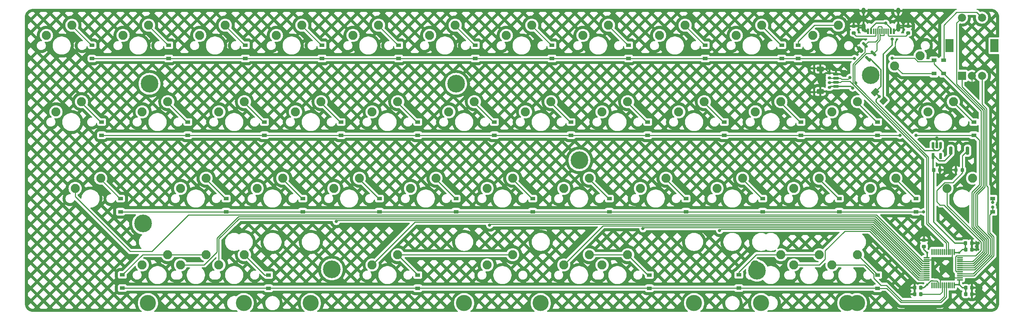
<source format=gbr>
%TF.GenerationSoftware,KiCad,Pcbnew,8.0.8*%
%TF.CreationDate,2025-03-08T13:22:03+01:00*%
%TF.ProjectId,PowerVan,506f7765-7256-4616-9e2e-6b696361645f,rev?*%
%TF.SameCoordinates,Original*%
%TF.FileFunction,Copper,L2,Bot*%
%TF.FilePolarity,Positive*%
%FSLAX46Y46*%
G04 Gerber Fmt 4.6, Leading zero omitted, Abs format (unit mm)*
G04 Created by KiCad (PCBNEW 8.0.8) date 2025-03-08 13:22:03*
%MOMM*%
%LPD*%
G01*
G04 APERTURE LIST*
G04 Aperture macros list*
%AMRoundRect*
0 Rectangle with rounded corners*
0 $1 Rounding radius*
0 $2 $3 $4 $5 $6 $7 $8 $9 X,Y pos of 4 corners*
0 Add a 4 corners polygon primitive as box body*
4,1,4,$2,$3,$4,$5,$6,$7,$8,$9,$2,$3,0*
0 Add four circle primitives for the rounded corners*
1,1,$1+$1,$2,$3*
1,1,$1+$1,$4,$5*
1,1,$1+$1,$6,$7*
1,1,$1+$1,$8,$9*
0 Add four rect primitives between the rounded corners*
20,1,$1+$1,$2,$3,$4,$5,0*
20,1,$1+$1,$4,$5,$6,$7,0*
20,1,$1+$1,$6,$7,$8,$9,0*
20,1,$1+$1,$8,$9,$2,$3,0*%
G04 Aperture macros list end*
%TA.AperFunction,ComponentPad*%
%ADD10C,2.250000*%
%TD*%
%TA.AperFunction,ComponentPad*%
%ADD11R,2.000000X2.000000*%
%TD*%
%TA.AperFunction,ComponentPad*%
%ADD12C,2.000000*%
%TD*%
%TA.AperFunction,ComponentPad*%
%ADD13R,2.000000X3.200000*%
%TD*%
%TA.AperFunction,ComponentPad*%
%ADD14C,4.400000*%
%TD*%
%TA.AperFunction,ComponentPad*%
%ADD15C,4.000000*%
%TD*%
%TA.AperFunction,SMDPad,CuDef*%
%ADD16R,1.200000X0.900000*%
%TD*%
%TA.AperFunction,SMDPad,CuDef*%
%ADD17R,0.600000X1.450000*%
%TD*%
%TA.AperFunction,SMDPad,CuDef*%
%ADD18R,0.300000X1.450000*%
%TD*%
%TA.AperFunction,ComponentPad*%
%ADD19O,1.000000X1.600000*%
%TD*%
%TA.AperFunction,ComponentPad*%
%ADD20O,1.000000X2.100000*%
%TD*%
%TA.AperFunction,SMDPad,CuDef*%
%ADD21RoundRect,0.225000X-0.225000X-0.250000X0.225000X-0.250000X0.225000X0.250000X-0.225000X0.250000X0*%
%TD*%
%TA.AperFunction,SMDPad,CuDef*%
%ADD22RoundRect,0.200000X-0.200000X-0.800000X0.200000X-0.800000X0.200000X0.800000X-0.200000X0.800000X0*%
%TD*%
%TA.AperFunction,SMDPad,CuDef*%
%ADD23RoundRect,0.225000X0.250000X-0.225000X0.250000X0.225000X-0.250000X0.225000X-0.250000X-0.225000X0*%
%TD*%
%TA.AperFunction,SMDPad,CuDef*%
%ADD24RoundRect,0.200000X0.275000X-0.200000X0.275000X0.200000X-0.275000X0.200000X-0.275000X-0.200000X0*%
%TD*%
%TA.AperFunction,SMDPad,CuDef*%
%ADD25RoundRect,0.250001X0.768977X0.114905X0.114905X0.768977X-0.768977X-0.114905X-0.114905X-0.768977X0*%
%TD*%
%TA.AperFunction,SMDPad,CuDef*%
%ADD26RoundRect,0.150000X0.625000X-0.150000X0.625000X0.150000X-0.625000X0.150000X-0.625000X-0.150000X0*%
%TD*%
%TA.AperFunction,SMDPad,CuDef*%
%ADD27RoundRect,0.250000X0.650000X-0.350000X0.650000X0.350000X-0.650000X0.350000X-0.650000X-0.350000X0*%
%TD*%
%TA.AperFunction,SMDPad,CuDef*%
%ADD28RoundRect,0.225000X0.225000X0.250000X-0.225000X0.250000X-0.225000X-0.250000X0.225000X-0.250000X0*%
%TD*%
%TA.AperFunction,SMDPad,CuDef*%
%ADD29RoundRect,0.225000X0.375000X-0.225000X0.375000X0.225000X-0.375000X0.225000X-0.375000X-0.225000X0*%
%TD*%
%TA.AperFunction,SMDPad,CuDef*%
%ADD30RoundRect,0.200000X-0.200000X-0.275000X0.200000X-0.275000X0.200000X0.275000X-0.200000X0.275000X0*%
%TD*%
%TA.AperFunction,SMDPad,CuDef*%
%ADD31RoundRect,0.250000X-0.601041X0.247487X0.247487X-0.601041X0.601041X-0.247487X-0.247487X0.601041X0*%
%TD*%
%TA.AperFunction,SMDPad,CuDef*%
%ADD32RoundRect,0.150000X-0.601041X0.388909X0.388909X-0.601041X0.601041X-0.388909X-0.388909X0.601041X0*%
%TD*%
%TA.AperFunction,SMDPad,CuDef*%
%ADD33RoundRect,0.075000X0.075000X-0.662500X0.075000X0.662500X-0.075000X0.662500X-0.075000X-0.662500X0*%
%TD*%
%TA.AperFunction,SMDPad,CuDef*%
%ADD34RoundRect,0.075000X0.662500X-0.075000X0.662500X0.075000X-0.662500X0.075000X-0.662500X-0.075000X0*%
%TD*%
%TA.AperFunction,SMDPad,CuDef*%
%ADD35RoundRect,0.162500X-0.162500X0.617500X-0.162500X-0.617500X0.162500X-0.617500X0.162500X0.617500X0*%
%TD*%
%TA.AperFunction,SMDPad,CuDef*%
%ADD36RoundRect,0.150000X0.275000X-0.150000X0.275000X0.150000X-0.275000X0.150000X-0.275000X-0.150000X0*%
%TD*%
%TA.AperFunction,SMDPad,CuDef*%
%ADD37RoundRect,0.175000X0.225000X-0.175000X0.225000X0.175000X-0.225000X0.175000X-0.225000X-0.175000X0*%
%TD*%
%TA.AperFunction,ViaPad*%
%ADD38C,0.600000*%
%TD*%
%TA.AperFunction,ViaPad*%
%ADD39C,0.800000*%
%TD*%
%TA.AperFunction,Conductor*%
%ADD40C,0.350000*%
%TD*%
%TA.AperFunction,Conductor*%
%ADD41C,0.250000*%
%TD*%
G04 APERTURE END LIST*
D10*
%TO.P,K_44,1,COL*%
%TO.N,col10*%
X374015500Y-223679000D03*
%TO.P,K_44,2,ROW*%
%TO.N,Net-(D_44-A)*%
X380365500Y-221139000D03*
%TD*%
%TO.P,K_41,1,COL*%
%TO.N,col6*%
X307340500Y-223679000D03*
%TO.P,K_41,2,ROW*%
%TO.N,Net-(D_41-A)*%
X313690500Y-221139000D03*
%TD*%
%TO.P,K_27,1,COL*%
%TO.N,col1*%
X212090500Y-204629000D03*
%TO.P,K_27,2,ROW*%
%TO.N,Net-(D_27-A)*%
X218440500Y-202089000D03*
%TD*%
%TO.P,K_37,1,COL*%
%TO.N,col11*%
X402590500Y-204629000D03*
%TO.P,K_37,2,ROW*%
%TO.N,Net-(D_37-A)*%
X408940500Y-202089000D03*
%TD*%
%TO.P,K_32,1,COL*%
%TO.N,col6*%
X307340500Y-204629000D03*
%TO.P,K_32,2,ROW*%
%TO.N,Net-(D_32-A)*%
X313690500Y-202089000D03*
%TD*%
%TO.P,K_29,1,COL*%
%TO.N,col3*%
X250190500Y-204629000D03*
%TO.P,K_29,2,ROW*%
%TO.N,Net-(D_29-A)*%
X256540500Y-202089000D03*
%TD*%
%TO.P,K_36,1,COL*%
%TO.N,col10*%
X383540500Y-204629000D03*
%TO.P,K_36,2,ROW*%
%TO.N,Net-(D_36-A)*%
X389890500Y-202089000D03*
%TD*%
%TO.P,K_34,1,COL*%
%TO.N,col8*%
X345440500Y-204629000D03*
%TO.P,K_34,2,ROW*%
%TO.N,Net-(D_34-A)*%
X351790500Y-202089000D03*
%TD*%
%TO.P,K_28,1,COL*%
%TO.N,col2*%
X231140500Y-204629000D03*
%TO.P,K_28,2,ROW*%
%TO.N,Net-(D_28-A)*%
X237490500Y-202089000D03*
%TD*%
%TO.P,K_40,1,COL*%
%TO.N,col4*%
X259715500Y-223679000D03*
%TO.P,K_40,2,ROW*%
%TO.N,Net-(D_40-A)*%
X266065500Y-221139000D03*
%TD*%
%TO.P,K_35,1,COL*%
%TO.N,col9*%
X364490500Y-204629000D03*
%TO.P,K_35,2,ROW*%
%TO.N,Net-(D_35-A)*%
X370840500Y-202089000D03*
%TD*%
D11*
%TO.P,SW_1,A,A*%
%TO.N,rotA*%
X406286200Y-176612800D03*
D12*
%TO.P,SW_1,B,B*%
%TO.N,rotB*%
X411286200Y-176612800D03*
%TO.P,SW_1,C,C*%
%TO.N,GND*%
X408786200Y-176612800D03*
D13*
%TO.P,SW_1,MP*%
%TO.N,N/C*%
X403186200Y-169112800D03*
X414386200Y-169112800D03*
D12*
%TO.P,SW_1,S1,S1*%
%TO.N,Net-(D_13-A)*%
X411286200Y-162112800D03*
%TO.P,SW_1,S2,S2*%
%TO.N,col12*%
X406286200Y-162112800D03*
%TD*%
D10*
%TO.P,K_43,1,COL*%
%TO.N,col9*%
X364490500Y-223679000D03*
%TO.P,K_43,2,ROW*%
%TO.N,Net-(D_42-A)*%
X370840500Y-221139000D03*
%TD*%
%TO.P,K_42,1,COL*%
%TO.N,col9*%
X354965500Y-223679000D03*
%TO.P,K_42,2,ROW*%
%TO.N,Net-(D_42-A)*%
X361315500Y-221139000D03*
%TD*%
%TO.P,K_39,1,COL*%
%TO.N,col1*%
X202565500Y-223679000D03*
%TO.P,K_39,2,ROW*%
%TO.N,Net-(D_39-A)*%
X208915500Y-221139000D03*
%TD*%
%TO.P,K_38,1,COL*%
%TO.N,col2*%
X221615500Y-223679000D03*
%TO.P,K_38,2,ROW*%
%TO.N,Net-(D_38-A)*%
X227965500Y-221139000D03*
%TD*%
%TO.P,K_33,1,COL*%
%TO.N,col7*%
X326390500Y-204629000D03*
%TO.P,K_33,2,ROW*%
%TO.N,Net-(D_33-A)*%
X332740500Y-202089000D03*
%TD*%
%TO.P,K_30,1,COL*%
%TO.N,col4*%
X269240500Y-204629000D03*
%TO.P,K_30,2,ROW*%
%TO.N,Net-(D_30-A)*%
X275590500Y-202089000D03*
%TD*%
%TO.P,K_1,1,COL*%
%TO.N,col0*%
X178753000Y-166529000D03*
%TO.P,K_1,2,ROW*%
%TO.N,Net-(D_1-A)*%
X185103000Y-163989000D03*
%TD*%
%TO.P,K_24,1,COL*%
%TO.N,col10*%
X374015500Y-185579000D03*
%TO.P,K_24,2,ROW*%
%TO.N,Net-(D_24-A)*%
X380365500Y-183039000D03*
%TD*%
%TO.P,K_16,1,COL*%
%TO.N,col2*%
X221615500Y-185579000D03*
%TO.P,K_16,2,ROW*%
%TO.N,Net-(D_16-A)*%
X227965500Y-183039000D03*
%TD*%
%TO.P,K_15,1,COL*%
%TO.N,col1*%
X202565500Y-185579000D03*
%TO.P,K_15,2,ROW*%
%TO.N,Net-(D_15-A)*%
X208915500Y-183039000D03*
%TD*%
%TO.P,K_14,1,COL*%
%TO.N,col0*%
X181134250Y-185579000D03*
%TO.P,K_14,2,ROW*%
%TO.N,Net-(D_14-A)*%
X187484250Y-183039000D03*
%TD*%
%TO.P,K_10,1,COL*%
%TO.N,col9*%
X350203000Y-166529000D03*
%TO.P,K_10,2,ROW*%
%TO.N,Net-(D_10-A)*%
X356553000Y-163989000D03*
%TD*%
%TO.P,K_8,1,COL*%
%TO.N,col7*%
X312103000Y-166529000D03*
%TO.P,K_8,2,ROW*%
%TO.N,Net-(D_8-A)*%
X318453000Y-163989000D03*
%TD*%
%TO.P,K_4,1,COL*%
%TO.N,col3*%
X235903000Y-166529000D03*
%TO.P,K_4,2,ROW*%
%TO.N,Net-(D_4-A)*%
X242253000Y-163989000D03*
%TD*%
%TO.P,K_6,1,COL*%
%TO.N,col5*%
X274003000Y-166529000D03*
%TO.P,K_6,2,ROW*%
%TO.N,Net-(D_6-A)*%
X280353000Y-163989000D03*
%TD*%
%TO.P,K_12,1,COL*%
%TO.N,col11*%
X395923000Y-171609000D03*
%TO.P,K_12,2,ROW*%
%TO.N,Net-(D_12-A)*%
X389573000Y-174149000D03*
%TD*%
%TO.P,K_11,1,COL*%
%TO.N,col10*%
X369253000Y-166529000D03*
%TO.P,K_11,2,ROW*%
%TO.N,Net-(D_11-A)*%
X375603000Y-163989000D03*
%TD*%
%TO.P,K_3,1,COL*%
%TO.N,col2*%
X216853000Y-166529000D03*
%TO.P,K_3,2,ROW*%
%TO.N,Net-(D_3-A)*%
X223203000Y-163989000D03*
%TD*%
%TO.P,K_18,1,COL*%
%TO.N,col4*%
X259715500Y-185579000D03*
%TO.P,K_18,2,ROW*%
%TO.N,Net-(D_18-A)*%
X266065500Y-183039000D03*
%TD*%
%TO.P,K_9,1,COL*%
%TO.N,col8*%
X331153000Y-166529000D03*
%TO.P,K_9,2,ROW*%
%TO.N,Net-(D_9-A)*%
X337503000Y-163989000D03*
%TD*%
%TO.P,K_25,1,COL*%
%TO.N,col11*%
X397828000Y-185579000D03*
%TO.P,K_25,2,ROW*%
%TO.N,Net-(D_25-A)*%
X404178000Y-183039000D03*
%TD*%
%TO.P,K_21,1,COL*%
%TO.N,col7*%
X316865500Y-185579000D03*
%TO.P,K_21,2,ROW*%
%TO.N,Net-(D_21-A)*%
X323215500Y-183039000D03*
%TD*%
%TO.P,K_19,1,COL*%
%TO.N,col5*%
X278765500Y-185579000D03*
%TO.P,K_19,2,ROW*%
%TO.N,Net-(D_19-A)*%
X285115500Y-183039000D03*
%TD*%
%TO.P,K_2,1,COL*%
%TO.N,col1*%
X197803000Y-166529000D03*
%TO.P,K_2,2,ROW*%
%TO.N,Net-(D_2-A)*%
X204153000Y-163989000D03*
%TD*%
%TO.P,K_7,1,COL*%
%TO.N,col6*%
X293053000Y-166529000D03*
%TO.P,K_7,2,ROW*%
%TO.N,Net-(D_7-A)*%
X299403000Y-163989000D03*
%TD*%
%TO.P,K_17,1,COL*%
%TO.N,col3*%
X240665500Y-185579000D03*
%TO.P,K_17,2,ROW*%
%TO.N,Net-(D_17-A)*%
X247015500Y-183039000D03*
%TD*%
%TO.P,K_22,1,COL*%
%TO.N,col8*%
X335915500Y-185579000D03*
%TO.P,K_22,2,ROW*%
%TO.N,Net-(D_22-A)*%
X342265500Y-183039000D03*
%TD*%
%TO.P,K_20,1,COL*%
%TO.N,col6*%
X297815500Y-185579000D03*
%TO.P,K_20,2,ROW*%
%TO.N,Net-(D_20-A)*%
X304165500Y-183039000D03*
%TD*%
%TO.P,K_5,1,COL*%
%TO.N,col4*%
X254953000Y-166529000D03*
%TO.P,K_5,2,ROW*%
%TO.N,Net-(D_5-A)*%
X261303000Y-163989000D03*
%TD*%
%TO.P,K_26,1,COL*%
%TO.N,col0*%
X185896750Y-204629000D03*
%TO.P,K_26,2,ROW*%
%TO.N,Net-(D_26-A)*%
X192246750Y-202089000D03*
%TD*%
D14*
%TO.P,H2,1,1*%
%TO.N,unconnected-(H2-Pad1)*%
X202762500Y-213367750D03*
%TD*%
%TO.P,H3,1,1*%
%TO.N,unconnected-(H3-Pad1)*%
X249712500Y-224817750D03*
%TD*%
%TO.P,H4,1,1*%
%TO.N,unconnected-(H4-Pad1)*%
X280562500Y-178594000D03*
%TD*%
%TO.P,H5,1,1*%
%TO.N,unconnected-(H5-Pad1)*%
X311212500Y-197644000D03*
%TD*%
%TO.P,H6,1,1*%
%TO.N,unconnected-(H6-Pad1)*%
X383612500Y-176467750D03*
%TD*%
%TO.P,H1,1,1*%
%TO.N,unconnected-(H1-Pad1)*%
X204362500Y-178593750D03*
%TD*%
D10*
%TO.P,K_23,1,COL*%
%TO.N,col9*%
X354954400Y-185577800D03*
%TO.P,K_23,2,ROW*%
%TO.N,Net-(D_23-A)*%
X361304400Y-183037800D03*
%TD*%
%TO.P,K_31,1,COL*%
%TO.N,col5*%
X288290500Y-204629000D03*
%TO.P,K_31,2,ROW*%
%TO.N,Net-(D_31-A)*%
X294640500Y-202089000D03*
%TD*%
D14*
%TO.P,H6,1*%
%TO.N,N/C*%
X355369250Y-225103000D03*
%TD*%
D15*
%TO.P,S1,*%
%TO.N,*%
X227806750Y-233204000D03*
X203994250Y-233204000D03*
%TD*%
%TO.P,S5,*%
%TO.N,*%
X282575500Y-233204000D03*
X244475500Y-233204000D03*
%TD*%
%TO.P,S4,*%
%TO.N,*%
X339725500Y-233204000D03*
X301625500Y-233204000D03*
%TD*%
%TO.P,S2,*%
%TO.N,*%
X377825500Y-233204000D03*
X244475500Y-233204000D03*
%TD*%
D10*
%TO.P,K_46,1,COL*%
%TO.N,col1*%
X212090500Y-223679000D03*
%TO.P,K_46,2,ROW*%
%TO.N,Net-(D_39-A)*%
X218440500Y-221139000D03*
%TD*%
D15*
%TO.P,S6,*%
%TO.N,*%
X339725500Y-233204000D03*
X244475500Y-233204000D03*
%TD*%
%TO.P,S3,*%
%TO.N,*%
X380206750Y-233204000D03*
X356394250Y-233204000D03*
%TD*%
D10*
%TO.P,K_13,1,COL*%
%TO.N,col6*%
X316865500Y-223679000D03*
%TO.P,K_13,2,ROW*%
%TO.N,Net-(D_41-A)*%
X323215500Y-221139000D03*
%TD*%
%TO.P,K_45,1,COL*%
%TO.N,col4*%
X288290500Y-223679000D03*
%TO.P,K_45,2,ROW*%
%TO.N,Net-(D_40-A)*%
X294640500Y-221139000D03*
%TD*%
D16*
%TO.P,D_37,1,K*%
%TO.N,row2*%
X413957000Y-210470000D03*
%TO.P,D_37,2,A*%
%TO.N,Net-(D_37-A)*%
X413957000Y-207170000D03*
%TD*%
%TO.P,D_41,1,K*%
%TO.N,row3*%
X328613000Y-229512000D03*
%TO.P,D_41,2,A*%
%TO.N,Net-(D_41-A)*%
X328613000Y-226212000D03*
%TD*%
%TO.P,D_36,1,K*%
%TO.N,row2*%
X394859500Y-210462000D03*
%TO.P,D_36,2,A*%
%TO.N,Net-(D_36-A)*%
X394859500Y-207162000D03*
%TD*%
%TO.P,D_40,1,K*%
%TO.N,row3*%
X271034500Y-229512000D03*
%TO.P,D_40,2,A*%
%TO.N,Net-(D_40-A)*%
X271034500Y-226212000D03*
%TD*%
%TO.P,D_39,1,K*%
%TO.N,row3*%
X197644250Y-229456500D03*
%TO.P,D_39,2,A*%
%TO.N,Net-(D_39-A)*%
X197644250Y-226156500D03*
%TD*%
%TO.P,D_38,1,K*%
%TO.N,row3*%
X233950500Y-229512000D03*
%TO.P,D_38,2,A*%
%TO.N,Net-(D_38-A)*%
X233950500Y-226212000D03*
%TD*%
%TO.P,D_42,1,K*%
%TO.N,row3*%
X350838000Y-229456500D03*
%TO.P,D_42,2,A*%
%TO.N,Net-(D_42-A)*%
X350838000Y-226156500D03*
%TD*%
%TO.P,D_44,1,K*%
%TO.N,row3*%
X385334500Y-229512000D03*
%TO.P,D_44,2,A*%
%TO.N,Net-(D_44-A)*%
X385334500Y-226212000D03*
%TD*%
%TO.P,D_18,1,K*%
%TO.N,row1*%
X271034500Y-191412000D03*
%TO.P,D_18,2,A*%
%TO.N,Net-(D_18-A)*%
X271034500Y-188112000D03*
%TD*%
%TO.P,D_25,1,K*%
%TO.N,row1*%
X409258000Y-191412000D03*
%TO.P,D_25,2,A*%
%TO.N,Net-(D_25-A)*%
X409258000Y-188112000D03*
%TD*%
%TO.P,D_29,1,K*%
%TO.N,row2*%
X261509500Y-210462000D03*
%TO.P,D_29,2,A*%
%TO.N,Net-(D_29-A)*%
X261509500Y-207162000D03*
%TD*%
%TO.P,D_35,1,K*%
%TO.N,row2*%
X375809500Y-210462000D03*
%TO.P,D_35,2,A*%
%TO.N,Net-(D_35-A)*%
X375809500Y-207162000D03*
%TD*%
%TO.P,D_34,1,K*%
%TO.N,row2*%
X356759500Y-210462000D03*
%TO.P,D_34,2,A*%
%TO.N,Net-(D_34-A)*%
X356759500Y-207162000D03*
%TD*%
%TO.P,D_30,1,K*%
%TO.N,row2*%
X280559500Y-210462000D03*
%TO.P,D_30,2,A*%
%TO.N,Net-(D_30-A)*%
X280559500Y-207162000D03*
%TD*%
%TO.P,D_33,1,K*%
%TO.N,row2*%
X337709500Y-210462000D03*
%TO.P,D_33,2,A*%
%TO.N,Net-(D_33-A)*%
X337709500Y-207162000D03*
%TD*%
%TO.P,D_14,1,K*%
%TO.N,row1*%
X192469000Y-191412000D03*
%TO.P,D_14,2,A*%
%TO.N,Net-(D_14-A)*%
X192469000Y-188112000D03*
%TD*%
%TO.P,D_32,1,K*%
%TO.N,row2*%
X318659500Y-210462000D03*
%TO.P,D_32,2,A*%
%TO.N,Net-(D_32-A)*%
X318659500Y-207162000D03*
%TD*%
%TO.P,D_28,1,K*%
%TO.N,row2*%
X242459500Y-210462000D03*
%TO.P,D_28,2,A*%
%TO.N,Net-(D_28-A)*%
X242459500Y-207162000D03*
%TD*%
%TO.P,D_23,1,K*%
%TO.N,row1*%
X366284500Y-191412000D03*
%TO.P,D_23,2,A*%
%TO.N,Net-(D_23-A)*%
X366284500Y-188112000D03*
%TD*%
%TO.P,D_16,1,K*%
%TO.N,row1*%
X232934500Y-191412000D03*
%TO.P,D_16,2,A*%
%TO.N,Net-(D_16-A)*%
X232934500Y-188112000D03*
%TD*%
%TO.P,D_15,1,K*%
%TO.N,row1*%
X213884500Y-191412000D03*
%TO.P,D_15,2,A*%
%TO.N,Net-(D_15-A)*%
X213884500Y-188112000D03*
%TD*%
%TO.P,D_22,1,K*%
%TO.N,row1*%
X347234500Y-191412000D03*
%TO.P,D_22,2,A*%
%TO.N,Net-(D_22-A)*%
X347234500Y-188112000D03*
%TD*%
%TO.P,D_19,1,K*%
%TO.N,row1*%
X290084500Y-191412000D03*
%TO.P,D_19,2,A*%
%TO.N,Net-(D_19-A)*%
X290084500Y-188112000D03*
%TD*%
%TO.P,D_20,1,K*%
%TO.N,row1*%
X309134500Y-191412000D03*
%TO.P,D_20,2,A*%
%TO.N,Net-(D_20-A)*%
X309134500Y-188112000D03*
%TD*%
%TO.P,D_31,1,K*%
%TO.N,row2*%
X299609500Y-210462000D03*
%TO.P,D_31,2,A*%
%TO.N,Net-(D_31-A)*%
X299609500Y-207162000D03*
%TD*%
%TO.P,D_27,1,K*%
%TO.N,row2*%
X223409500Y-210462000D03*
%TO.P,D_27,2,A*%
%TO.N,Net-(D_27-A)*%
X223409500Y-207162000D03*
%TD*%
%TO.P,D_24,1,K*%
%TO.N,row1*%
X385334500Y-191412000D03*
%TO.P,D_24,2,A*%
%TO.N,Net-(D_24-A)*%
X385334500Y-188112000D03*
%TD*%
%TO.P,D_21,1,K*%
%TO.N,row1*%
X328184500Y-191412000D03*
%TO.P,D_21,2,A*%
%TO.N,Net-(D_21-A)*%
X328184500Y-188112000D03*
%TD*%
%TO.P,D_17,1,K*%
%TO.N,row1*%
X251984500Y-191412000D03*
%TO.P,D_17,2,A*%
%TO.N,Net-(D_17-A)*%
X251984500Y-188112000D03*
%TD*%
%TO.P,D_9,1,K*%
%TO.N,row0*%
X342503750Y-172298500D03*
%TO.P,D_9,2,A*%
%TO.N,Net-(D_9-A)*%
X342503750Y-168998500D03*
%TD*%
%TO.P,D_12,1,K*%
%TO.N,row0*%
X399352000Y-172753000D03*
%TO.P,D_12,2,A*%
%TO.N,Net-(D_12-A)*%
X399352000Y-176053000D03*
%TD*%
%TO.P,D_11,1,K*%
%TO.N,row0*%
X365570000Y-172306500D03*
%TO.P,D_11,2,A*%
%TO.N,Net-(D_11-A)*%
X365570000Y-169006500D03*
%TD*%
%TO.P,D_8,1,K*%
%TO.N,row0*%
X323453750Y-172298500D03*
%TO.P,D_8,2,A*%
%TO.N,Net-(D_8-A)*%
X323453750Y-168998500D03*
%TD*%
%TO.P,D_2,1,K*%
%TO.N,row0*%
X209153750Y-172298500D03*
%TO.P,D_2,2,A*%
%TO.N,Net-(D_2-A)*%
X209153750Y-168998500D03*
%TD*%
%TO.P,D_7,1,K*%
%TO.N,row0*%
X304403750Y-172298500D03*
%TO.P,D_7,2,A*%
%TO.N,Net-(D_7-A)*%
X304403750Y-168998500D03*
%TD*%
%TO.P,D_6,1,K*%
%TO.N,row0*%
X285353750Y-172298500D03*
%TO.P,D_6,2,A*%
%TO.N,Net-(D_6-A)*%
X285353750Y-168998500D03*
%TD*%
%TO.P,D_5,1,K*%
%TO.N,row0*%
X266303750Y-172298500D03*
%TO.P,D_5,2,A*%
%TO.N,Net-(D_5-A)*%
X266303750Y-168998500D03*
%TD*%
%TO.P,D_3,1,K*%
%TO.N,row0*%
X228203750Y-172298500D03*
%TO.P,D_3,2,A*%
%TO.N,Net-(D_3-A)*%
X228203750Y-168998500D03*
%TD*%
%TO.P,D_4,1,K*%
%TO.N,row0*%
X247253750Y-172298500D03*
%TO.P,D_4,2,A*%
%TO.N,Net-(D_4-A)*%
X247253750Y-168998500D03*
%TD*%
%TO.P,D_13,1,K*%
%TO.N,row0*%
X401765000Y-176053000D03*
%TO.P,D_13,2,A*%
%TO.N,Net-(D_13-A)*%
X401765000Y-172753000D03*
%TD*%
%TO.P,D_10,1,K*%
%TO.N,row0*%
X361506000Y-172298500D03*
%TO.P,D_10,2,A*%
%TO.N,Net-(D_10-A)*%
X361506000Y-168998500D03*
%TD*%
%TO.P,D_26,1,K*%
%TO.N,row2*%
X197168000Y-210462000D03*
%TO.P,D_26,2,A*%
%TO.N,Net-(D_26-A)*%
X197168000Y-207162000D03*
%TD*%
D17*
%TO.P,J2,A1,GND*%
%TO.N,GND*%
X382909500Y-165500250D03*
%TO.P,J2,A4,VBUS*%
%TO.N,VBUS*%
X383709500Y-165500250D03*
D18*
%TO.P,J2,A5,CC1*%
%TO.N,Net-(J2-CC1)*%
X384909500Y-165500250D03*
%TO.P,J2,A6,D+*%
%TO.N,D+*%
X385909500Y-165500250D03*
%TO.P,J2,A7,D-*%
%TO.N,D-*%
X386409500Y-165500250D03*
%TO.P,J2,A8,SBU1*%
%TO.N,unconnected-(J2-SBU1-PadA8)*%
X387409500Y-165500250D03*
D17*
%TO.P,J2,A9,VBUS*%
%TO.N,VBUS*%
X388609500Y-165500250D03*
%TO.P,J2,A12,GND*%
%TO.N,GND*%
X389409500Y-165500250D03*
%TO.P,J2,B1,GND*%
X389409500Y-165500250D03*
%TO.P,J2,B4,VBUS*%
%TO.N,VBUS*%
X388609500Y-165500250D03*
D18*
%TO.P,J2,B5,CC2*%
%TO.N,Net-(J2-CC2)*%
X387909500Y-165500250D03*
%TO.P,J2,B6,D+*%
%TO.N,D+*%
X386909500Y-165500250D03*
%TO.P,J2,B7,D-*%
%TO.N,D-*%
X385409500Y-165500250D03*
%TO.P,J2,B8,SBU2*%
%TO.N,unconnected-(J2-SBU2-PadB8)*%
X384409500Y-165500250D03*
D17*
%TO.P,J2,B9,VBUS*%
%TO.N,VBUS*%
X383709500Y-165500250D03*
%TO.P,J2,B12,GND*%
%TO.N,GND*%
X382909500Y-165500250D03*
D19*
%TO.P,J2,S1,SHIELD*%
X381839500Y-160405250D03*
D20*
X381839500Y-164585250D03*
D19*
X390479500Y-160405250D03*
D20*
X390479500Y-164585250D03*
%TD*%
D21*
%TO.P,C14,1*%
%TO.N,+3.3V*%
X407213000Y-230981500D03*
%TO.P,C14,2*%
%TO.N,GND*%
X408763000Y-230981500D03*
%TD*%
D22*
%TO.P,SW2,1,1*%
%TO.N,+3.3V*%
X403506750Y-195262750D03*
%TO.P,SW2,2,2*%
%TO.N,BOOT0*%
X407706750Y-195262750D03*
%TD*%
D23*
%TO.P,C12,1*%
%TO.N,+3.3V*%
X396875500Y-219075250D03*
%TO.P,C12,2*%
%TO.N,GND*%
X396875500Y-217525250D03*
%TD*%
D24*
%TO.P,R8,1*%
%TO.N,Net-(J2-CC2)*%
X392906750Y-165925250D03*
%TO.P,R8,2*%
%TO.N,GND*%
X392906750Y-164275250D03*
%TD*%
D25*
%TO.P,F2,1*%
%TO.N,VBUS*%
X386814821Y-182820821D03*
%TO.P,F2,2*%
%TO.N,+5V*%
X384711179Y-180717179D03*
%TD*%
D26*
%TO.P,J3,1,Pin_1*%
%TO.N,+5V*%
X374956553Y-179200250D03*
%TO.P,J3,2,Pin_2*%
%TO.N,D-*%
X374956553Y-178200250D03*
%TO.P,J3,3,Pin_3*%
%TO.N,D+*%
X374956553Y-177200250D03*
%TO.P,J3,4,Pin_4*%
%TO.N,GND*%
X374956553Y-176200250D03*
D27*
%TO.P,J3,MP,MountPin*%
X371081553Y-180500250D03*
X371081553Y-174900250D03*
%TD*%
D24*
%TO.P,R7,1*%
%TO.N,Net-(J2-CC1)*%
X379413000Y-165925250D03*
%TO.P,R7,2*%
%TO.N,GND*%
X379413000Y-164275250D03*
%TD*%
D21*
%TO.P,C10,1*%
%TO.N,+3.3V*%
X399275500Y-200025250D03*
%TO.P,C10,2*%
%TO.N,GND*%
X400825500Y-200025250D03*
%TD*%
D28*
%TO.P,C17,1*%
%TO.N,NRST*%
X396063000Y-230981500D03*
%TO.P,C17,2*%
%TO.N,GND*%
X394513000Y-230981500D03*
%TD*%
D21*
%TO.P,C13,1*%
%TO.N,+3.3V*%
X407213000Y-229394000D03*
%TO.P,C13,2*%
%TO.N,GND*%
X408763000Y-229394000D03*
%TD*%
D29*
%TO.P,D_1,1,K*%
%TO.N,row0*%
X190100500Y-172306500D03*
%TO.P,D_1,2,A*%
%TO.N,Net-(D_1-A)*%
X190100500Y-169006500D03*
%TD*%
D30*
%TO.P,R9,1*%
%TO.N,GND*%
X404781750Y-200025250D03*
%TO.P,R9,2*%
%TO.N,BOOT0*%
X406431750Y-200025250D03*
%TD*%
D31*
%TO.P,U6,1,GND*%
%TO.N,GND*%
X380997010Y-170126170D03*
D32*
%TO.P,U6,2,I/O1*%
%TO.N,D-*%
X382199091Y-168924088D03*
%TO.P,U6,3,I/O2*%
%TO.N,D+*%
X384320412Y-171045409D03*
%TO.P,U6,4,VCC*%
%TO.N,+5V*%
X382976909Y-172388912D03*
%TD*%
D28*
%TO.P,C15,1*%
%TO.N,+3.3V*%
X396063000Y-229394000D03*
%TO.P,C15,2*%
%TO.N,GND*%
X394513000Y-229394000D03*
%TD*%
D21*
%TO.P,C11,1*%
%TO.N,+3.3V*%
X407213000Y-219869000D03*
%TO.P,C11,2*%
%TO.N,GND*%
X408763000Y-219869000D03*
%TD*%
D33*
%TO.P,U4,1,VBAT*%
%TO.N,+3.3V*%
X404388000Y-228794000D03*
%TO.P,U4,2,PC13*%
%TO.N,unconnected-(U4-PC13-Pad2)*%
X403888000Y-228794000D03*
%TO.P,U4,3,PC14*%
%TO.N,unconnected-(U4-PC14-Pad3)*%
X403388000Y-228794000D03*
%TO.P,U4,4,PC15*%
%TO.N,unconnected-(U4-PC15-Pad4)*%
X402888000Y-228794000D03*
%TO.P,U4,5,PF0*%
%TO.N,row3*%
X402388000Y-228794000D03*
%TO.P,U4,6,PF1*%
%TO.N,col10*%
X401888000Y-228794000D03*
%TO.P,U4,7,NRST*%
%TO.N,NRST*%
X401388000Y-228794000D03*
%TO.P,U4,8,VSSA*%
%TO.N,GND*%
X400888000Y-228794000D03*
%TO.P,U4,9,VDDA*%
%TO.N,+3.3V*%
X400388000Y-228794000D03*
%TO.P,U4,10,PA0*%
%TO.N,unconnected-(U4-PA0-Pad10)*%
X399888000Y-228794000D03*
%TO.P,U4,11,PA1*%
%TO.N,unconnected-(U4-PA1-Pad11)*%
X399388000Y-228794000D03*
%TO.P,U4,12,PA2*%
%TO.N,unconnected-(U4-PA2-Pad12)*%
X398888000Y-228794000D03*
D34*
%TO.P,U4,13,PA3*%
%TO.N,col9*%
X397475500Y-227381500D03*
%TO.P,U4,14,PA4*%
%TO.N,col8*%
X397475500Y-226881500D03*
%TO.P,U4,15,PA5*%
%TO.N,col7*%
X397475500Y-226381500D03*
%TO.P,U4,16,PA6*%
%TO.N,col6*%
X397475500Y-225881500D03*
%TO.P,U4,17,PA7*%
%TO.N,col5*%
X397475500Y-225381500D03*
%TO.P,U4,18,PB0*%
%TO.N,col4*%
X397475500Y-224881500D03*
%TO.P,U4,19,PB1*%
%TO.N,col3*%
X397475500Y-224381500D03*
%TO.P,U4,20,PB2*%
%TO.N,col2*%
X397475500Y-223881500D03*
%TO.P,U4,21,PB10*%
%TO.N,col1*%
X397475500Y-223381500D03*
%TO.P,U4,22,PB11*%
%TO.N,col0*%
X397475500Y-222881500D03*
%TO.P,U4,23,VSS*%
%TO.N,GND*%
X397475500Y-222381500D03*
%TO.P,U4,24,VDD*%
%TO.N,+3.3V*%
X397475500Y-221881500D03*
D33*
%TO.P,U4,25,PB12*%
%TO.N,unconnected-(U4-PB12-Pad25)*%
X398888000Y-220469000D03*
%TO.P,U4,26,PB13*%
%TO.N,unconnected-(U4-PB13-Pad26)*%
X399388000Y-220469000D03*
%TO.P,U4,27,PB14*%
%TO.N,unconnected-(U4-PB14-Pad27)*%
X399888000Y-220469000D03*
%TO.P,U4,28,PB15*%
%TO.N,unconnected-(U4-PB15-Pad28)*%
X400388000Y-220469000D03*
%TO.P,U4,29,PA8*%
%TO.N,unconnected-(U4-PA8-Pad29)*%
X400888000Y-220469000D03*
%TO.P,U4,30,PA9*%
%TO.N,unconnected-(U4-PA9-Pad30)*%
X401388000Y-220469000D03*
%TO.P,U4,31,PA10*%
%TO.N,unconnected-(U4-PA10-Pad31)*%
X401888000Y-220469000D03*
%TO.P,U4,32,PA11*%
%TO.N,D-*%
X402388000Y-220469000D03*
%TO.P,U4,33,PA12*%
%TO.N,D+*%
X402888000Y-220469000D03*
%TO.P,U4,34,PA13*%
%TO.N,unconnected-(U4-PA13-Pad34)*%
X403388000Y-220469000D03*
%TO.P,U4,35,VSS*%
%TO.N,GND*%
X403888000Y-220469000D03*
%TO.P,U4,36,VDDIO2*%
%TO.N,+3.3V*%
X404388000Y-220469000D03*
D34*
%TO.P,U4,37,PA14*%
%TO.N,unconnected-(U4-PA14-Pad37)*%
X405800500Y-221881500D03*
%TO.P,U4,38,PA15*%
%TO.N,unconnected-(U4-PA15-Pad38)*%
X405800500Y-222381500D03*
%TO.P,U4,39,PB3*%
%TO.N,col11*%
X405800500Y-222881500D03*
%TO.P,U4,40,PB4*%
%TO.N,row1*%
X405800500Y-223381500D03*
%TO.P,U4,41,PB5*%
%TO.N,row0*%
X405800500Y-223881500D03*
%TO.P,U4,42,PB6*%
%TO.N,col12*%
X405800500Y-224381500D03*
%TO.P,U4,43,PB7*%
%TO.N,rotA*%
X405800500Y-224881500D03*
%TO.P,U4,44,BOOT0*%
%TO.N,BOOT0*%
X405800500Y-225381500D03*
%TO.P,U4,45,PB8*%
%TO.N,rotB*%
X405800500Y-225881500D03*
%TO.P,U4,46,PB9*%
%TO.N,row2*%
X405800500Y-226381500D03*
%TO.P,U4,47,VSS*%
%TO.N,GND*%
X405800500Y-226881500D03*
%TO.P,U4,48,VDD*%
%TO.N,+3.3V*%
X405800500Y-227381500D03*
%TD*%
D21*
%TO.P,C16,1*%
%TO.N,+3.3V*%
X407194250Y-218281500D03*
%TO.P,C16,2*%
%TO.N,GND*%
X408744250Y-218281500D03*
%TD*%
D35*
%TO.P,U5,1,VIN*%
%TO.N,+5V*%
X399100500Y-193912750D03*
%TO.P,U5,2,GND*%
%TO.N,GND*%
X400050500Y-193912750D03*
%TO.P,U5,3,EN*%
%TO.N,+5V*%
X401000500Y-193912750D03*
%TO.P,U5,4,NC*%
%TO.N,unconnected-(U5-NC-Pad4)*%
X401000500Y-196612750D03*
%TO.P,U5,5,VOUT*%
%TO.N,+3.3V*%
X399100500Y-196612750D03*
%TD*%
D36*
%TO.P,J4,1,Pin_1*%
%TO.N,+5V*%
X373350500Y-179500250D03*
%TO.P,J4,2,Pin_2*%
%TO.N,D-*%
X373350500Y-178300250D03*
%TO.P,J4,3,Pin_3*%
%TO.N,D+*%
X373350500Y-177100250D03*
%TO.P,J4,4,Pin_4*%
%TO.N,GND*%
X373350500Y-175900250D03*
D37*
%TO.P,J4,MP,MountPin*%
X369575500Y-180650250D03*
X369575500Y-174750250D03*
%TD*%
D38*
%TO.N,GND*%
X410369250Y-229394000D03*
D39*
X392906750Y-162719000D03*
X379413000Y-162719000D03*
D38*
X410369250Y-230981500D03*
D39*
X371475500Y-177800250D03*
D38*
X401638000Y-224631500D03*
D39*
X410350500Y-218281500D03*
X380067479Y-171058837D03*
D38*
X396875500Y-215919000D03*
D39*
X402431750Y-200025250D03*
X408781750Y-178594000D03*
X400050500Y-192137000D03*
D38*
X410369250Y-219869000D03*
D39*
X377031750Y-176212750D03*
X403225500Y-200025250D03*
D38*
X392906750Y-230981500D03*
X392906750Y-229394000D03*
D39*
%TO.N,col3*%
X250825500Y-212862000D03*
%TO.N,col5*%
X288925500Y-213762000D03*
%TO.N,col7*%
X327025500Y-214662000D03*
%TO.N,col8*%
X346075500Y-215112000D03*
%TO.N,row0*%
X388938000Y-172244000D03*
X379595302Y-172305694D03*
%TO.N,row1*%
X390891220Y-191415726D03*
X394916418Y-191413902D03*
%TO.N,row2*%
X396785150Y-210465861D03*
X413968721Y-209309984D03*
D38*
%TO.N,+3.3V*%
X405606750Y-228600250D03*
X397669250Y-220662750D03*
X405606750Y-220662750D03*
X397669250Y-228600250D03*
D39*
%TO.N,Net-(D_37-A)*%
X413959493Y-208101164D03*
%TO.N,+5V*%
X385763000Y-181769000D03*
X379138122Y-179662628D03*
%TO.N,D+*%
X378463000Y-177006500D03*
X379929211Y-178403105D03*
%TO.N,VBUS*%
X388938000Y-167481500D03*
X387350500Y-163512750D03*
%TD*%
D40*
%TO.N,GND*%
X373350500Y-175900250D02*
X374656553Y-175900250D01*
X409006750Y-218281500D02*
X410350500Y-218281500D01*
X382754500Y-165500250D02*
X381839500Y-164585250D01*
D41*
X408786200Y-176612800D02*
X408786200Y-178589550D01*
D40*
X377019250Y-176200250D02*
X377031750Y-176212750D01*
X409025500Y-229394000D02*
X410369250Y-229394000D01*
X370931553Y-174750250D02*
X371081553Y-174900250D01*
X371081553Y-180500250D02*
X371081553Y-178194197D01*
D41*
X399388000Y-222381500D02*
X401638000Y-224631500D01*
D40*
X372350500Y-174900250D02*
X373350500Y-175900250D01*
X371475500Y-177800250D02*
X371475500Y-175294197D01*
X392906750Y-164100250D02*
X390964500Y-164100250D01*
X394250500Y-229394000D02*
X392906750Y-229394000D01*
X369575500Y-174750250D02*
X370931553Y-174750250D01*
X371081553Y-178194197D02*
X371475500Y-177800250D01*
X371081553Y-174900250D02*
X372350500Y-174900250D01*
X392906750Y-164100250D02*
X392906750Y-162719000D01*
D41*
X400888000Y-225381500D02*
X401638000Y-224631500D01*
D40*
X371475500Y-175294197D02*
X371081553Y-174900250D01*
D41*
X408786200Y-178589550D02*
X408781750Y-178594000D01*
D40*
X394250500Y-230981500D02*
X392906750Y-230981500D01*
X400825500Y-200025250D02*
X402431750Y-200025250D01*
X396875500Y-217262750D02*
X396875500Y-215919000D01*
D41*
X403888000Y-220469000D02*
X403888000Y-222381500D01*
D40*
X382909500Y-165500250D02*
X382754500Y-165500250D01*
X380997010Y-170126170D02*
X380997010Y-170129306D01*
X389409500Y-165500250D02*
X389564500Y-165500250D01*
X381354500Y-164100250D02*
X381839500Y-164585250D01*
D41*
X403888000Y-222381500D02*
X401638000Y-224631500D01*
X405800500Y-226881500D02*
X403888000Y-226881500D01*
D40*
X389564500Y-165500250D02*
X390479500Y-164585250D01*
X404781750Y-200025250D02*
X403225500Y-200025250D01*
X369575500Y-180650250D02*
X370931553Y-180650250D01*
D41*
X400050500Y-193912750D02*
X400050500Y-192137000D01*
D40*
X380997010Y-170129306D02*
X380067479Y-171058837D01*
D41*
X403888000Y-226881500D02*
X401638000Y-224631500D01*
X400888000Y-228794000D02*
X400888000Y-225381500D01*
D40*
X374656553Y-175900250D02*
X374956553Y-176200250D01*
X409025500Y-230981500D02*
X410369250Y-230981500D01*
D41*
X397475500Y-222381500D02*
X399388000Y-222381500D01*
D40*
X390964500Y-164100250D02*
X390479500Y-164585250D01*
X374956553Y-176200250D02*
X377019250Y-176200250D01*
X370931553Y-180650250D02*
X371081553Y-180500250D01*
X379413000Y-164100250D02*
X381354500Y-164100250D01*
X409025500Y-219869000D02*
X410369250Y-219869000D01*
X379413000Y-164100250D02*
X379413000Y-162719000D01*
D41*
%TO.N,col0*%
X397475500Y-222881500D02*
X396875500Y-222881500D01*
X397475500Y-222881500D02*
X396670236Y-222881500D01*
X214071381Y-211237000D02*
X385025736Y-211237000D01*
X204975481Y-220332900D02*
X199520519Y-220332900D01*
X396670236Y-222881500D02*
X385025736Y-211237000D01*
X185896750Y-206709132D02*
X199520519Y-220332900D01*
X204975481Y-220332900D02*
X214071381Y-211237000D01*
X185896750Y-206709132D02*
X185896750Y-204629000D01*
%TO.N,col1*%
X221165500Y-220464610D02*
X221165500Y-216985250D01*
X226463750Y-211687000D02*
X384839340Y-211687000D01*
X396533840Y-223381500D02*
X397475500Y-223381500D01*
X224234875Y-213915875D02*
X226463750Y-211687000D01*
X221165500Y-216985250D02*
X224234875Y-213915875D01*
X384839340Y-211687000D02*
X396533840Y-223381500D01*
X212090500Y-223679000D02*
X217951110Y-223679000D01*
X217951110Y-223679000D02*
X218433930Y-223196180D01*
X218433930Y-223196180D02*
X221165500Y-220464610D01*
%TO.N,col2*%
X221615500Y-217171646D02*
X221615500Y-223679000D01*
X396397444Y-223881500D02*
X384652944Y-212137000D01*
X397475500Y-223881500D02*
X396397444Y-223881500D01*
X226650146Y-212137000D02*
X221615500Y-217171646D01*
X384652944Y-212137000D02*
X226650146Y-212137000D01*
%TO.N,col3*%
X251100500Y-212587000D02*
X384466548Y-212587000D01*
X384466548Y-212587000D02*
X396261048Y-224381500D01*
X251100500Y-212587000D02*
X250825500Y-212862000D01*
X397475500Y-224381500D02*
X396261048Y-224381500D01*
%TO.N,col4*%
X396124652Y-224881500D02*
X384280152Y-213037000D01*
X384280152Y-213037000D02*
X270357500Y-213037000D01*
X270357500Y-213037000D02*
X259715500Y-223679000D01*
X397475500Y-224881500D02*
X396124652Y-224881500D01*
%TO.N,col5*%
X289200500Y-213487000D02*
X384093756Y-213487000D01*
X397475500Y-225381500D02*
X395988256Y-225381500D01*
X395988256Y-225381500D02*
X384093756Y-213487000D01*
X289200500Y-213487000D02*
X288925500Y-213762000D01*
%TO.N,col6*%
X317082500Y-213937000D02*
X307340500Y-223679000D01*
X397475500Y-225881500D02*
X395851860Y-225881500D01*
X395851860Y-225881500D02*
X383907360Y-213937000D01*
X383907360Y-213937000D02*
X317082500Y-213937000D01*
%TO.N,col7*%
X327300500Y-214387000D02*
X383720964Y-214387000D01*
X327300500Y-214387000D02*
X327025500Y-214662000D01*
X397475500Y-226381500D02*
X395715464Y-226381500D01*
X395715464Y-226381500D02*
X383720964Y-214387000D01*
%TO.N,col8*%
X346350500Y-214837000D02*
X383534568Y-214837000D01*
X397475500Y-226881500D02*
X395579068Y-226881500D01*
X346350500Y-214837000D02*
X346075500Y-215112000D01*
X395579068Y-226881500D02*
X383534568Y-214837000D01*
%TO.N,col9*%
X372290500Y-220148869D02*
X377152368Y-215287000D01*
X377152368Y-215287000D02*
X383348172Y-215287000D01*
X370840500Y-223679000D02*
X372290500Y-222229000D01*
X364490500Y-223679000D02*
X370840500Y-223679000D01*
X395442672Y-227381500D02*
X397475500Y-227381500D01*
X383348172Y-215287000D02*
X395442672Y-227381500D01*
X372290500Y-222229000D02*
X372290500Y-220148869D01*
%TO.N,col10*%
X374015500Y-223679000D02*
X382133267Y-223679000D01*
X400844250Y-232569000D02*
X401888000Y-231525250D01*
X384409500Y-226987000D02*
X386159500Y-228737000D01*
X391319250Y-232569000D02*
X400844250Y-232569000D01*
X387487250Y-228737000D02*
X391319250Y-232569000D01*
X401888000Y-231525250D02*
X401888000Y-228794000D01*
X386159500Y-228737000D02*
X387487250Y-228737000D01*
X382133267Y-223679000D02*
X384409500Y-225955233D01*
X384409500Y-225955233D02*
X384409500Y-226987000D01*
%TO.N,col11*%
X408944250Y-222881500D02*
X405800500Y-222881500D01*
X411525500Y-217794799D02*
X411525500Y-220300250D01*
X411525500Y-220300250D02*
X408944250Y-222881500D01*
X402590500Y-204629000D02*
X402590500Y-208859799D01*
X402590500Y-208859799D02*
X411525500Y-217794799D01*
%TO.N,row0*%
X323453750Y-172298500D02*
X304403750Y-172298500D01*
X209145750Y-172306500D02*
X209153750Y-172298500D01*
X228203750Y-172298500D02*
X209153750Y-172298500D01*
X395322390Y-173059000D02*
X399046000Y-173059000D01*
X266303750Y-172298500D02*
X247253750Y-172298500D01*
X411073375Y-203926271D02*
X411073375Y-185361375D01*
X342503750Y-172298500D02*
X323453750Y-172298500D01*
X342503750Y-172298500D02*
X361506000Y-172298500D01*
X405800500Y-223881500D02*
X409217042Y-223881500D01*
X379594496Y-172306500D02*
X379595302Y-172305694D01*
X285353750Y-172298500D02*
X266303750Y-172298500D01*
X412425500Y-217422007D02*
X409219400Y-214215907D01*
X399352000Y-172753000D02*
X399352000Y-173640000D01*
X388938000Y-172244000D02*
X394507390Y-172244000D01*
X190100500Y-172306500D02*
X209145750Y-172306500D01*
X399046000Y-173059000D02*
X399352000Y-172753000D01*
X365562000Y-172298500D02*
X365570000Y-172306500D01*
X409217042Y-223881500D02*
X412425500Y-220673042D01*
X247253750Y-172298500D02*
X228203750Y-172298500D01*
X365570000Y-172306500D02*
X379594496Y-172306500D01*
X394507390Y-172244000D02*
X395322390Y-173059000D01*
X411073375Y-185361375D02*
X401765000Y-176053000D01*
X409219400Y-214215907D02*
X409219400Y-205780246D01*
X409219400Y-205780246D02*
X411073375Y-203926271D01*
X304403750Y-172298500D02*
X285353750Y-172298500D01*
X361506000Y-172298500D02*
X365562000Y-172298500D01*
X412425500Y-220673042D02*
X412425500Y-217422007D01*
X399352000Y-173640000D02*
X401765000Y-176053000D01*
%TO.N,row1*%
X410623375Y-203739875D02*
X410623375Y-192627375D01*
X390887494Y-191412000D02*
X390891220Y-191415726D01*
X409080646Y-223381500D02*
X411975500Y-220486646D01*
X408769400Y-205593850D02*
X410623375Y-203739875D01*
X394918320Y-191412000D02*
X409258000Y-191412000D01*
X385334500Y-191412000D02*
X192469000Y-191412000D01*
X410623375Y-192627375D02*
X409408000Y-191412000D01*
X405800500Y-223381500D02*
X409080646Y-223381500D01*
X411975500Y-220486646D02*
X411975500Y-217608403D01*
X408769400Y-214402303D02*
X408769400Y-205593850D01*
X411975500Y-217608403D02*
X408769400Y-214402303D01*
X394916418Y-191413902D02*
X394918320Y-191412000D01*
X409408000Y-191412000D02*
X409258000Y-191412000D01*
X385334500Y-191412000D02*
X390887494Y-191412000D01*
%TO.N,row2*%
X223409500Y-210462000D02*
X242459500Y-210462000D01*
X413957000Y-210470000D02*
X413957000Y-209321705D01*
X375809500Y-210462000D02*
X394859500Y-210462000D01*
X261509500Y-210462000D02*
X280559500Y-210462000D01*
X413957000Y-209321705D02*
X413968721Y-209309984D01*
X324512000Y-210471000D02*
X337700500Y-210471000D01*
X280559500Y-210462000D02*
X299609500Y-210462000D01*
X242459500Y-210462000D02*
X261509500Y-210462000D01*
X337709500Y-210462000D02*
X356759500Y-210462000D01*
X413180500Y-215631422D02*
X413180500Y-211246500D01*
X413180500Y-211246500D02*
X413957000Y-210470000D01*
X337700500Y-210471000D02*
X337709500Y-210462000D01*
X318659500Y-210462000D02*
X324503000Y-210462000D01*
X414225500Y-221418626D02*
X414225500Y-216676422D01*
X223409500Y-210462000D02*
X197168000Y-210462000D01*
X405800500Y-226381500D02*
X409262626Y-226381500D01*
X409262626Y-226381500D02*
X414225500Y-221418626D01*
X396781289Y-210462000D02*
X396785150Y-210465861D01*
X299609500Y-210462000D02*
X318659500Y-210462000D01*
X394859500Y-210462000D02*
X396781289Y-210462000D01*
X356759500Y-210462000D02*
X375809500Y-210462000D01*
X324503000Y-210462000D02*
X324512000Y-210471000D01*
X414225500Y-216676422D02*
X413180500Y-215631422D01*
%TO.N,row3*%
X387625854Y-229512000D02*
X391132854Y-233019000D01*
X385279000Y-229456500D02*
X385334500Y-229512000D01*
X197644250Y-229456500D02*
X385279000Y-229456500D01*
X401030646Y-233019000D02*
X402388000Y-231661646D01*
X402388000Y-231661646D02*
X402388000Y-228794000D01*
X385334500Y-229512000D02*
X387625854Y-229512000D01*
X391132854Y-233019000D02*
X401030646Y-233019000D01*
D40*
%TO.N,+3.3V*%
X404581750Y-220662750D02*
X404413000Y-220494000D01*
X397669250Y-220662750D02*
X397669250Y-221687750D01*
X399100500Y-196612750D02*
X399100500Y-199850250D01*
D41*
X399151476Y-227681500D02*
X400080764Y-227681500D01*
D40*
X407194250Y-218281500D02*
X404569250Y-218281500D01*
X399275500Y-200025250D02*
X399275500Y-212987750D01*
X405606750Y-220662750D02*
X404581750Y-220662750D01*
X397500500Y-221856500D02*
X397475500Y-221856500D01*
X396875500Y-229394000D02*
X397669250Y-228600250D01*
X405606750Y-228600250D02*
X404581750Y-228600250D01*
D41*
X400080764Y-227681500D02*
X400388000Y-227988736D01*
D40*
X396875500Y-219869000D02*
X397669250Y-220662750D01*
X398588000Y-227681500D02*
X399151476Y-227681500D01*
X399275500Y-212987750D02*
X404569250Y-218281500D01*
X407213000Y-229394000D02*
X407213000Y-230981500D01*
X396875500Y-219337750D02*
X396875500Y-219887750D01*
X407194250Y-218281500D02*
X407194250Y-219850250D01*
X403506750Y-196262750D02*
X403506750Y-195262750D01*
X399100500Y-196257392D02*
X400610858Y-197767750D01*
X399100500Y-199850250D02*
X399275500Y-200025250D01*
X399100500Y-196612750D02*
X399100500Y-196257392D01*
X404413000Y-228769000D02*
X404413000Y-228794000D01*
X404413000Y-220494000D02*
X404413000Y-220469000D01*
X406400500Y-219869000D02*
X405606750Y-220662750D01*
X397669250Y-221687750D02*
X397500500Y-221856500D01*
X406400500Y-229394000D02*
X407213000Y-229394000D01*
X397669250Y-228600250D02*
X398588000Y-227681500D01*
X404581750Y-228600250D02*
X404413000Y-228769000D01*
D41*
X400388000Y-227988736D02*
X400388000Y-228794000D01*
D40*
X396875500Y-229394000D02*
X396063000Y-229394000D01*
X405606750Y-227575250D02*
X405775500Y-227406500D01*
X405606750Y-228600250D02*
X405606750Y-227575250D01*
X402001750Y-197767750D02*
X403506750Y-196262750D01*
X407194250Y-219850250D02*
X407213000Y-219869000D01*
X406400500Y-219869000D02*
X407213000Y-219869000D01*
X406400500Y-229394000D02*
X405606750Y-228600250D01*
X405775500Y-227406500D02*
X405800500Y-227406500D01*
X400610858Y-197767750D02*
X402001750Y-197767750D01*
D41*
%TO.N,NRST*%
X400844250Y-230981500D02*
X401388000Y-230437750D01*
X396063000Y-230981500D02*
X400844250Y-230981500D01*
X401388000Y-230437750D02*
X401388000Y-228794000D01*
%TO.N,Net-(D_1-A)*%
X185103000Y-164147750D02*
X185103000Y-163989000D01*
X190103750Y-168998500D02*
X189953750Y-168998500D01*
X189953750Y-168998500D02*
X185103000Y-164147750D01*
%TO.N,Net-(D_2-A)*%
X204153000Y-164147750D02*
X204153000Y-163989000D01*
X209003750Y-168998500D02*
X204153000Y-164147750D01*
X209153750Y-168998500D02*
X209003750Y-168998500D01*
%TO.N,Net-(D_3-A)*%
X228203750Y-168998500D02*
X228053750Y-168998500D01*
X223203000Y-164147750D02*
X223203000Y-163989000D01*
X228053750Y-168998500D02*
X223203000Y-164147750D01*
%TO.N,Net-(D_4-A)*%
X242253000Y-164147750D02*
X242253000Y-163989000D01*
X247103750Y-168998500D02*
X242253000Y-164147750D01*
X247253750Y-168998500D02*
X247103750Y-168998500D01*
%TO.N,Net-(D_5-A)*%
X266153750Y-168998500D02*
X261303000Y-164147750D01*
X261303000Y-164147750D02*
X261303000Y-163989000D01*
X266303750Y-168998500D02*
X266153750Y-168998500D01*
%TO.N,Net-(D_6-A)*%
X285203750Y-168998500D02*
X280353000Y-164147750D01*
X280353000Y-164147750D02*
X280353000Y-163989000D01*
X285353750Y-168998500D02*
X285203750Y-168998500D01*
%TO.N,Net-(D_7-A)*%
X304253750Y-168998500D02*
X299403000Y-164147750D01*
X299403000Y-164147750D02*
X299403000Y-163989000D01*
X304403750Y-168998500D02*
X304253750Y-168998500D01*
%TO.N,Net-(D_8-A)*%
X318453000Y-164147750D02*
X318453000Y-163989000D01*
X323303750Y-168998500D02*
X318453000Y-164147750D01*
X323453750Y-168998500D02*
X323303750Y-168998500D01*
%TO.N,Net-(D_9-A)*%
X342353750Y-168998500D02*
X337503000Y-164147750D01*
X342503750Y-168998500D02*
X342353750Y-168998500D01*
X337503000Y-164147750D02*
X337503000Y-163989000D01*
%TO.N,Net-(D_10-A)*%
X361506000Y-168998500D02*
X361356000Y-168998500D01*
X361356000Y-168998500D02*
X356553000Y-164195500D01*
X356553000Y-164195500D02*
X356553000Y-163989000D01*
%TO.N,Net-(D_11-A)*%
X369646998Y-163989000D02*
X375603000Y-163989000D01*
X365570000Y-168065998D02*
X369646998Y-163989000D01*
X365570000Y-169006500D02*
X365570000Y-168065998D01*
%TO.N,Net-(D_12-A)*%
X391477000Y-176053000D02*
X389573000Y-174149000D01*
X399352000Y-176053000D02*
X391477000Y-176053000D01*
%TO.N,Net-(D_14-A)*%
X187484250Y-183277250D02*
X187484250Y-183039000D01*
X192469000Y-188112000D02*
X192319000Y-188112000D01*
X192319000Y-188112000D02*
X187484250Y-183277250D01*
%TO.N,Net-(D_15-A)*%
X208915500Y-183293000D02*
X208915500Y-183039000D01*
X213734500Y-188112000D02*
X208915500Y-183293000D01*
X213884500Y-188112000D02*
X213734500Y-188112000D01*
%TO.N,Net-(D_16-A)*%
X232784500Y-188112000D02*
X227965500Y-183293000D01*
X232934500Y-188112000D02*
X232784500Y-188112000D01*
X227965500Y-183293000D02*
X227965500Y-183039000D01*
%TO.N,Net-(D_17-A)*%
X251834500Y-188112000D02*
X247015500Y-183293000D01*
X247015500Y-183293000D02*
X247015500Y-183039000D01*
X251984500Y-188112000D02*
X251834500Y-188112000D01*
%TO.N,Net-(D_18-A)*%
X271034500Y-188112000D02*
X270884500Y-188112000D01*
X270884500Y-188112000D02*
X266065500Y-183293000D01*
X266065500Y-183293000D02*
X266065500Y-183039000D01*
%TO.N,Net-(D_19-A)*%
X289934500Y-188112000D02*
X285115500Y-183293000D01*
X290084500Y-188112000D02*
X289934500Y-188112000D01*
X285115500Y-183293000D02*
X285115500Y-183039000D01*
%TO.N,Net-(D_20-A)*%
X308984500Y-188112000D02*
X304165500Y-183293000D01*
X309134500Y-188112000D02*
X308984500Y-188112000D01*
X304165500Y-183293000D02*
X304165500Y-183039000D01*
%TO.N,Net-(D_21-A)*%
X323215500Y-183293000D02*
X323215500Y-183039000D01*
X328034500Y-188112000D02*
X323215500Y-183293000D01*
X328184500Y-188112000D02*
X328034500Y-188112000D01*
%TO.N,Net-(D_22-A)*%
X347234500Y-188112000D02*
X347084500Y-188112000D01*
X347084500Y-188112000D02*
X342265500Y-183293000D01*
X342265500Y-183293000D02*
X342265500Y-183039000D01*
%TO.N,Net-(D_23-A)*%
X366284500Y-188112000D02*
X366134500Y-188112000D01*
X361304400Y-183281900D02*
X361304400Y-183037800D01*
X366134500Y-188112000D02*
X361304400Y-183281900D01*
%TO.N,Net-(D_24-A)*%
X380365500Y-183293000D02*
X380365500Y-183039000D01*
X385184500Y-188112000D02*
X380365500Y-183293000D01*
X385334500Y-188112000D02*
X385184500Y-188112000D01*
%TO.N,Net-(D_25-A)*%
X409108000Y-188112000D02*
X404178000Y-183182000D01*
X404178000Y-183182000D02*
X404178000Y-183039000D01*
X409258000Y-188112000D02*
X409108000Y-188112000D01*
%TO.N,Net-(D_26-A)*%
X197018000Y-207162000D02*
X192246750Y-202390750D01*
X197168000Y-207162000D02*
X197018000Y-207162000D01*
X192246750Y-202390750D02*
X192246750Y-202089000D01*
%TO.N,Net-(D_27-A)*%
X223409500Y-207162000D02*
X223259500Y-207162000D01*
X223259500Y-207162000D02*
X218440500Y-202343000D01*
X218440500Y-202343000D02*
X218440500Y-202089000D01*
%TO.N,Net-(D_28-A)*%
X242459500Y-207162000D02*
X242309500Y-207162000D01*
X237490500Y-202343000D02*
X237490500Y-202089000D01*
X242309500Y-207162000D02*
X237490500Y-202343000D01*
%TO.N,Net-(D_29-A)*%
X256540500Y-202343000D02*
X256540500Y-202089000D01*
X261509500Y-207162000D02*
X261359500Y-207162000D01*
X261359500Y-207162000D02*
X256540500Y-202343000D01*
%TO.N,Net-(D_30-A)*%
X280409500Y-207162000D02*
X275590500Y-202343000D01*
X275590500Y-202343000D02*
X275590500Y-202089000D01*
X280559500Y-207162000D02*
X280409500Y-207162000D01*
%TO.N,Net-(D_31-A)*%
X299459500Y-207162000D02*
X294640500Y-202343000D01*
X299609500Y-207162000D02*
X299459500Y-207162000D01*
X294640500Y-202343000D02*
X294640500Y-202089000D01*
%TO.N,Net-(D_32-A)*%
X313690500Y-202343000D02*
X313690500Y-202089000D01*
X318509500Y-207162000D02*
X313690500Y-202343000D01*
X318659500Y-207162000D02*
X318509500Y-207162000D01*
%TO.N,Net-(D_33-A)*%
X337559500Y-207162000D02*
X332740500Y-202343000D01*
X332740500Y-202343000D02*
X332740500Y-202089000D01*
X337709500Y-207162000D02*
X337559500Y-207162000D01*
%TO.N,Net-(D_34-A)*%
X356609500Y-207162000D02*
X351790500Y-202343000D01*
X351790500Y-202343000D02*
X351790500Y-202089000D01*
X356759500Y-207162000D02*
X356609500Y-207162000D01*
%TO.N,Net-(D_35-A)*%
X370840500Y-202343000D02*
X370840500Y-202089000D01*
X375809500Y-207162000D02*
X375659500Y-207162000D01*
X375659500Y-207162000D02*
X370840500Y-202343000D01*
%TO.N,Net-(D_36-A)*%
X394709500Y-207162000D02*
X389890500Y-202343000D01*
X389890500Y-202343000D02*
X389890500Y-202089000D01*
X394859500Y-207162000D02*
X394709500Y-207162000D01*
%TO.N,Net-(D_37-A)*%
X413957000Y-208098671D02*
X413959493Y-208101164D01*
X413957000Y-207170000D02*
X413957000Y-208098671D01*
%TO.N,Net-(D_38-A)*%
X233038500Y-226212000D02*
X233950500Y-226212000D01*
X227965500Y-221139000D02*
X233038500Y-226212000D01*
%TO.N,Net-(D_39-A)*%
X202661750Y-221139000D02*
X197644250Y-226156500D01*
X208915500Y-221139000D02*
X202661750Y-221139000D01*
X218440500Y-221139000D02*
X208915500Y-221139000D01*
%TO.N,Net-(D_40-A)*%
X266065500Y-221139000D02*
X271034500Y-226108000D01*
X266065500Y-221139000D02*
X294640500Y-221139000D01*
X271034500Y-226108000D02*
X271034500Y-226212000D01*
%TO.N,Net-(D_41-A)*%
X313690500Y-221139000D02*
X323215500Y-221139000D01*
X328288500Y-226212000D02*
X328613000Y-226212000D01*
X323215500Y-221139000D02*
X328288500Y-226212000D01*
%TO.N,Net-(D_42-A)*%
X355155500Y-221139000D02*
X350838000Y-225456500D01*
X350838000Y-225456500D02*
X350838000Y-226156500D01*
X361315500Y-221139000D02*
X355155500Y-221139000D01*
X370840500Y-221139000D02*
X361315500Y-221139000D01*
%TO.N,Net-(D_44-A)*%
X380365500Y-221139000D02*
X385334500Y-226108000D01*
X385334500Y-226108000D02*
X385334500Y-226212000D01*
D40*
%TO.N,+5V*%
X386187500Y-179240858D02*
X386187500Y-175049750D01*
X384969250Y-183124944D02*
X397107056Y-195262750D01*
X399670501Y-195262750D02*
X400430499Y-195262750D01*
X386187500Y-175049750D02*
X383526662Y-172388912D01*
X384711179Y-180717179D02*
X386187500Y-179240858D01*
X378675744Y-179200250D02*
X379138122Y-179662628D01*
X399100500Y-194692749D02*
X399100500Y-193912750D01*
X397107056Y-195262750D02*
X399670501Y-195262750D01*
X383526662Y-172388912D02*
X382976909Y-172388912D01*
X401000500Y-194692749D02*
X401000500Y-193912750D01*
X384969250Y-182562750D02*
X384969250Y-183124944D01*
X373350500Y-179500250D02*
X373650500Y-179200250D01*
X400430499Y-195262750D02*
X401000500Y-194692749D01*
X373650500Y-179200250D02*
X374956553Y-179200250D01*
X385763000Y-181769000D02*
X384969250Y-182562750D01*
X374956553Y-179200250D02*
X378675744Y-179200250D01*
X384711179Y-180717179D02*
X385763000Y-181769000D01*
X399670501Y-195262750D02*
X399100500Y-194692749D01*
D41*
%TO.N,Net-(J2-CC2)*%
X388122000Y-166687750D02*
X392319250Y-166687750D01*
X392319250Y-166687750D02*
X392906750Y-166100250D01*
X387909500Y-165500250D02*
X387909500Y-166475250D01*
X387909500Y-166475250D02*
X388122000Y-166687750D01*
%TO.N,Net-(J2-CC1)*%
X384909500Y-165500250D02*
X384909500Y-166525250D01*
X384909500Y-166525250D02*
X384747000Y-166687750D01*
X384747000Y-166687750D02*
X380000500Y-166687750D01*
X380000500Y-166687750D02*
X379413000Y-166100250D01*
%TO.N,D+*%
X377994250Y-177475250D02*
X378463000Y-177006500D01*
X376119054Y-177200250D02*
X376394054Y-177475250D01*
X385909500Y-165500250D02*
X385909500Y-167653197D01*
X380365850Y-179228650D02*
X379638000Y-178500800D01*
X385120128Y-170245693D02*
X384320412Y-171045409D01*
X373450500Y-177200250D02*
X373350500Y-177100250D01*
X386909500Y-166525250D02*
X386909500Y-165500250D01*
X386884500Y-166550250D02*
X386909500Y-166525250D01*
X385909500Y-166525250D02*
X385934500Y-166550250D01*
X385909500Y-167653197D02*
X385120128Y-168442569D01*
X397960150Y-196822950D02*
X397960150Y-213217254D01*
X402888000Y-218145104D02*
X402888000Y-220469000D01*
X379929211Y-178792011D02*
X379929211Y-178403105D01*
X374956553Y-177200250D02*
X373450500Y-177200250D01*
X379638000Y-173924697D02*
X382517289Y-171045409D01*
X379638000Y-178500800D02*
X379638000Y-173924697D01*
X376394054Y-177475250D02*
X377031750Y-177475250D01*
X377031750Y-177475250D02*
X377994250Y-177475250D01*
X385934500Y-166550250D02*
X386884500Y-166550250D01*
X385909500Y-165500250D02*
X385909500Y-166525250D01*
X382517289Y-171045409D02*
X384320412Y-171045409D01*
X397960150Y-213217254D02*
X402888000Y-218145104D01*
X374956553Y-177200250D02*
X376119054Y-177200250D01*
X380365850Y-179228650D02*
X397960150Y-196822950D01*
X385120128Y-168442569D02*
X385120128Y-170245693D01*
X380365850Y-179228650D02*
X379929211Y-178792011D01*
%TO.N,D-*%
X385409500Y-164475250D02*
X385578250Y-164306500D01*
X397510150Y-213403650D02*
X402388000Y-218281500D01*
X386240750Y-164306500D02*
X386409500Y-164475250D01*
X382199091Y-170727212D02*
X382199091Y-168924088D01*
X385409500Y-165500250D02*
X385409500Y-164475250D01*
X378426050Y-177925250D02*
X379188000Y-178687200D01*
X382199091Y-168924088D02*
X382998807Y-168124372D01*
X385409500Y-165500250D02*
X385409500Y-167516803D01*
X376119054Y-178200250D02*
X376394054Y-177925250D01*
X385578250Y-164306500D02*
X386240750Y-164306500D01*
X376394054Y-177925250D02*
X378426050Y-177925250D01*
X382998807Y-168124372D02*
X384801931Y-168124372D01*
X379188000Y-173738303D02*
X381635151Y-171291151D01*
X373450500Y-178200250D02*
X373350500Y-178300250D01*
X381635152Y-171291151D02*
X382199091Y-170727212D01*
X379188000Y-178687200D02*
X397510150Y-197009350D01*
X381635151Y-171291151D02*
X381635152Y-171291151D01*
X402388000Y-218281500D02*
X402388000Y-220469000D01*
X374956553Y-178200250D02*
X376119054Y-178200250D01*
X385409500Y-167516803D02*
X384801931Y-168124372D01*
X374956553Y-178200250D02*
X373450500Y-178200250D01*
X397510150Y-197009350D02*
X397510150Y-213403650D01*
X386409500Y-164475250D02*
X386409500Y-165500250D01*
X379188000Y-178687200D02*
X379188000Y-173738303D01*
D40*
%TO.N,VBUS*%
X388938000Y-169002478D02*
X388938000Y-167481500D01*
X383709500Y-165500250D02*
X383709500Y-164772500D01*
X387350500Y-163512750D02*
X388609500Y-164771750D01*
X383709500Y-164772500D02*
X384969250Y-163512750D01*
X386737500Y-171202978D02*
X386737500Y-182743500D01*
X388609500Y-164771750D02*
X388609500Y-165500250D01*
X384969250Y-163512750D02*
X387350500Y-163512750D01*
X386737500Y-171202978D02*
X388938000Y-169002478D01*
X386737500Y-182743500D02*
X386814821Y-182820821D01*
D41*
%TO.N,BOOT0*%
X400050500Y-207962750D02*
X400050500Y-205118390D01*
X404738000Y-225124264D02*
X404738000Y-221638736D01*
X406431750Y-200025250D02*
X406431750Y-196537750D01*
X411075500Y-220046634D02*
X411075500Y-217981195D01*
X406431750Y-196537750D02*
X407706750Y-195262750D01*
X404738000Y-221638736D02*
X404970236Y-221406500D01*
X404995236Y-225381500D02*
X404738000Y-225124264D01*
X401850805Y-208756500D02*
X400844250Y-208756500D01*
X405800500Y-225381500D02*
X404995236Y-225381500D01*
X409715634Y-221406500D02*
X411075500Y-220046634D01*
X404019250Y-203179000D02*
X406431750Y-200766500D01*
X411075500Y-217981195D02*
X401850805Y-208756500D01*
X400844250Y-208756500D02*
X400050500Y-207962750D01*
X401989890Y-203179000D02*
X404019250Y-203179000D01*
X406431750Y-200766500D02*
X406431750Y-200025250D01*
X400050500Y-205118390D02*
X401989890Y-203179000D01*
X404970236Y-221406500D02*
X409715634Y-221406500D01*
%TO.N,rotB*%
X412423375Y-184802187D02*
X411286200Y-183665012D01*
X411286200Y-183665012D02*
X411286200Y-176612800D01*
X412730500Y-215817818D02*
X412730500Y-204301125D01*
X409126230Y-225881500D02*
X413775500Y-221232230D01*
X405800500Y-225881500D02*
X409126230Y-225881500D01*
X413775500Y-216862818D02*
X412730500Y-215817818D01*
X412423375Y-203994000D02*
X412423375Y-184802187D01*
X412730500Y-204301125D02*
X412423375Y-203994000D01*
X413775500Y-221232230D02*
X413775500Y-216862818D01*
%TO.N,rotA*%
X410119400Y-213843115D02*
X413325500Y-217049214D01*
X409489834Y-224881500D02*
X413325500Y-221045834D01*
X411973375Y-184988583D02*
X406286200Y-179301408D01*
X410119400Y-213843115D02*
X410119400Y-206153038D01*
X410119400Y-206153038D02*
X411973375Y-204299063D01*
X411973375Y-204299063D02*
X411973375Y-184988583D01*
X413325500Y-221045834D02*
X413325500Y-217049214D01*
X406286200Y-179301408D02*
X406286200Y-176612800D01*
X405800500Y-224881500D02*
X409489834Y-224881500D01*
%TO.N,Net-(D_13-A)*%
X404997951Y-160787799D02*
X409961199Y-160787799D01*
X409961199Y-160787799D02*
X411286200Y-162112800D01*
X401796750Y-163989000D02*
X404997951Y-160787799D01*
X401796750Y-163989000D02*
X401796750Y-172721250D01*
X401796750Y-172721250D02*
X401765000Y-172753000D01*
%TO.N,col12*%
X409669400Y-205966642D02*
X411523375Y-204112667D01*
X405800500Y-224381500D02*
X409353438Y-224381500D01*
X404961200Y-163437800D02*
X406286200Y-162112800D01*
X411523375Y-185174979D02*
X404961200Y-178612804D01*
X404961200Y-178612804D02*
X404961200Y-163437800D01*
X409669400Y-214029511D02*
X409669400Y-205966642D01*
X412875500Y-220859438D02*
X412875500Y-217235611D01*
X411523375Y-204112667D02*
X411523375Y-185174979D01*
X412875500Y-217235611D02*
X409669400Y-214029511D01*
X409353438Y-224381500D02*
X412875500Y-220859438D01*
%TD*%
%TA.AperFunction,Conductor*%
%TO.N,GND*%
G36*
X380715503Y-159908994D02*
G01*
X380782539Y-159928679D01*
X380828294Y-159981483D01*
X380839500Y-160032994D01*
X380839500Y-160155250D01*
X381539500Y-160155250D01*
X381539500Y-160655250D01*
X380839500Y-160655250D01*
X380839500Y-160803745D01*
X380877927Y-160996931D01*
X380877930Y-160996943D01*
X380953307Y-161178921D01*
X380953314Y-161178934D01*
X381062748Y-161342712D01*
X381062751Y-161342716D01*
X381202033Y-161481998D01*
X381202037Y-161482001D01*
X381365815Y-161591435D01*
X381365828Y-161591442D01*
X381547808Y-161666819D01*
X381589500Y-161675112D01*
X381589500Y-160872238D01*
X381599440Y-160889455D01*
X381655295Y-160945310D01*
X381723704Y-160984806D01*
X381800004Y-161005250D01*
X381878996Y-161005250D01*
X381955296Y-160984806D01*
X382023705Y-160945310D01*
X382079560Y-160889455D01*
X382089500Y-160872238D01*
X382089500Y-161675112D01*
X382131190Y-161666819D01*
X382131192Y-161666819D01*
X382313171Y-161591442D01*
X382313184Y-161591435D01*
X382476962Y-161482001D01*
X382476966Y-161481998D01*
X382616248Y-161342716D01*
X382616251Y-161342712D01*
X382725685Y-161178934D01*
X382725692Y-161178921D01*
X382778648Y-161051073D01*
X383803797Y-161051073D01*
X384836772Y-162084048D01*
X384846900Y-162083051D01*
X384852969Y-162082603D01*
X384877484Y-162081399D01*
X384883567Y-162081250D01*
X384897768Y-162081250D01*
X385927945Y-161051072D01*
X386985777Y-161051072D01*
X387868877Y-161934172D01*
X387882565Y-161938620D01*
X387888682Y-161940787D01*
X387913129Y-161950171D01*
X387919128Y-161952655D01*
X388119245Y-162041752D01*
X388841788Y-161319209D01*
X388819840Y-161266219D01*
X388817651Y-161260547D01*
X388809382Y-161237440D01*
X388807471Y-161231655D01*
X388796808Y-161196504D01*
X388795186Y-161190643D01*
X388789219Y-161166825D01*
X388787885Y-161160882D01*
X388742289Y-160931653D01*
X388741248Y-160925655D01*
X388737646Y-160901370D01*
X388736901Y-160895330D01*
X388733301Y-160858776D01*
X388732853Y-160852705D01*
X388731649Y-160828188D01*
X388731500Y-160822106D01*
X388731500Y-160672646D01*
X388715849Y-160656995D01*
X387379855Y-160656995D01*
X386985777Y-161051072D01*
X385927945Y-161051072D01*
X385533868Y-160656995D01*
X384197875Y-160656995D01*
X383803797Y-161051073D01*
X382778648Y-161051073D01*
X382801069Y-160996943D01*
X382801072Y-160996931D01*
X382839499Y-160803745D01*
X382839500Y-160803742D01*
X382839500Y-160655250D01*
X382139500Y-160655250D01*
X382139500Y-160155250D01*
X382839500Y-160155250D01*
X382839500Y-160032995D01*
X382859185Y-159965956D01*
X382911989Y-159920201D01*
X382963496Y-159908995D01*
X389355506Y-159908997D01*
X389422539Y-159928681D01*
X389468294Y-159981485D01*
X389479500Y-160032996D01*
X389479500Y-160155250D01*
X390179500Y-160155250D01*
X390179500Y-160655250D01*
X389479500Y-160655250D01*
X389479500Y-160803745D01*
X389517927Y-160996931D01*
X389517930Y-160996943D01*
X389593307Y-161178921D01*
X389593314Y-161178934D01*
X389702748Y-161342712D01*
X389702751Y-161342716D01*
X389842033Y-161481998D01*
X389842037Y-161482001D01*
X390005815Y-161591435D01*
X390005828Y-161591442D01*
X390187808Y-161666819D01*
X390229500Y-161675112D01*
X390229500Y-160872238D01*
X390239440Y-160889455D01*
X390295295Y-160945310D01*
X390363704Y-160984806D01*
X390440004Y-161005250D01*
X390518996Y-161005250D01*
X390595296Y-160984806D01*
X390663705Y-160945310D01*
X390719560Y-160889455D01*
X390729500Y-160872238D01*
X390729500Y-161675112D01*
X390771190Y-161666819D01*
X390771192Y-161666819D01*
X390953171Y-161591442D01*
X390953184Y-161591435D01*
X391116962Y-161482001D01*
X391116966Y-161481998D01*
X391256248Y-161342716D01*
X391256251Y-161342712D01*
X391365685Y-161178934D01*
X391365692Y-161178921D01*
X391418648Y-161051072D01*
X393349737Y-161051072D01*
X394411813Y-162113147D01*
X395473887Y-161051072D01*
X396531718Y-161051072D01*
X397593793Y-162113147D01*
X398655867Y-161051072D01*
X399713698Y-161051072D01*
X400775774Y-162113147D01*
X401837848Y-161051072D01*
X401443776Y-160657000D01*
X400107771Y-160657000D01*
X399713698Y-161051072D01*
X398655867Y-161051072D01*
X398261794Y-160656999D01*
X396925792Y-160656999D01*
X396531718Y-161051072D01*
X395473887Y-161051072D01*
X395079813Y-160656998D01*
X393743812Y-160656998D01*
X393349737Y-161051072D01*
X391418648Y-161051072D01*
X391441069Y-160996943D01*
X391441072Y-160996931D01*
X391479499Y-160803745D01*
X391479500Y-160803742D01*
X391479500Y-160655250D01*
X390779500Y-160655250D01*
X390779500Y-160155250D01*
X391479500Y-160155250D01*
X391479500Y-160032998D01*
X391499185Y-159965959D01*
X391551989Y-159920204D01*
X391603497Y-159908998D01*
X404909753Y-159909003D01*
X404976789Y-159928687D01*
X405022544Y-159981491D01*
X405032488Y-160050649D01*
X405003463Y-160114205D01*
X404944685Y-160151979D01*
X404933942Y-160154619D01*
X404813171Y-160178642D01*
X404813165Y-160178644D01*
X404697878Y-160226397D01*
X404697869Y-160226402D01*
X404594118Y-160295727D01*
X404594114Y-160295730D01*
X402177445Y-162712401D01*
X401392917Y-163496929D01*
X401369669Y-163520177D01*
X401304677Y-163585168D01*
X401235353Y-163688918D01*
X401235348Y-163688927D01*
X401187595Y-163804214D01*
X401187593Y-163804222D01*
X401163250Y-163926601D01*
X401163250Y-171678075D01*
X401143565Y-171745114D01*
X401090761Y-171790869D01*
X401063156Y-171798446D01*
X401063341Y-171799229D01*
X401055795Y-171801011D01*
X400918795Y-171852111D01*
X400801739Y-171939739D01*
X400714111Y-172056795D01*
X400674681Y-172162509D01*
X400632809Y-172218442D01*
X400567345Y-172242858D01*
X400499072Y-172228006D01*
X400449667Y-172178600D01*
X400442319Y-172162509D01*
X400404606Y-172061400D01*
X400402889Y-172056796D01*
X400315261Y-171939739D01*
X400198204Y-171852111D01*
X400061203Y-171801011D01*
X400000654Y-171794500D01*
X400000638Y-171794500D01*
X398703362Y-171794500D01*
X398703345Y-171794500D01*
X398642797Y-171801011D01*
X398642795Y-171801011D01*
X398505795Y-171852111D01*
X398388739Y-171939739D01*
X398301111Y-172056795D01*
X398250011Y-172193795D01*
X398250011Y-172193797D01*
X398243500Y-172254345D01*
X398243500Y-172301500D01*
X398223815Y-172368539D01*
X398171011Y-172414294D01*
X398119500Y-172425500D01*
X397538462Y-172425500D01*
X397471423Y-172405815D01*
X397425668Y-172353011D01*
X397415724Y-172283853D01*
X397423901Y-172254047D01*
X397481355Y-172115340D01*
X397506227Y-172011739D01*
X397541378Y-171865326D01*
X397561551Y-171609000D01*
X397541378Y-171352674D01*
X397489054Y-171134729D01*
X397481355Y-171102659D01*
X397382960Y-170865112D01*
X397264662Y-170672069D01*
X397248616Y-170645884D01*
X397248615Y-170645883D01*
X397248614Y-170645881D01*
X397206878Y-170597014D01*
X399713699Y-170597014D01*
X400178681Y-171061996D01*
X400202849Y-171066133D01*
X400210437Y-171067677D01*
X400255946Y-171078428D01*
X400263433Y-171080446D01*
X400293352Y-171089522D01*
X400300690Y-171092000D01*
X400415250Y-171134729D01*
X400415250Y-169895463D01*
X399713699Y-170597014D01*
X397206878Y-170597014D01*
X397112680Y-170486723D01*
X397081631Y-170450369D01*
X397081629Y-170450367D01*
X397081628Y-170450366D01*
X397037632Y-170412790D01*
X396999438Y-170354284D01*
X396998939Y-170284416D01*
X397036293Y-170225369D01*
X397099640Y-170195891D01*
X397118163Y-170194500D01*
X397281578Y-170194500D01*
X397281579Y-170194500D01*
X397456555Y-170166786D01*
X397625042Y-170112042D01*
X397782890Y-170031614D01*
X397926214Y-169927483D01*
X398051483Y-169802214D01*
X398155614Y-169658890D01*
X398236042Y-169501042D01*
X398290786Y-169332555D01*
X398318500Y-169157579D01*
X398318500Y-168980421D01*
X398290786Y-168805445D01*
X398257854Y-168704089D01*
X398236043Y-168636960D01*
X398236042Y-168636957D01*
X398185489Y-168537743D01*
X398155614Y-168479110D01*
X398051483Y-168335786D01*
X397965931Y-168250234D01*
X398878497Y-168250234D01*
X398909185Y-168310463D01*
X398911308Y-168314841D01*
X398919532Y-168332679D01*
X398921486Y-168337146D01*
X398932730Y-168364293D01*
X398934506Y-168368829D01*
X398941301Y-168387250D01*
X398942894Y-168391846D01*
X399006719Y-168588280D01*
X399008134Y-168592944D01*
X399013467Y-168611856D01*
X399014696Y-168616569D01*
X399021553Y-168645137D01*
X399022596Y-168649891D01*
X399026424Y-168669139D01*
X399027279Y-168673928D01*
X399059587Y-168877911D01*
X399060254Y-168882732D01*
X399062561Y-168902221D01*
X399063038Y-168907062D01*
X399065345Y-168936353D01*
X399065632Y-168941217D01*
X399066404Y-168960852D01*
X399066500Y-168965724D01*
X399066500Y-169172276D01*
X399066404Y-169177148D01*
X399065632Y-169196783D01*
X399065345Y-169201647D01*
X399063038Y-169230938D01*
X399062561Y-169235779D01*
X399060254Y-169255268D01*
X399059587Y-169260089D01*
X399027279Y-169464072D01*
X399026424Y-169468861D01*
X399022596Y-169488109D01*
X399021553Y-169492863D01*
X399014696Y-169521431D01*
X399013467Y-169526144D01*
X399008134Y-169545056D01*
X399006719Y-169549720D01*
X398942894Y-169746154D01*
X398941301Y-169750750D01*
X398934506Y-169769171D01*
X398932730Y-169773707D01*
X398921486Y-169800854D01*
X398920284Y-169803599D01*
X399184784Y-170068099D01*
X400246859Y-169006024D01*
X399184783Y-167943948D01*
X398878497Y-168250234D01*
X397965931Y-168250234D01*
X397926214Y-168210517D01*
X397782890Y-168106386D01*
X397745540Y-168087355D01*
X397625042Y-168025957D01*
X397625039Y-168025956D01*
X397456556Y-167971214D01*
X397343276Y-167953272D01*
X397281579Y-167943500D01*
X397104421Y-167943500D01*
X397046095Y-167952738D01*
X396929443Y-167971214D01*
X396760960Y-168025956D01*
X396760957Y-168025957D01*
X396603109Y-168106386D01*
X396528019Y-168160943D01*
X396459786Y-168210517D01*
X396459784Y-168210519D01*
X396459783Y-168210519D01*
X396334519Y-168335783D01*
X396334519Y-168335784D01*
X396334517Y-168335786D01*
X396310510Y-168368829D01*
X396230386Y-168479109D01*
X396149957Y-168636957D01*
X396149956Y-168636960D01*
X396095214Y-168805443D01*
X396076114Y-168926036D01*
X396067500Y-168980421D01*
X396067500Y-169157579D01*
X396076769Y-169216099D01*
X396095214Y-169332556D01*
X396149956Y-169501039D01*
X396149957Y-169501042D01*
X396194672Y-169588798D01*
X396230386Y-169658890D01*
X396313805Y-169773707D01*
X396335549Y-169803634D01*
X396359029Y-169869441D01*
X396343204Y-169937495D01*
X396293098Y-169986190D01*
X396224620Y-170000065D01*
X396206285Y-169997094D01*
X396179324Y-169990621D01*
X395923000Y-169970449D01*
X395666676Y-169990621D01*
X395416659Y-170050644D01*
X395179112Y-170149039D01*
X394959886Y-170283382D01*
X394959881Y-170283385D01*
X394764369Y-170450369D01*
X394597385Y-170645881D01*
X394597382Y-170645886D01*
X394463039Y-170865112D01*
X394364644Y-171102659D01*
X394304621Y-171352676D01*
X394293324Y-171496229D01*
X394268440Y-171561517D01*
X394212209Y-171602988D01*
X394169706Y-171610500D01*
X389645309Y-171610500D01*
X389578270Y-171590815D01*
X389553160Y-171569473D01*
X389549254Y-171565135D01*
X389544275Y-171561517D01*
X389394752Y-171452882D01*
X389220288Y-171375206D01*
X389220286Y-171375205D01*
X389033487Y-171335500D01*
X388842513Y-171335500D01*
X388655714Y-171375205D01*
X388481246Y-171452883D01*
X388326745Y-171565135D01*
X388198959Y-171707057D01*
X388103473Y-171872443D01*
X388103470Y-171872450D01*
X388044459Y-172054068D01*
X388044458Y-172054072D01*
X388024496Y-172244000D01*
X388044458Y-172433928D01*
X388044459Y-172433931D01*
X388103470Y-172615549D01*
X388103473Y-172615556D01*
X388198960Y-172780944D01*
X388303195Y-172896709D01*
X388328537Y-172924854D01*
X388358767Y-172987845D01*
X388350142Y-173057181D01*
X388330678Y-173088357D01*
X388247384Y-173185882D01*
X388247382Y-173185886D01*
X388113039Y-173405112D01*
X388014644Y-173642659D01*
X387954621Y-173892676D01*
X387934449Y-174149000D01*
X387954621Y-174405323D01*
X388014644Y-174655340D01*
X388113039Y-174892887D01*
X388247382Y-175112113D01*
X388247385Y-175112118D01*
X388298244Y-175171666D01*
X388414369Y-175307631D01*
X388523851Y-175401137D01*
X388609881Y-175474614D01*
X388609883Y-175474615D01*
X388609884Y-175474616D01*
X388641188Y-175493799D01*
X388829112Y-175608960D01*
X389066659Y-175707355D01*
X389107417Y-175717140D01*
X389316674Y-175767378D01*
X389573000Y-175787551D01*
X389829326Y-175767378D01*
X390079340Y-175707355D01*
X390113181Y-175693337D01*
X390182644Y-175685867D01*
X390245124Y-175717140D01*
X390248312Y-175720217D01*
X391073163Y-176545069D01*
X391073167Y-176545072D01*
X391176921Y-176614399D01*
X391176923Y-176614399D01*
X391176925Y-176614401D01*
X391258447Y-176648168D01*
X391292215Y-176662155D01*
X391292217Y-176662155D01*
X391292222Y-176662157D01*
X391414601Y-176686499D01*
X391414605Y-176686500D01*
X391414606Y-176686500D01*
X391414607Y-176686500D01*
X391539394Y-176686500D01*
X398193299Y-176686500D01*
X398260338Y-176706185D01*
X398294608Y-176742992D01*
X398295796Y-176742104D01*
X398301110Y-176749203D01*
X398301111Y-176749204D01*
X398388739Y-176866261D01*
X398505796Y-176953889D01*
X398642799Y-177004989D01*
X398670050Y-177007918D01*
X398703345Y-177011499D01*
X398703362Y-177011500D01*
X400000638Y-177011500D01*
X400000654Y-177011499D01*
X400027692Y-177008591D01*
X400061201Y-177004989D01*
X400198204Y-176953889D01*
X400315261Y-176866261D01*
X400402889Y-176749204D01*
X400429214Y-176678626D01*
X400442319Y-176643491D01*
X400484190Y-176587557D01*
X400549655Y-176563141D01*
X400617928Y-176577993D01*
X400667333Y-176627399D01*
X400674681Y-176643491D01*
X400714110Y-176749203D01*
X400714111Y-176749204D01*
X400801739Y-176866261D01*
X400918796Y-176953889D01*
X401055799Y-177004989D01*
X401083050Y-177007918D01*
X401116345Y-177011499D01*
X401116362Y-177011500D01*
X401776234Y-177011500D01*
X401843273Y-177031185D01*
X401863915Y-177047819D01*
X410403556Y-185587460D01*
X410437041Y-185648783D01*
X410439875Y-185675141D01*
X410439875Y-187218213D01*
X410420190Y-187285252D01*
X410367386Y-187331007D01*
X410298228Y-187340951D01*
X410234672Y-187311926D01*
X410227894Y-187304647D01*
X410227532Y-187305010D01*
X410221263Y-187298741D01*
X410221261Y-187298740D01*
X410221261Y-187298739D01*
X410104204Y-187211111D01*
X410079265Y-187201809D01*
X409967203Y-187160011D01*
X409906654Y-187153500D01*
X409906638Y-187153500D01*
X409096766Y-187153500D01*
X409029727Y-187133815D01*
X409009085Y-187117181D01*
X406709325Y-184817421D01*
X407767155Y-184817421D01*
X408829230Y-185879496D01*
X409233496Y-185475230D01*
X408171421Y-184413155D01*
X407767155Y-184817421D01*
X406709325Y-184817421D01*
X405707333Y-183815429D01*
X405673848Y-183754106D01*
X405678832Y-183684414D01*
X405680418Y-183680382D01*
X405732836Y-183553835D01*
X406503569Y-183553835D01*
X407238240Y-184288506D01*
X407642506Y-183884240D01*
X406580431Y-182822165D01*
X406552034Y-182850562D01*
X406563398Y-182994959D01*
X406563684Y-182999819D01*
X406564455Y-183019441D01*
X406564551Y-183024310D01*
X406564551Y-183053690D01*
X406564455Y-183058559D01*
X406563684Y-183078181D01*
X406563398Y-183083040D01*
X406540920Y-183368666D01*
X406540442Y-183373517D01*
X406538131Y-183393037D01*
X406537463Y-183397868D01*
X406532864Y-183426887D01*
X406532009Y-183431671D01*
X406528181Y-183450913D01*
X406527138Y-183455667D01*
X406503569Y-183553835D01*
X405732836Y-183553835D01*
X405736355Y-183545340D01*
X405796378Y-183295326D01*
X405816551Y-183039000D01*
X405796378Y-182782674D01*
X405744786Y-182567778D01*
X405736355Y-182532659D01*
X405637960Y-182295112D01*
X405503617Y-182075886D01*
X405503614Y-182075881D01*
X405434782Y-181995290D01*
X405336631Y-181880369D01*
X405192800Y-181757526D01*
X405141118Y-181713385D01*
X405141113Y-181713382D01*
X404921887Y-181579039D01*
X404684340Y-181480644D01*
X404434322Y-181420621D01*
X404434323Y-181420621D01*
X404178000Y-181400449D01*
X403921676Y-181420621D01*
X403671659Y-181480644D01*
X403434112Y-181579039D01*
X403214886Y-181713382D01*
X403214881Y-181713385D01*
X403019369Y-181880369D01*
X402852385Y-182075881D01*
X402852382Y-182075886D01*
X402718039Y-182295112D01*
X402619644Y-182532659D01*
X402559621Y-182782676D01*
X402539449Y-183039000D01*
X402559621Y-183295323D01*
X402619644Y-183545340D01*
X402718039Y-183782887D01*
X402852382Y-184002113D01*
X402852385Y-184002118D01*
X402924005Y-184085974D01*
X403019369Y-184197631D01*
X403139085Y-184299878D01*
X403214881Y-184364614D01*
X403214886Y-184364617D01*
X403434112Y-184498960D01*
X403671659Y-184597355D01*
X403728608Y-184611027D01*
X403921674Y-184657378D01*
X404178000Y-184677551D01*
X404434326Y-184657378D01*
X404627391Y-184611027D01*
X404697170Y-184614518D01*
X404744016Y-184643920D01*
X406881915Y-186781819D01*
X406915400Y-186843142D01*
X406910416Y-186912834D01*
X406868544Y-186968767D01*
X406803080Y-186993184D01*
X406794234Y-186993500D01*
X406629421Y-186993500D01*
X406571095Y-187002738D01*
X406454443Y-187021214D01*
X406285960Y-187075956D01*
X406285957Y-187075957D01*
X406128109Y-187156386D01*
X406046338Y-187215796D01*
X405984786Y-187260517D01*
X405984784Y-187260519D01*
X405984783Y-187260519D01*
X405859519Y-187385783D01*
X405859519Y-187385784D01*
X405859517Y-187385786D01*
X405835510Y-187418829D01*
X405755386Y-187529109D01*
X405674957Y-187686957D01*
X405674956Y-187686960D01*
X405620214Y-187855443D01*
X405620214Y-187855445D01*
X405592500Y-188030421D01*
X405592500Y-188207579D01*
X405601769Y-188266099D01*
X405620214Y-188382556D01*
X405674956Y-188551039D01*
X405674957Y-188551042D01*
X405736182Y-188671201D01*
X405755386Y-188708890D01*
X405859517Y-188852214D01*
X405984786Y-188977483D01*
X406128110Y-189081614D01*
X406191284Y-189113803D01*
X406285957Y-189162042D01*
X406285960Y-189162043D01*
X406354123Y-189184190D01*
X406454445Y-189216786D01*
X406629421Y-189244500D01*
X406629422Y-189244500D01*
X406806578Y-189244500D01*
X406806579Y-189244500D01*
X406981555Y-189216786D01*
X407150042Y-189162042D01*
X407307890Y-189081614D01*
X407451214Y-188977483D01*
X407576483Y-188852214D01*
X407680614Y-188708890D01*
X407761042Y-188551042D01*
X407815786Y-188382555D01*
X407843500Y-188207579D01*
X407843500Y-188042766D01*
X407863185Y-187975727D01*
X407915989Y-187929972D01*
X407985147Y-187920028D01*
X408048703Y-187949053D01*
X408055181Y-187955085D01*
X408113181Y-188013085D01*
X408146666Y-188074408D01*
X408149500Y-188100766D01*
X408149500Y-188610654D01*
X408156011Y-188671202D01*
X408156011Y-188671204D01*
X408204331Y-188800750D01*
X408207111Y-188808204D01*
X408294739Y-188925261D01*
X408411796Y-189012889D01*
X408548799Y-189063989D01*
X408576050Y-189066918D01*
X408609345Y-189070499D01*
X408609362Y-189070500D01*
X409906638Y-189070500D01*
X409906654Y-189070499D01*
X409933692Y-189067591D01*
X409967201Y-189063989D01*
X410104204Y-189012889D01*
X410221261Y-188925261D01*
X410221263Y-188925257D01*
X410227532Y-188918990D01*
X410230000Y-188921458D01*
X410272499Y-188889620D01*
X410342189Y-188884610D01*
X410403524Y-188918073D01*
X410437032Y-188979384D01*
X410439875Y-189005786D01*
X410439875Y-190518213D01*
X410420190Y-190585252D01*
X410367386Y-190631007D01*
X410298228Y-190640951D01*
X410234672Y-190611926D01*
X410227894Y-190604647D01*
X410227532Y-190605010D01*
X410221263Y-190598741D01*
X410221261Y-190598740D01*
X410221261Y-190598739D01*
X410104204Y-190511111D01*
X410075420Y-190500375D01*
X409967203Y-190460011D01*
X409906654Y-190453500D01*
X409906638Y-190453500D01*
X408609362Y-190453500D01*
X408609345Y-190453500D01*
X408548797Y-190460011D01*
X408548795Y-190460011D01*
X408411795Y-190511111D01*
X408294739Y-190598739D01*
X408201796Y-190722896D01*
X408200290Y-190721768D01*
X408158724Y-190763333D01*
X408099299Y-190778500D01*
X395622014Y-190778500D01*
X395554975Y-190758815D01*
X395529863Y-190737471D01*
X395527671Y-190735036D01*
X395373170Y-190622784D01*
X395198706Y-190545108D01*
X395198704Y-190545107D01*
X395011905Y-190505402D01*
X394820931Y-190505402D01*
X394634132Y-190545107D01*
X394459664Y-190622785D01*
X394305163Y-190735037D01*
X394177376Y-190876959D01*
X394079008Y-191047338D01*
X394028441Y-191095554D01*
X393959834Y-191108776D01*
X393894969Y-191082808D01*
X393883940Y-191073019D01*
X392395863Y-189584942D01*
X393453693Y-189584942D01*
X393942615Y-190073864D01*
X394035856Y-190006121D01*
X394041208Y-190002442D01*
X394063180Y-189988174D01*
X394068717Y-189984781D01*
X394086108Y-189974741D01*
X396817563Y-189974741D01*
X396873322Y-190030500D01*
X398314265Y-190030500D01*
X398655868Y-189688897D01*
X398121452Y-189154481D01*
X398012991Y-189303765D01*
X398010051Y-189307649D01*
X397997892Y-189323072D01*
X397994804Y-189326834D01*
X397975723Y-189349175D01*
X397972485Y-189352818D01*
X397959156Y-189367236D01*
X397955785Y-189370742D01*
X397809742Y-189516785D01*
X397806236Y-189520156D01*
X397791818Y-189533485D01*
X397788175Y-189536723D01*
X397765834Y-189555804D01*
X397762072Y-189558892D01*
X397746649Y-189571051D01*
X397742765Y-189573991D01*
X397575669Y-189695394D01*
X397571671Y-189698180D01*
X397555339Y-189709092D01*
X397551243Y-189711714D01*
X397526192Y-189727066D01*
X397521988Y-189729530D01*
X397504858Y-189739123D01*
X397500565Y-189741418D01*
X397316537Y-189835185D01*
X397312159Y-189837308D01*
X397294321Y-189845532D01*
X397289854Y-189847486D01*
X397262707Y-189858730D01*
X397258171Y-189860506D01*
X397239750Y-189867301D01*
X397235154Y-189868894D01*
X397038720Y-189932719D01*
X397034056Y-189934134D01*
X397015144Y-189939467D01*
X397010431Y-189940696D01*
X396981863Y-189947553D01*
X396977109Y-189948596D01*
X396957861Y-189952424D01*
X396953072Y-189953279D01*
X396817563Y-189974741D01*
X394086108Y-189974741D01*
X394102651Y-189965191D01*
X394108355Y-189962095D01*
X394131678Y-189950212D01*
X394137535Y-189947418D01*
X394347790Y-189853807D01*
X394353789Y-189851323D01*
X394378236Y-189841939D01*
X394384353Y-189839772D01*
X394421617Y-189827664D01*
X394427839Y-189825821D01*
X394453132Y-189819043D01*
X394459448Y-189817527D01*
X394684572Y-189769676D01*
X394690951Y-189768493D01*
X394716807Y-189764397D01*
X394723243Y-189763550D01*
X394762211Y-189759453D01*
X394768687Y-189758943D01*
X394794845Y-189757572D01*
X394801335Y-189757402D01*
X395031501Y-189757402D01*
X395037991Y-189757572D01*
X395064149Y-189758943D01*
X395070625Y-189759453D01*
X395109593Y-189763550D01*
X395116029Y-189764397D01*
X395141885Y-189768493D01*
X395148264Y-189769676D01*
X395350188Y-189812595D01*
X395473887Y-189688896D01*
X394411813Y-188626822D01*
X393453693Y-189584942D01*
X392395863Y-189584942D01*
X390804873Y-187993952D01*
X391862703Y-187993952D01*
X392924778Y-189056027D01*
X393882898Y-188097907D01*
X393815412Y-188030421D01*
X395432500Y-188030421D01*
X395432500Y-188207579D01*
X395441769Y-188266099D01*
X395460214Y-188382556D01*
X395514956Y-188551039D01*
X395514957Y-188551042D01*
X395576182Y-188671201D01*
X395595386Y-188708890D01*
X395699517Y-188852214D01*
X395824786Y-188977483D01*
X395968110Y-189081614D01*
X396031284Y-189113803D01*
X396125957Y-189162042D01*
X396125960Y-189162043D01*
X396194123Y-189184190D01*
X396294445Y-189216786D01*
X396469421Y-189244500D01*
X396469422Y-189244500D01*
X396646578Y-189244500D01*
X396646579Y-189244500D01*
X396821555Y-189216786D01*
X396990042Y-189162042D01*
X397147890Y-189081614D01*
X397291214Y-188977483D01*
X397416483Y-188852214D01*
X397520614Y-188708890D01*
X397601042Y-188551042D01*
X397655786Y-188382555D01*
X397683500Y-188207579D01*
X397683500Y-188030421D01*
X397674231Y-187971900D01*
X399393600Y-187971900D01*
X399393600Y-188266099D01*
X399393601Y-188266116D01*
X399431111Y-188551039D01*
X399432002Y-188557800D01*
X399507828Y-188840787D01*
X399508152Y-188841994D01*
X399620734Y-189113794D01*
X399620742Y-189113810D01*
X399767840Y-189368589D01*
X399767851Y-189368605D01*
X399946948Y-189602009D01*
X399946954Y-189602016D01*
X400154983Y-189810045D01*
X400154990Y-189810051D01*
X400220744Y-189860506D01*
X400388403Y-189989155D01*
X400388410Y-189989159D01*
X400643189Y-190136257D01*
X400643205Y-190136265D01*
X400915005Y-190248847D01*
X400915007Y-190248847D01*
X400915013Y-190248850D01*
X401199200Y-190324998D01*
X401490894Y-190363400D01*
X401490901Y-190363400D01*
X401785099Y-190363400D01*
X401785106Y-190363400D01*
X402076800Y-190324998D01*
X402360987Y-190248850D01*
X402435920Y-190217812D01*
X402632794Y-190136265D01*
X402632797Y-190136263D01*
X402632803Y-190136261D01*
X402634882Y-190135061D01*
X402662078Y-190119359D01*
X402815986Y-190030500D01*
X403943092Y-190030500D01*
X404678226Y-190030500D01*
X405019829Y-189688897D01*
X404458985Y-189128053D01*
X404341640Y-189411357D01*
X404340026Y-189415081D01*
X404333273Y-189429985D01*
X404331538Y-189433653D01*
X404320709Y-189455612D01*
X404318856Y-189459220D01*
X404311141Y-189473654D01*
X404309169Y-189477202D01*
X404149821Y-189753198D01*
X404147735Y-189756679D01*
X404139097Y-189770570D01*
X404136902Y-189773975D01*
X404123302Y-189794331D01*
X404120986Y-189797676D01*
X404111451Y-189810981D01*
X404109037Y-189814236D01*
X403943092Y-190030500D01*
X402815986Y-190030500D01*
X402887597Y-189989155D01*
X403121011Y-189810050D01*
X403329050Y-189602011D01*
X403508155Y-189368597D01*
X403655261Y-189113803D01*
X403661882Y-189097820D01*
X403764110Y-188851016D01*
X403767850Y-188841987D01*
X403843998Y-188557800D01*
X403882400Y-188266106D01*
X403882400Y-187971894D01*
X403843998Y-187680200D01*
X403767850Y-187396013D01*
X403767116Y-187394241D01*
X403655265Y-187124205D01*
X403655257Y-187124189D01*
X403508159Y-186869410D01*
X403508155Y-186869403D01*
X403440029Y-186780619D01*
X403329051Y-186635990D01*
X403329045Y-186635983D01*
X403121016Y-186427954D01*
X403121009Y-186427948D01*
X402887605Y-186248851D01*
X402887603Y-186248849D01*
X402887597Y-186248845D01*
X402887592Y-186248842D01*
X402887589Y-186248840D01*
X402632810Y-186101742D01*
X402632794Y-186101734D01*
X402360994Y-185989152D01*
X402356508Y-185987950D01*
X402076800Y-185913002D01*
X402076799Y-185913001D01*
X402076796Y-185913001D01*
X401785116Y-185874601D01*
X401785111Y-185874600D01*
X401785106Y-185874600D01*
X401490894Y-185874600D01*
X401490888Y-185874600D01*
X401490883Y-185874601D01*
X401199203Y-185913001D01*
X400915005Y-185989152D01*
X400643205Y-186101734D01*
X400643189Y-186101742D01*
X400388410Y-186248840D01*
X400388394Y-186248851D01*
X400154990Y-186427948D01*
X400154983Y-186427954D01*
X399946954Y-186635983D01*
X399946948Y-186635990D01*
X399767851Y-186869394D01*
X399767840Y-186869410D01*
X399620742Y-187124189D01*
X399620734Y-187124205D01*
X399508152Y-187396005D01*
X399432001Y-187680203D01*
X399393601Y-187971883D01*
X399393600Y-187971900D01*
X397674231Y-187971900D01*
X397655786Y-187855445D01*
X397605244Y-187699891D01*
X397601043Y-187686960D01*
X397601042Y-187686957D01*
X397540934Y-187568991D01*
X397520614Y-187529110D01*
X397416483Y-187385786D01*
X397416480Y-187385783D01*
X397415450Y-187384365D01*
X397391970Y-187318558D01*
X397407795Y-187250504D01*
X397457901Y-187201809D01*
X397526379Y-187187934D01*
X397544714Y-187190905D01*
X397571674Y-187197378D01*
X397828000Y-187217551D01*
X398084326Y-187197378D01*
X398334340Y-187137355D01*
X398571887Y-187038960D01*
X398791116Y-186904616D01*
X398986631Y-186737631D01*
X399153616Y-186542116D01*
X399287960Y-186322887D01*
X399386355Y-186085340D01*
X399446378Y-185835326D01*
X399446725Y-185830921D01*
X403571673Y-185830921D01*
X403586076Y-185841973D01*
X403589250Y-185844493D01*
X403601899Y-185854873D01*
X403604995Y-185857500D01*
X403623402Y-185873642D01*
X403626415Y-185876372D01*
X403638359Y-185887560D01*
X403641270Y-185890378D01*
X403866622Y-186115730D01*
X403869440Y-186118641D01*
X403880628Y-186130585D01*
X403883358Y-186133598D01*
X403899500Y-186152005D01*
X403902127Y-186155101D01*
X403912507Y-186167750D01*
X403915027Y-186170925D01*
X404109037Y-186423764D01*
X404111451Y-186427019D01*
X404120986Y-186440324D01*
X404123302Y-186443669D01*
X404136902Y-186464025D01*
X404139097Y-186467430D01*
X404147735Y-186481321D01*
X404149821Y-186484802D01*
X404309169Y-186760798D01*
X404311141Y-186764346D01*
X404318856Y-186778780D01*
X404320709Y-186782388D01*
X404331538Y-186804347D01*
X404333273Y-186808015D01*
X404340026Y-186822919D01*
X404341640Y-186826643D01*
X404446629Y-187080115D01*
X405019828Y-186506916D01*
X403957753Y-185444841D01*
X403571673Y-185830921D01*
X399446725Y-185830921D01*
X399466551Y-185579000D01*
X399446378Y-185322674D01*
X399386355Y-185072660D01*
X399348467Y-184981188D01*
X399321434Y-184915926D01*
X401304689Y-184915926D01*
X401515363Y-185126600D01*
X401797346Y-185126600D01*
X401801400Y-185126666D01*
X401817755Y-185127201D01*
X401821815Y-185127401D01*
X401846246Y-185129003D01*
X401850286Y-185129334D01*
X401866572Y-185130938D01*
X401870603Y-185131402D01*
X402186571Y-185173000D01*
X402190586Y-185173595D01*
X402206733Y-185176261D01*
X402210722Y-185176987D01*
X402234735Y-185181763D01*
X402238709Y-185182621D01*
X402254643Y-185186337D01*
X402258573Y-185187322D01*
X402566402Y-185269804D01*
X402570304Y-185270918D01*
X402585953Y-185275665D01*
X402589811Y-185276905D01*
X402612993Y-185284773D01*
X402616820Y-185286142D01*
X402632145Y-185291910D01*
X402635917Y-185293401D01*
X402929683Y-185415080D01*
X403152727Y-185192036D01*
X403134290Y-185184399D01*
X403129826Y-185182446D01*
X403111986Y-185174221D01*
X403107608Y-185172098D01*
X403081429Y-185158759D01*
X403077131Y-185156461D01*
X403060003Y-185146868D01*
X403055806Y-185144408D01*
X402811532Y-184994717D01*
X402807434Y-184992094D01*
X402791111Y-184981188D01*
X402787113Y-184978402D01*
X402763343Y-184961132D01*
X402759467Y-184958198D01*
X402744039Y-184946037D01*
X402740269Y-184942943D01*
X402522410Y-184756873D01*
X402518770Y-184753638D01*
X402504350Y-184740308D01*
X402500841Y-184736934D01*
X402480066Y-184716159D01*
X402476692Y-184712650D01*
X402463362Y-184698230D01*
X402460127Y-184694590D01*
X402274057Y-184476731D01*
X402270963Y-184472961D01*
X402258802Y-184457533D01*
X402255868Y-184453657D01*
X402238598Y-184429887D01*
X402235812Y-184425889D01*
X402224906Y-184409566D01*
X402222283Y-184405468D01*
X402072592Y-184161194D01*
X402070132Y-184156997D01*
X402067793Y-184152821D01*
X401304689Y-184915926D01*
X399321434Y-184915926D01*
X399287960Y-184835112D01*
X399182097Y-184662361D01*
X399153616Y-184615884D01*
X399153615Y-184615883D01*
X399153614Y-184615881D01*
X399061994Y-184508608D01*
X398986631Y-184420369D01*
X398840230Y-184295331D01*
X398791118Y-184253385D01*
X398791113Y-184253382D01*
X398571887Y-184119039D01*
X398334340Y-184020644D01*
X398084322Y-183960621D01*
X398084323Y-183960621D01*
X397828000Y-183940449D01*
X397571676Y-183960621D01*
X397321659Y-184020644D01*
X397084112Y-184119039D01*
X396864886Y-184253382D01*
X396864881Y-184253385D01*
X396669369Y-184420369D01*
X396502385Y-184615881D01*
X396502382Y-184615886D01*
X396368039Y-184835112D01*
X396269644Y-185072659D01*
X396209621Y-185322676D01*
X396189449Y-185579000D01*
X396209621Y-185835323D01*
X396269644Y-186085340D01*
X396368039Y-186322887D01*
X396502382Y-186542113D01*
X396502385Y-186542118D01*
X396584192Y-186637901D01*
X396668343Y-186736430D01*
X396669371Y-186737633D01*
X396713368Y-186775210D01*
X396751562Y-186833716D01*
X396752061Y-186903584D01*
X396714707Y-186962631D01*
X396651360Y-186992109D01*
X396632837Y-186993500D01*
X396469421Y-186993500D01*
X396411095Y-187002738D01*
X396294443Y-187021214D01*
X396125960Y-187075956D01*
X396125957Y-187075957D01*
X395968109Y-187156386D01*
X395886338Y-187215796D01*
X395824786Y-187260517D01*
X395824784Y-187260519D01*
X395824783Y-187260519D01*
X395699519Y-187385783D01*
X395699519Y-187385784D01*
X395699517Y-187385786D01*
X395675510Y-187418829D01*
X395595386Y-187529109D01*
X395514957Y-187686957D01*
X395514956Y-187686960D01*
X395460214Y-187855443D01*
X395460214Y-187855445D01*
X395432500Y-188030421D01*
X393815412Y-188030421D01*
X392820823Y-187035832D01*
X391862703Y-187993952D01*
X390804873Y-187993952D01*
X389213882Y-186402961D01*
X390271712Y-186402961D01*
X391333787Y-187465036D01*
X392291905Y-186506917D01*
X393349738Y-186506917D01*
X394411813Y-187568992D01*
X395473888Y-186506917D01*
X394411813Y-185444842D01*
X393349738Y-186506917D01*
X392291905Y-186506917D01*
X392291906Y-186506916D01*
X391229831Y-185444841D01*
X390271712Y-186402961D01*
X389213882Y-186402961D01*
X387622892Y-184811971D01*
X388680722Y-184811971D01*
X389742797Y-185874046D01*
X390700916Y-184915926D01*
X391758748Y-184915926D01*
X392820823Y-185978001D01*
X393882897Y-184915926D01*
X394940728Y-184915926D01*
X395451149Y-185426347D01*
X395465080Y-185249334D01*
X395465558Y-185244483D01*
X395467869Y-185224963D01*
X395468537Y-185220132D01*
X395473136Y-185191113D01*
X395473991Y-185186329D01*
X395477819Y-185167087D01*
X395478862Y-185162334D01*
X395545741Y-184883759D01*
X395546970Y-184879049D01*
X395552300Y-184860149D01*
X395553715Y-184855486D01*
X395562795Y-184827542D01*
X395564389Y-184822943D01*
X395571186Y-184804519D01*
X395572961Y-184799985D01*
X395682601Y-184535290D01*
X395684554Y-184530826D01*
X395692779Y-184512986D01*
X395694902Y-184508608D01*
X395708241Y-184482429D01*
X395710539Y-184478131D01*
X395720132Y-184461003D01*
X395722592Y-184456806D01*
X395872283Y-184212532D01*
X395874906Y-184208434D01*
X395885812Y-184192111D01*
X395888598Y-184188113D01*
X395905868Y-184164343D01*
X395908802Y-184160467D01*
X395920963Y-184145039D01*
X395924057Y-184141269D01*
X396092730Y-183943779D01*
X396002802Y-183853851D01*
X394940728Y-184915926D01*
X393882897Y-184915926D01*
X392820823Y-183853851D01*
X391758748Y-184915926D01*
X390700916Y-184915926D01*
X389638841Y-183853851D01*
X388680722Y-184811971D01*
X387622892Y-184811971D01*
X387172122Y-184361201D01*
X387138637Y-184299878D01*
X387143621Y-184230186D01*
X387181485Y-184177383D01*
X387200517Y-184161880D01*
X388037461Y-183324936D01*
X390167757Y-183324936D01*
X391229832Y-184387010D01*
X392291907Y-183324936D01*
X393349738Y-183324936D01*
X394411813Y-184387011D01*
X395473888Y-183324936D01*
X396531718Y-183324936D01*
X396690036Y-183483254D01*
X396705807Y-183473591D01*
X396710003Y-183471132D01*
X396727131Y-183461539D01*
X396731429Y-183459241D01*
X396757608Y-183445902D01*
X396761986Y-183443779D01*
X396779826Y-183435554D01*
X396784290Y-183433601D01*
X397048985Y-183323961D01*
X397053519Y-183322186D01*
X397071943Y-183315389D01*
X397076542Y-183313795D01*
X397104486Y-183304715D01*
X397109149Y-183303300D01*
X397128049Y-183297970D01*
X397132759Y-183296741D01*
X397411334Y-183229862D01*
X397416087Y-183228819D01*
X397435329Y-183224991D01*
X397440113Y-183224136D01*
X397469132Y-183219537D01*
X397473963Y-183218869D01*
X397493483Y-183216558D01*
X397498334Y-183216080D01*
X397783960Y-183193602D01*
X397788819Y-183193316D01*
X397808441Y-183192545D01*
X397813310Y-183192449D01*
X397842690Y-183192449D01*
X397847559Y-183192545D01*
X397867181Y-183193316D01*
X397872040Y-183193602D01*
X398157666Y-183216080D01*
X398162517Y-183216558D01*
X398182037Y-183218869D01*
X398186868Y-183219537D01*
X398215887Y-183224136D01*
X398220671Y-183224991D01*
X398239913Y-183228819D01*
X398244666Y-183229862D01*
X398523241Y-183296741D01*
X398527951Y-183297970D01*
X398546851Y-183303300D01*
X398551514Y-183304715D01*
X398579458Y-183313795D01*
X398584057Y-183315389D01*
X398602481Y-183322186D01*
X398607015Y-183323961D01*
X398642247Y-183338554D01*
X398655866Y-183324936D01*
X399713699Y-183324936D01*
X400775773Y-184387010D01*
X401813550Y-183349233D01*
X401809399Y-183296486D01*
X400775774Y-182262861D01*
X399713699Y-183324936D01*
X398655866Y-183324936D01*
X398655867Y-183324935D01*
X397593793Y-182262861D01*
X396531718Y-183324936D01*
X395473888Y-183324936D01*
X394411813Y-182262861D01*
X393349738Y-183324936D01*
X392291907Y-183324936D01*
X391229832Y-182262861D01*
X390167757Y-183324936D01*
X388037461Y-183324936D01*
X388155880Y-183206517D01*
X388221831Y-183125557D01*
X388301409Y-182967105D01*
X388342300Y-182794572D01*
X388342300Y-182617260D01*
X388301409Y-182444727D01*
X388252490Y-182347321D01*
X388221834Y-182286280D01*
X388221833Y-182286279D01*
X388221831Y-182286275D01*
X388155880Y-182205316D01*
X387601723Y-181651159D01*
X388659554Y-181651159D01*
X388691514Y-181683119D01*
X388693709Y-181685370D01*
X388702452Y-181694568D01*
X388704595Y-181696881D01*
X388717358Y-181711011D01*
X388719444Y-181713380D01*
X388727756Y-181723067D01*
X388729790Y-181725500D01*
X388814653Y-181829677D01*
X388818780Y-181835034D01*
X388834826Y-181857086D01*
X388838650Y-181862656D01*
X388860832Y-181896919D01*
X388864353Y-181902697D01*
X388877908Y-181926373D01*
X388881107Y-181932332D01*
X388979617Y-182128481D01*
X388982666Y-182135018D01*
X388986327Y-182143506D01*
X389638842Y-182796021D01*
X390700917Y-181733946D01*
X391758748Y-181733946D01*
X392820823Y-182796021D01*
X393882898Y-181733946D01*
X394940728Y-181733946D01*
X396002803Y-182796021D01*
X397064878Y-181733946D01*
X398122709Y-181733946D01*
X399184784Y-182796021D01*
X400246859Y-181733946D01*
X401304689Y-181733946D01*
X401899790Y-182329047D01*
X401902300Y-182320149D01*
X401903715Y-182315486D01*
X401912795Y-182287542D01*
X401914389Y-182282943D01*
X401921186Y-182264519D01*
X401922961Y-182259985D01*
X402032601Y-181995290D01*
X402034554Y-181990826D01*
X402042779Y-181972986D01*
X402044902Y-181968608D01*
X402058241Y-181942429D01*
X402060539Y-181938131D01*
X402070132Y-181921003D01*
X402072592Y-181916806D01*
X402222283Y-181672532D01*
X402224906Y-181668434D01*
X402235812Y-181652111D01*
X402238598Y-181648113D01*
X402255868Y-181624343D01*
X402258802Y-181620467D01*
X402270963Y-181605039D01*
X402274057Y-181601269D01*
X402460127Y-181383410D01*
X402463362Y-181379770D01*
X402476692Y-181365350D01*
X402480066Y-181361841D01*
X402500841Y-181341066D01*
X402504350Y-181337692D01*
X402518770Y-181324362D01*
X402522410Y-181321127D01*
X402740269Y-181135057D01*
X402744039Y-181131963D01*
X402759467Y-181119802D01*
X402763343Y-181116868D01*
X402787113Y-181099598D01*
X402791111Y-181096812D01*
X402791467Y-181096574D01*
X402366764Y-180671871D01*
X401304689Y-181733946D01*
X400246859Y-181733946D01*
X399184784Y-180671871D01*
X398122709Y-181733946D01*
X397064878Y-181733946D01*
X396002803Y-180671871D01*
X394940728Y-181733946D01*
X393882898Y-181733946D01*
X392820823Y-180671871D01*
X391758748Y-181733946D01*
X390700917Y-181733946D01*
X389638842Y-180671871D01*
X388659554Y-181651159D01*
X387601723Y-181651159D01*
X387457319Y-181506755D01*
X387423834Y-181445432D01*
X387421000Y-181419074D01*
X387421000Y-181083881D01*
X388169000Y-181083881D01*
X389109926Y-180142955D01*
X390167757Y-180142955D01*
X391229832Y-181205030D01*
X392291906Y-180142955D01*
X393349738Y-180142955D01*
X394411813Y-181205030D01*
X395473887Y-180142955D01*
X396531718Y-180142955D01*
X397593793Y-181205030D01*
X398655867Y-180142955D01*
X399713699Y-180142955D01*
X400775774Y-181205030D01*
X401837848Y-180142955D01*
X402895679Y-180142955D01*
X403504294Y-180751570D01*
X403761334Y-180689862D01*
X403766087Y-180688819D01*
X403785329Y-180684991D01*
X403790113Y-180684136D01*
X403819132Y-180679537D01*
X403823963Y-180678869D01*
X403843483Y-180676558D01*
X403848334Y-180676080D01*
X404133960Y-180653602D01*
X404138819Y-180653316D01*
X404158441Y-180652545D01*
X404163310Y-180652449D01*
X404192690Y-180652449D01*
X404197559Y-180652545D01*
X404217181Y-180653316D01*
X404222040Y-180653602D01*
X404428083Y-180669817D01*
X403398450Y-179640184D01*
X402895679Y-180142955D01*
X401837848Y-180142955D01*
X400775774Y-179080881D01*
X399713699Y-180142955D01*
X398655867Y-180142955D01*
X397593793Y-179080881D01*
X396531718Y-180142955D01*
X395473887Y-180142955D01*
X394411813Y-179080881D01*
X393349738Y-180142955D01*
X392291906Y-180142955D01*
X391229832Y-179080881D01*
X390167757Y-180142955D01*
X389109926Y-180142955D01*
X388169000Y-179202029D01*
X388169000Y-181083881D01*
X387421000Y-181083881D01*
X387421000Y-178551965D01*
X388576767Y-178551965D01*
X389638842Y-179614040D01*
X390700917Y-178551965D01*
X391758748Y-178551965D01*
X392820823Y-179614040D01*
X393882898Y-178551965D01*
X394940728Y-178551965D01*
X396002803Y-179614040D01*
X397064878Y-178551965D01*
X398122709Y-178551965D01*
X399184784Y-179614040D01*
X400246859Y-178551965D01*
X401304689Y-178551965D01*
X402366764Y-179614040D01*
X402869535Y-179111269D01*
X401807460Y-178049194D01*
X401304689Y-178551965D01*
X400246859Y-178551965D01*
X399454394Y-177759500D01*
X398915174Y-177759500D01*
X398122709Y-178551965D01*
X397064878Y-178551965D01*
X396002803Y-177489890D01*
X394940728Y-178551965D01*
X393882898Y-178551965D01*
X392820823Y-177489890D01*
X391758748Y-178551965D01*
X390700917Y-178551965D01*
X389638842Y-177489890D01*
X388576767Y-178551965D01*
X387421000Y-178551965D01*
X387421000Y-177901902D01*
X388169000Y-177901902D01*
X389109927Y-176960975D01*
X389109926Y-176960974D01*
X390167757Y-176960974D01*
X391229832Y-178023049D01*
X391818382Y-177434500D01*
X391396241Y-177434500D01*
X391390159Y-177434351D01*
X391365642Y-177433147D01*
X391359571Y-177432699D01*
X391323017Y-177429099D01*
X391316972Y-177428353D01*
X391292687Y-177424750D01*
X391286694Y-177423710D01*
X391128269Y-177392198D01*
X391122329Y-177390864D01*
X391098505Y-177384896D01*
X391092635Y-177383272D01*
X391057487Y-177372608D01*
X391051712Y-177370700D01*
X391028611Y-177362434D01*
X391022934Y-177360244D01*
X390972206Y-177339232D01*
X390873722Y-177298440D01*
X390868158Y-177295973D01*
X390845978Y-177285483D01*
X390840548Y-177282751D01*
X390808150Y-177265437D01*
X390802849Y-177262434D01*
X390781779Y-177249806D01*
X390776634Y-177246548D01*
X390642329Y-177156808D01*
X390637352Y-177153303D01*
X390617637Y-177138681D01*
X390612841Y-177134938D01*
X390584447Y-177111636D01*
X390579836Y-177107658D01*
X390561645Y-177091170D01*
X390557239Y-177086975D01*
X390299498Y-176829234D01*
X390167757Y-176960974D01*
X389109926Y-176960974D01*
X388328271Y-176179319D01*
X388206532Y-176104718D01*
X388202434Y-176102094D01*
X388186111Y-176091188D01*
X388182113Y-176088402D01*
X388169000Y-176078874D01*
X388169000Y-177901902D01*
X387421000Y-177901902D01*
X387421000Y-171537455D01*
X387440685Y-171470416D01*
X387457319Y-171449774D01*
X388456727Y-170450366D01*
X389468909Y-169438184D01*
X389483626Y-169416159D01*
X389543710Y-169326237D01*
X389583652Y-169229808D01*
X389585989Y-169224166D01*
X389585990Y-169224162D01*
X389587033Y-169221645D01*
X389595234Y-169201847D01*
X389621500Y-169069797D01*
X389622689Y-169063822D01*
X389624692Y-169064220D01*
X389647355Y-169008089D01*
X389664023Y-168996292D01*
X389652760Y-168989242D01*
X389622981Y-168926036D01*
X389621500Y-168906930D01*
X389621500Y-168127726D01*
X389641185Y-168060687D01*
X389653351Y-168044753D01*
X389660676Y-168036618D01*
X389677040Y-168018444D01*
X389772527Y-167853056D01*
X389831542Y-167671428D01*
X389851504Y-167481500D01*
X389849056Y-167458210D01*
X389861625Y-167389482D01*
X389909357Y-167338458D01*
X389972377Y-167321250D01*
X390387326Y-167321250D01*
X390454365Y-167340935D01*
X390500120Y-167393739D01*
X390510064Y-167462897D01*
X390481039Y-167526453D01*
X390475007Y-167532931D01*
X390421954Y-167585983D01*
X390421948Y-167585990D01*
X390242851Y-167819394D01*
X390242840Y-167819410D01*
X390095742Y-168074189D01*
X390095734Y-168074205D01*
X389983152Y-168346005D01*
X389907001Y-168630203D01*
X389868439Y-168923115D01*
X389840173Y-168987012D01*
X389827316Y-168995491D01*
X389834594Y-168999722D01*
X389866428Y-169061918D01*
X389868600Y-169085027D01*
X389868600Y-169216099D01*
X389868601Y-169216116D01*
X389906915Y-169507144D01*
X389907002Y-169507800D01*
X389982891Y-169791022D01*
X389983152Y-169791994D01*
X390095734Y-170063794D01*
X390095742Y-170063810D01*
X390242840Y-170318589D01*
X390242851Y-170318605D01*
X390421948Y-170552009D01*
X390421954Y-170552016D01*
X390629983Y-170760045D01*
X390629990Y-170760051D01*
X390762923Y-170862054D01*
X390863403Y-170939155D01*
X390863410Y-170939159D01*
X391118189Y-171086257D01*
X391118205Y-171086265D01*
X391390005Y-171198847D01*
X391390007Y-171198847D01*
X391390013Y-171198850D01*
X391674200Y-171274998D01*
X391965894Y-171313400D01*
X391965901Y-171313400D01*
X392260099Y-171313400D01*
X392260106Y-171313400D01*
X392551800Y-171274998D01*
X392835987Y-171198850D01*
X392990790Y-171134729D01*
X393107794Y-171086265D01*
X393107797Y-171086263D01*
X393107803Y-171086261D01*
X393362597Y-170939155D01*
X393596011Y-170760050D01*
X393804050Y-170552011D01*
X393983155Y-170318597D01*
X394130261Y-170063803D01*
X394133594Y-170055758D01*
X394242847Y-169791994D01*
X394242846Y-169791994D01*
X394242850Y-169791987D01*
X394318998Y-169507800D01*
X394357400Y-169216106D01*
X394357400Y-168921894D01*
X394318998Y-168630200D01*
X394242850Y-168346013D01*
X394242847Y-168346005D01*
X394130265Y-168074205D01*
X394130257Y-168074189D01*
X393983159Y-167819410D01*
X393983155Y-167819403D01*
X393915949Y-167731819D01*
X393804051Y-167585990D01*
X393804045Y-167585983D01*
X393596016Y-167377954D01*
X393596009Y-167377948D01*
X393362605Y-167198851D01*
X393362603Y-167198849D01*
X393362597Y-167198845D01*
X393362592Y-167198842D01*
X393362589Y-167198840D01*
X393131008Y-167065136D01*
X393110289Y-167043407D01*
X394319299Y-167043407D01*
X394341622Y-167065730D01*
X394344440Y-167068641D01*
X394355628Y-167080585D01*
X394358358Y-167083598D01*
X394374500Y-167102005D01*
X394377127Y-167105101D01*
X394387507Y-167117750D01*
X394390027Y-167120925D01*
X394584037Y-167373764D01*
X394586451Y-167377019D01*
X394595986Y-167390324D01*
X394598302Y-167393669D01*
X394611902Y-167414025D01*
X394614097Y-167417430D01*
X394622735Y-167431321D01*
X394624821Y-167434802D01*
X394784169Y-167710798D01*
X394786141Y-167714346D01*
X394793856Y-167728780D01*
X394795709Y-167732388D01*
X394806538Y-167754347D01*
X394808273Y-167758015D01*
X394815026Y-167772919D01*
X394816640Y-167776643D01*
X394903229Y-167985691D01*
X395473887Y-167415033D01*
X395324150Y-167265296D01*
X396681456Y-167265296D01*
X396712280Y-167255281D01*
X396716944Y-167253866D01*
X396735856Y-167248533D01*
X396740569Y-167247304D01*
X396769137Y-167240447D01*
X396773891Y-167239404D01*
X396793139Y-167235576D01*
X396797928Y-167234721D01*
X397001911Y-167202413D01*
X397006732Y-167201746D01*
X397026221Y-167199439D01*
X397031062Y-167198962D01*
X397060353Y-167196655D01*
X397065217Y-167196368D01*
X397084852Y-167195596D01*
X397089724Y-167195500D01*
X397296276Y-167195500D01*
X397301148Y-167195596D01*
X397320783Y-167196368D01*
X397325647Y-167196655D01*
X397354938Y-167198962D01*
X397359779Y-167199439D01*
X397379268Y-167201746D01*
X397384089Y-167202413D01*
X397588072Y-167234721D01*
X397592861Y-167235576D01*
X397612109Y-167239404D01*
X397616863Y-167240447D01*
X397645431Y-167247304D01*
X397650144Y-167248533D01*
X397669056Y-167253866D01*
X397673720Y-167255281D01*
X397870154Y-167319106D01*
X397874750Y-167320699D01*
X397893171Y-167327494D01*
X397897707Y-167329270D01*
X397924854Y-167340514D01*
X397929321Y-167342468D01*
X397947159Y-167350692D01*
X397951537Y-167352815D01*
X398135565Y-167446582D01*
X398139858Y-167448877D01*
X398156988Y-167458470D01*
X398161192Y-167460934D01*
X398186243Y-167476286D01*
X398190339Y-167478908D01*
X398206671Y-167489820D01*
X398210669Y-167492606D01*
X398377765Y-167614009D01*
X398381649Y-167616949D01*
X398397072Y-167629108D01*
X398400834Y-167632196D01*
X398421259Y-167649641D01*
X398655867Y-167415033D01*
X399713699Y-167415033D01*
X400415250Y-168116584D01*
X400415250Y-166713483D01*
X399713699Y-167415033D01*
X398655867Y-167415033D01*
X397593793Y-166352959D01*
X396681456Y-167265296D01*
X395324150Y-167265296D01*
X394583020Y-166524166D01*
X394539983Y-166662279D01*
X394537539Y-166669360D01*
X394526823Y-166697616D01*
X394523956Y-166704537D01*
X394505397Y-166745773D01*
X394502118Y-166752508D01*
X394488076Y-166779262D01*
X394484397Y-166785785D01*
X394371996Y-166971719D01*
X394367929Y-166978009D01*
X394350770Y-167002868D01*
X394346334Y-167008897D01*
X394319299Y-167043407D01*
X393110289Y-167043407D01*
X393082792Y-167014569D01*
X393069570Y-166945962D01*
X393095538Y-166881097D01*
X393152452Y-166840569D01*
X393193008Y-166833749D01*
X393239021Y-166833749D01*
X393310394Y-166827264D01*
X393310397Y-166827263D01*
X393310399Y-166827263D01*
X393474663Y-166776077D01*
X393621905Y-166687066D01*
X393743566Y-166565405D01*
X393832577Y-166418163D01*
X393883763Y-166253899D01*
X393890250Y-166182515D01*
X393890249Y-165824043D01*
X394940728Y-165824043D01*
X396002803Y-166886118D01*
X397064878Y-165824043D01*
X398122709Y-165824043D01*
X399184784Y-166886118D01*
X400246859Y-165824043D01*
X399184784Y-164761968D01*
X398122709Y-165824043D01*
X397064878Y-165824043D01*
X396002803Y-164761968D01*
X394940728Y-165824043D01*
X393890249Y-165824043D01*
X393890249Y-165667986D01*
X393890249Y-165667985D01*
X393890249Y-165667977D01*
X393883764Y-165596604D01*
X393883761Y-165596594D01*
X393832578Y-165432340D01*
X393832577Y-165432339D01*
X393832577Y-165432337D01*
X393743566Y-165285095D01*
X393743564Y-165285093D01*
X393743563Y-165285091D01*
X393640391Y-165181919D01*
X393606906Y-165120596D01*
X393611890Y-165050904D01*
X393640392Y-165006556D01*
X393736821Y-164910128D01*
X393736822Y-164910127D01*
X393824769Y-164764645D01*
X393875340Y-164602356D01*
X393881750Y-164531822D01*
X393881750Y-164525250D01*
X391931751Y-164525250D01*
X391931751Y-164531832D01*
X391938158Y-164602352D01*
X391938159Y-164602357D01*
X391988731Y-164764646D01*
X392076677Y-164910127D01*
X392173108Y-165006558D01*
X392206593Y-165067881D01*
X392201609Y-165137573D01*
X392173108Y-165181920D01*
X392069937Y-165285090D01*
X392069936Y-165285091D01*
X391980923Y-165432336D01*
X391929736Y-165596604D01*
X391926924Y-165627551D01*
X391923250Y-165667985D01*
X391923250Y-165849047D01*
X391923251Y-165930250D01*
X391903567Y-165997289D01*
X391850763Y-166043044D01*
X391799251Y-166054250D01*
X391274077Y-166054250D01*
X391207038Y-166034565D01*
X391161283Y-165981761D01*
X391151339Y-165912603D01*
X391180364Y-165849047D01*
X391186396Y-165842569D01*
X391256248Y-165772716D01*
X391256251Y-165772712D01*
X391365685Y-165608934D01*
X391365692Y-165608921D01*
X391441069Y-165426943D01*
X391441072Y-165426931D01*
X391479499Y-165233745D01*
X391479500Y-165233742D01*
X391479500Y-164835250D01*
X390779500Y-164835250D01*
X390779500Y-164335250D01*
X391479500Y-164335250D01*
X391479500Y-164018677D01*
X391931750Y-164018677D01*
X391931750Y-164025250D01*
X392656750Y-164025250D01*
X393156750Y-164025250D01*
X393881749Y-164025250D01*
X393881749Y-164018667D01*
X393875341Y-163948147D01*
X393875340Y-163948142D01*
X393824768Y-163785853D01*
X393736822Y-163640372D01*
X393616627Y-163520177D01*
X393471145Y-163432230D01*
X393471146Y-163432230D01*
X393308855Y-163381659D01*
X393308856Y-163381659D01*
X393238322Y-163375250D01*
X393156750Y-163375250D01*
X393156750Y-164025250D01*
X392656750Y-164025250D01*
X392656750Y-163375250D01*
X392656749Y-163375249D01*
X392575167Y-163375250D01*
X392504647Y-163381658D01*
X392504642Y-163381659D01*
X392342353Y-163432231D01*
X392196872Y-163520177D01*
X392076677Y-163640372D01*
X391988730Y-163785854D01*
X391938159Y-163948143D01*
X391931750Y-164018677D01*
X391479500Y-164018677D01*
X391479500Y-163936758D01*
X391479499Y-163936754D01*
X391441072Y-163743568D01*
X391441069Y-163743556D01*
X391365692Y-163561578D01*
X391365685Y-163561565D01*
X391256251Y-163397787D01*
X391256248Y-163397783D01*
X391116966Y-163258501D01*
X391116962Y-163258498D01*
X391065515Y-163224122D01*
X394358668Y-163224122D01*
X394361188Y-163227772D01*
X394365255Y-163234062D01*
X394476588Y-163418229D01*
X394480267Y-163424752D01*
X394494309Y-163451506D01*
X394497589Y-163458243D01*
X394516147Y-163499478D01*
X394519012Y-163506395D01*
X394529728Y-163534649D01*
X394532172Y-163541731D01*
X394595358Y-163744499D01*
X394597143Y-163750809D01*
X394603665Y-163776438D01*
X394605113Y-163782830D01*
X394612831Y-163821635D01*
X394613939Y-163828097D01*
X394617718Y-163854260D01*
X394618483Y-163860767D01*
X394627448Y-163959443D01*
X394627671Y-163962248D01*
X394628441Y-163973568D01*
X394628600Y-163976378D01*
X394629366Y-163993306D01*
X394629461Y-163996103D01*
X394629717Y-164007406D01*
X394629749Y-164010214D01*
X394629749Y-164176068D01*
X394620310Y-164223521D01*
X394598883Y-164275248D01*
X394620311Y-164326980D01*
X394629750Y-164374432D01*
X394629750Y-164540310D01*
X394629718Y-164543129D01*
X394629460Y-164554476D01*
X394629364Y-164557284D01*
X394628595Y-164574214D01*
X394628437Y-164577011D01*
X394627669Y-164588290D01*
X394627446Y-164591088D01*
X394618481Y-164689746D01*
X394617716Y-164696253D01*
X394613936Y-164722420D01*
X394612827Y-164728883D01*
X394605109Y-164767683D01*
X394603661Y-164774076D01*
X394597140Y-164799697D01*
X394595357Y-164806002D01*
X394532174Y-165008766D01*
X394529730Y-165015847D01*
X394519014Y-165044103D01*
X394516147Y-165051025D01*
X394498290Y-165090699D01*
X394502118Y-165097992D01*
X394505397Y-165104726D01*
X394523956Y-165145961D01*
X394526824Y-165152886D01*
X394534311Y-165172629D01*
X395473886Y-164233053D01*
X396531718Y-164233053D01*
X397593793Y-165295127D01*
X398655868Y-164233053D01*
X399713699Y-164233053D01*
X400415250Y-164934604D01*
X400415250Y-163908241D01*
X400415399Y-163902159D01*
X400416603Y-163877642D01*
X400417051Y-163871571D01*
X400420651Y-163835017D01*
X400421397Y-163828972D01*
X400425000Y-163804687D01*
X400426039Y-163798695D01*
X400457550Y-163640273D01*
X400458885Y-163634329D01*
X400464852Y-163610511D01*
X400466475Y-163604646D01*
X400477139Y-163569495D01*
X400479047Y-163563720D01*
X400487315Y-163540612D01*
X400489506Y-163534933D01*
X400544438Y-163402313D01*
X399713699Y-164233053D01*
X398655868Y-164233053D01*
X397593793Y-163170978D01*
X396531718Y-164233053D01*
X395473886Y-164233053D01*
X395473887Y-164233052D01*
X394411813Y-163170978D01*
X394358668Y-163224122D01*
X391065515Y-163224122D01*
X390953184Y-163149064D01*
X390953171Y-163149057D01*
X390771191Y-163073679D01*
X390771183Y-163073677D01*
X390729500Y-163065385D01*
X390729500Y-163868261D01*
X390719560Y-163851045D01*
X390663705Y-163795190D01*
X390595296Y-163755694D01*
X390518996Y-163735250D01*
X390440004Y-163735250D01*
X390363704Y-163755694D01*
X390295295Y-163795190D01*
X390239440Y-163851045D01*
X390229500Y-163868261D01*
X390229500Y-163065386D01*
X390229499Y-163065385D01*
X390187816Y-163073677D01*
X390187808Y-163073679D01*
X390005828Y-163149057D01*
X390005815Y-163149064D01*
X389842037Y-163258498D01*
X389842033Y-163258501D01*
X389702748Y-163397786D01*
X389589927Y-163566637D01*
X389588503Y-163565685D01*
X389545242Y-163609701D01*
X389477100Y-163625142D01*
X389411427Y-163601291D01*
X389409407Y-163599556D01*
X389409311Y-163599682D01*
X389402867Y-163594737D01*
X389402865Y-163594735D01*
X389309122Y-163540612D01*
X389271636Y-163518969D01*
X389198450Y-163499359D01*
X389125266Y-163479750D01*
X388973734Y-163479750D01*
X388827363Y-163518969D01*
X388696135Y-163594735D01*
X388635298Y-163655572D01*
X388573974Y-163689056D01*
X388504283Y-163684071D01*
X388459936Y-163655571D01*
X388288816Y-163484451D01*
X388255331Y-163423128D01*
X388253176Y-163409732D01*
X388244042Y-163322822D01*
X388185027Y-163141194D01*
X388089540Y-162975806D01*
X387961753Y-162833884D01*
X387807252Y-162721632D01*
X387632788Y-162643956D01*
X387632786Y-162643955D01*
X387445987Y-162604250D01*
X387255013Y-162604250D01*
X387068214Y-162643955D01*
X386893743Y-162721634D01*
X386778219Y-162805568D01*
X386712413Y-162829048D01*
X386705334Y-162829250D01*
X384901931Y-162829250D01*
X384878635Y-162833884D01*
X384804988Y-162848533D01*
X384769880Y-162855516D01*
X384719463Y-162876400D01*
X384719462Y-162876400D01*
X384645495Y-162907037D01*
X384645490Y-162907040D01*
X384617916Y-162925463D01*
X384617917Y-162925464D01*
X384533545Y-162981839D01*
X384533541Y-162981842D01*
X383859438Y-163655946D01*
X383798115Y-163689431D01*
X383728423Y-163684447D01*
X383684076Y-163655946D01*
X383622867Y-163594737D01*
X383622865Y-163594735D01*
X383529122Y-163540612D01*
X383491636Y-163518969D01*
X383418450Y-163499359D01*
X383345266Y-163479750D01*
X383193734Y-163479750D01*
X383047363Y-163518969D01*
X382916135Y-163594735D01*
X382909689Y-163599682D01*
X382907599Y-163596959D01*
X382859717Y-163622716D01*
X382790058Y-163617293D01*
X382734388Y-163575071D01*
X382728799Y-163566226D01*
X382616251Y-163397787D01*
X382616248Y-163397783D01*
X382476966Y-163258501D01*
X382476962Y-163258498D01*
X382313184Y-163149064D01*
X382313171Y-163149057D01*
X382131191Y-163073679D01*
X382131183Y-163073677D01*
X382089500Y-163065385D01*
X382089500Y-163868261D01*
X382079560Y-163851045D01*
X382023705Y-163795190D01*
X381955296Y-163755694D01*
X381878996Y-163735250D01*
X381800004Y-163735250D01*
X381723704Y-163755694D01*
X381655295Y-163795190D01*
X381599440Y-163851045D01*
X381589500Y-163868261D01*
X381589500Y-163065386D01*
X381589499Y-163065385D01*
X381547816Y-163073677D01*
X381547808Y-163073679D01*
X381365828Y-163149057D01*
X381365815Y-163149064D01*
X381202037Y-163258498D01*
X381202033Y-163258501D01*
X381062751Y-163397783D01*
X381062748Y-163397787D01*
X380953314Y-163561565D01*
X380953307Y-163561578D01*
X380877930Y-163743556D01*
X380877927Y-163743568D01*
X380839500Y-163936754D01*
X380839500Y-164335250D01*
X381539500Y-164335250D01*
X381539500Y-164835250D01*
X380839500Y-164835250D01*
X380839500Y-165233745D01*
X380877927Y-165426931D01*
X380877930Y-165426943D01*
X380953307Y-165608921D01*
X380953314Y-165608934D01*
X381062748Y-165772712D01*
X381062751Y-165772716D01*
X381132604Y-165842569D01*
X381166089Y-165903892D01*
X381161105Y-165973584D01*
X381119233Y-166029517D01*
X381053769Y-166053934D01*
X381044923Y-166054250D01*
X380520500Y-166054250D01*
X380453461Y-166034565D01*
X380407706Y-165981761D01*
X380396500Y-165930250D01*
X380396499Y-165667977D01*
X380390014Y-165596604D01*
X380390011Y-165596594D01*
X380338828Y-165432340D01*
X380338827Y-165432339D01*
X380338827Y-165432337D01*
X380249816Y-165285095D01*
X380249814Y-165285093D01*
X380249813Y-165285091D01*
X380146641Y-165181919D01*
X380113156Y-165120596D01*
X380118140Y-165050904D01*
X380146642Y-165006556D01*
X380243071Y-164910128D01*
X380243072Y-164910127D01*
X380331019Y-164764645D01*
X380381590Y-164602356D01*
X380388000Y-164531822D01*
X380388000Y-164525250D01*
X378438001Y-164525250D01*
X378438001Y-164531832D01*
X378444408Y-164602352D01*
X378444409Y-164602357D01*
X378494981Y-164764646D01*
X378582927Y-164910127D01*
X378679358Y-165006558D01*
X378712843Y-165067881D01*
X378707859Y-165137573D01*
X378679358Y-165181920D01*
X378576187Y-165285090D01*
X378576186Y-165285091D01*
X378487173Y-165432336D01*
X378435986Y-165596604D01*
X378429500Y-165667987D01*
X378429500Y-166182522D01*
X378435985Y-166253895D01*
X378435988Y-166253905D01*
X378487171Y-166418159D01*
X378487172Y-166418161D01*
X378487173Y-166418163D01*
X378563057Y-166543690D01*
X378576186Y-166565408D01*
X378697841Y-166687063D01*
X378697843Y-166687064D01*
X378697845Y-166687066D01*
X378845087Y-166776077D01*
X379009351Y-166827263D01*
X379080735Y-166833750D01*
X379199233Y-166833749D01*
X379266272Y-166853433D01*
X379286914Y-166870068D01*
X379508429Y-167091583D01*
X379563246Y-167146400D01*
X379596668Y-167179822D01*
X379700418Y-167249146D01*
X379700424Y-167249149D01*
X379700425Y-167249150D01*
X379815715Y-167296905D01*
X379935336Y-167320699D01*
X379938101Y-167321249D01*
X379938105Y-167321250D01*
X379938106Y-167321250D01*
X382658910Y-167321250D01*
X382725949Y-167340935D01*
X382771704Y-167393739D01*
X382781648Y-167462897D01*
X382752623Y-167526453D01*
X382706362Y-167559811D01*
X382698738Y-167562968D01*
X382698725Y-167562975D01*
X382594974Y-167632300D01*
X382594970Y-167632303D01*
X382410515Y-167816758D01*
X382349192Y-167850243D01*
X382279500Y-167845259D01*
X382235153Y-167816758D01*
X382228795Y-167810400D01*
X382228794Y-167810399D01*
X382228788Y-167810393D01*
X382200315Y-167786075D01*
X382200310Y-167786072D01*
X382200311Y-167786072D01*
X382054522Y-167705924D01*
X382054512Y-167705921D01*
X381893374Y-167664547D01*
X381893371Y-167664547D01*
X381726994Y-167664547D01*
X381726990Y-167664547D01*
X381565852Y-167705921D01*
X381565842Y-167705924D01*
X381420053Y-167786072D01*
X381391568Y-167810399D01*
X381085402Y-168116565D01*
X381061075Y-168145050D01*
X380980927Y-168290839D01*
X380980924Y-168290849D01*
X380939550Y-168451987D01*
X380939550Y-168618371D01*
X380940044Y-168620292D01*
X380939990Y-168621850D01*
X380940528Y-168626104D01*
X380939841Y-168626190D01*
X380937650Y-168690121D01*
X380897883Y-168747570D01*
X380833370Y-168774400D01*
X380819940Y-168775129D01*
X380661863Y-168775129D01*
X380491260Y-168815562D01*
X380334583Y-168894248D01*
X380254546Y-168959447D01*
X380254530Y-168959461D01*
X380219193Y-168994799D01*
X381086106Y-169861712D01*
X381119591Y-169923035D01*
X381114607Y-169992727D01*
X381086106Y-170037074D01*
X380997010Y-170126170D01*
X381086105Y-170215265D01*
X381119590Y-170276588D01*
X381114606Y-170346280D01*
X381086105Y-170390627D01*
X380466680Y-171010051D01*
X380466680Y-171010052D01*
X380655831Y-171199203D01*
X380689316Y-171260526D01*
X380684332Y-171330218D01*
X380655831Y-171374565D01*
X380392296Y-171638100D01*
X380330973Y-171671585D01*
X380261281Y-171666601D01*
X380212464Y-171633390D01*
X380206559Y-171626831D01*
X380206557Y-171626830D01*
X380206556Y-171626829D01*
X380206555Y-171626828D01*
X380052054Y-171514576D01*
X379877590Y-171436900D01*
X379877588Y-171436899D01*
X379690789Y-171397194D01*
X379499815Y-171397194D01*
X379313016Y-171436899D01*
X379313014Y-171436900D01*
X379166314Y-171502215D01*
X379138548Y-171514577D01*
X378984049Y-171626828D01*
X378979416Y-171631974D01*
X378919929Y-171668621D01*
X378887267Y-171673000D01*
X366728701Y-171673000D01*
X366661662Y-171653315D01*
X366627391Y-171616507D01*
X366626204Y-171617396D01*
X366614900Y-171602296D01*
X366533261Y-171493239D01*
X366416204Y-171405611D01*
X366279203Y-171354511D01*
X366218654Y-171348000D01*
X366218638Y-171348000D01*
X364921362Y-171348000D01*
X364921345Y-171348000D01*
X364860797Y-171354511D01*
X364860795Y-171354511D01*
X364723795Y-171405611D01*
X364660648Y-171452883D01*
X364606739Y-171493239D01*
X364525101Y-171602295D01*
X364515357Y-171615311D01*
X364459423Y-171657182D01*
X364416090Y-171665000D01*
X362664701Y-171665000D01*
X362597662Y-171645315D01*
X362563391Y-171608507D01*
X362562204Y-171609396D01*
X362532318Y-171569473D01*
X362469261Y-171485239D01*
X362352204Y-171397611D01*
X362351086Y-171397194D01*
X362215203Y-171346511D01*
X362154654Y-171340000D01*
X362154638Y-171340000D01*
X360857362Y-171340000D01*
X360857345Y-171340000D01*
X360796797Y-171346511D01*
X360796795Y-171346511D01*
X360659795Y-171397611D01*
X360542739Y-171485239D01*
X360449796Y-171609396D01*
X360448290Y-171608268D01*
X360406724Y-171649833D01*
X360347299Y-171665000D01*
X343662451Y-171665000D01*
X343595412Y-171645315D01*
X343561141Y-171608507D01*
X343559954Y-171609396D01*
X343530068Y-171569473D01*
X343467011Y-171485239D01*
X343349954Y-171397611D01*
X343348836Y-171397194D01*
X343212953Y-171346511D01*
X343152404Y-171340000D01*
X343152388Y-171340000D01*
X341855112Y-171340000D01*
X341855095Y-171340000D01*
X341794547Y-171346511D01*
X341794545Y-171346511D01*
X341657545Y-171397611D01*
X341540489Y-171485239D01*
X341447546Y-171609396D01*
X341446040Y-171608268D01*
X341404474Y-171649833D01*
X341345049Y-171665000D01*
X324612451Y-171665000D01*
X324545412Y-171645315D01*
X324511141Y-171608507D01*
X324509954Y-171609396D01*
X324480068Y-171569473D01*
X324417011Y-171485239D01*
X324299954Y-171397611D01*
X324298836Y-171397194D01*
X324162953Y-171346511D01*
X324102404Y-171340000D01*
X324102388Y-171340000D01*
X322805112Y-171340000D01*
X322805095Y-171340000D01*
X322744547Y-171346511D01*
X322744545Y-171346511D01*
X322607545Y-171397611D01*
X322490489Y-171485239D01*
X322397546Y-171609396D01*
X322396040Y-171608268D01*
X322354474Y-171649833D01*
X322295049Y-171665000D01*
X305562451Y-171665000D01*
X305495412Y-171645315D01*
X305461141Y-171608507D01*
X305459954Y-171609396D01*
X305430068Y-171569473D01*
X305367011Y-171485239D01*
X305249954Y-171397611D01*
X305248836Y-171397194D01*
X305112953Y-171346511D01*
X305052404Y-171340000D01*
X305052388Y-171340000D01*
X303755112Y-171340000D01*
X303755095Y-171340000D01*
X303694547Y-171346511D01*
X303694545Y-171346511D01*
X303557545Y-171397611D01*
X303440489Y-171485239D01*
X303347546Y-171609396D01*
X303346040Y-171608268D01*
X303304474Y-171649833D01*
X303245049Y-171665000D01*
X286512451Y-171665000D01*
X286445412Y-171645315D01*
X286411141Y-171608507D01*
X286409954Y-171609396D01*
X286380068Y-171569473D01*
X286317011Y-171485239D01*
X286199954Y-171397611D01*
X286198836Y-171397194D01*
X286062953Y-171346511D01*
X286002404Y-171340000D01*
X286002388Y-171340000D01*
X284705112Y-171340000D01*
X284705095Y-171340000D01*
X284644547Y-171346511D01*
X284644545Y-171346511D01*
X284507545Y-171397611D01*
X284390489Y-171485239D01*
X284297546Y-171609396D01*
X284296040Y-171608268D01*
X284254474Y-171649833D01*
X284195049Y-171665000D01*
X267462451Y-171665000D01*
X267395412Y-171645315D01*
X267361141Y-171608507D01*
X267359954Y-171609396D01*
X267330068Y-171569473D01*
X267267011Y-171485239D01*
X267149954Y-171397611D01*
X267148836Y-171397194D01*
X267012953Y-171346511D01*
X266952404Y-171340000D01*
X266952388Y-171340000D01*
X265655112Y-171340000D01*
X265655095Y-171340000D01*
X265594547Y-171346511D01*
X265594545Y-171346511D01*
X265457545Y-171397611D01*
X265340489Y-171485239D01*
X265247546Y-171609396D01*
X265246040Y-171608268D01*
X265204474Y-171649833D01*
X265145049Y-171665000D01*
X248412451Y-171665000D01*
X248345412Y-171645315D01*
X248311141Y-171608507D01*
X248309954Y-171609396D01*
X248280068Y-171569473D01*
X248217011Y-171485239D01*
X248099954Y-171397611D01*
X248098836Y-171397194D01*
X247962953Y-171346511D01*
X247902404Y-171340000D01*
X247902388Y-171340000D01*
X246605112Y-171340000D01*
X246605095Y-171340000D01*
X246544547Y-171346511D01*
X246544545Y-171346511D01*
X246407545Y-171397611D01*
X246290489Y-171485239D01*
X246197546Y-171609396D01*
X246196040Y-171608268D01*
X246154474Y-171649833D01*
X246095049Y-171665000D01*
X229362451Y-171665000D01*
X229295412Y-171645315D01*
X229261141Y-171608507D01*
X229259954Y-171609396D01*
X229230068Y-171569473D01*
X229167011Y-171485239D01*
X229049954Y-171397611D01*
X229048836Y-171397194D01*
X228912953Y-171346511D01*
X228852404Y-171340000D01*
X228852388Y-171340000D01*
X227555112Y-171340000D01*
X227555095Y-171340000D01*
X227494547Y-171346511D01*
X227494545Y-171346511D01*
X227357545Y-171397611D01*
X227240489Y-171485239D01*
X227147546Y-171609396D01*
X227146040Y-171608268D01*
X227104474Y-171649833D01*
X227045049Y-171665000D01*
X210312451Y-171665000D01*
X210245412Y-171645315D01*
X210211141Y-171608507D01*
X210209954Y-171609396D01*
X210180068Y-171569473D01*
X210117011Y-171485239D01*
X209999954Y-171397611D01*
X209998836Y-171397194D01*
X209862953Y-171346511D01*
X209802404Y-171340000D01*
X209802388Y-171340000D01*
X208505112Y-171340000D01*
X208505095Y-171340000D01*
X208444547Y-171346511D01*
X208444545Y-171346511D01*
X208307545Y-171397611D01*
X208190489Y-171485239D01*
X208102861Y-171602295D01*
X208099514Y-171608426D01*
X208050109Y-171657832D01*
X207990681Y-171673000D01*
X191153989Y-171673000D01*
X191086950Y-171653315D01*
X191056723Y-171625911D01*
X191054784Y-171623459D01*
X190933540Y-171502215D01*
X190933536Y-171502212D01*
X190787609Y-171412202D01*
X190787603Y-171412199D01*
X190787601Y-171412198D01*
X190624836Y-171358264D01*
X190524379Y-171348000D01*
X190524372Y-171348000D01*
X189676628Y-171348000D01*
X189676620Y-171348000D01*
X189576163Y-171358264D01*
X189413401Y-171412197D01*
X189413390Y-171412202D01*
X189267463Y-171502212D01*
X189267459Y-171502215D01*
X189146215Y-171623459D01*
X189146212Y-171623463D01*
X189056202Y-171769390D01*
X189056197Y-171769401D01*
X189002264Y-171932163D01*
X188992000Y-172032620D01*
X188992000Y-172580379D01*
X189002264Y-172680836D01*
X189056197Y-172843598D01*
X189056202Y-172843609D01*
X189146212Y-172989536D01*
X189146215Y-172989540D01*
X189267459Y-173110784D01*
X189267463Y-173110787D01*
X189413390Y-173200797D01*
X189413393Y-173200798D01*
X189413399Y-173200802D01*
X189576164Y-173254736D01*
X189676628Y-173265000D01*
X189676633Y-173265000D01*
X190524367Y-173265000D01*
X190524372Y-173265000D01*
X190624836Y-173254736D01*
X190787601Y-173200802D01*
X190933540Y-173110785D01*
X191054785Y-172989540D01*
X191054788Y-172989534D01*
X191056723Y-172987089D01*
X191058480Y-172985844D01*
X191059892Y-172984433D01*
X191060133Y-172984674D01*
X191113745Y-172946712D01*
X191153989Y-172940000D01*
X207999840Y-172940000D01*
X208066879Y-172959685D01*
X208099107Y-172989689D01*
X208102860Y-172994703D01*
X208102861Y-172994704D01*
X208190489Y-173111761D01*
X208307546Y-173199389D01*
X208422699Y-173242339D01*
X208443449Y-173250079D01*
X208444549Y-173250489D01*
X208471800Y-173253418D01*
X208505095Y-173256999D01*
X208505112Y-173257000D01*
X209802388Y-173257000D01*
X209802404Y-173256999D01*
X209829442Y-173254091D01*
X209862951Y-173250489D01*
X209864051Y-173250079D01*
X209877518Y-173245055D01*
X209999954Y-173199389D01*
X210117011Y-173111761D01*
X210204639Y-172994704D01*
X210204639Y-172994703D01*
X210209954Y-172987604D01*
X210211459Y-172988731D01*
X210253026Y-172947167D01*
X210312451Y-172932000D01*
X227045049Y-172932000D01*
X227112088Y-172951685D01*
X227146358Y-172988492D01*
X227147546Y-172987604D01*
X227152860Y-172994703D01*
X227152861Y-172994704D01*
X227240489Y-173111761D01*
X227357546Y-173199389D01*
X227472699Y-173242339D01*
X227493449Y-173250079D01*
X227494549Y-173250489D01*
X227521800Y-173253418D01*
X227555095Y-173256999D01*
X227555112Y-173257000D01*
X228852388Y-173257000D01*
X228852404Y-173256999D01*
X228879442Y-173254091D01*
X228912951Y-173250489D01*
X228914051Y-173250079D01*
X228927518Y-173245055D01*
X229049954Y-173199389D01*
X229167011Y-173111761D01*
X229254639Y-172994704D01*
X229254639Y-172994703D01*
X229259954Y-172987604D01*
X229261459Y-172988731D01*
X229303026Y-172947167D01*
X229362451Y-172932000D01*
X246095049Y-172932000D01*
X246162088Y-172951685D01*
X246196358Y-172988492D01*
X246197546Y-172987604D01*
X246202860Y-172994703D01*
X246202861Y-172994704D01*
X246290489Y-173111761D01*
X246407546Y-173199389D01*
X246522699Y-173242339D01*
X246543449Y-173250079D01*
X246544549Y-173250489D01*
X246571800Y-173253418D01*
X246605095Y-173256999D01*
X246605112Y-173257000D01*
X247902388Y-173257000D01*
X247902404Y-173256999D01*
X247929442Y-173254091D01*
X247962951Y-173250489D01*
X247964051Y-173250079D01*
X247977518Y-173245055D01*
X248099954Y-173199389D01*
X248217011Y-173111761D01*
X248304639Y-172994704D01*
X248304639Y-172994703D01*
X248309954Y-172987604D01*
X248311459Y-172988731D01*
X248353026Y-172947167D01*
X248412451Y-172932000D01*
X265145049Y-172932000D01*
X265212088Y-172951685D01*
X265246358Y-172988492D01*
X265247546Y-172987604D01*
X265252860Y-172994703D01*
X265252861Y-172994704D01*
X265340489Y-173111761D01*
X265457546Y-173199389D01*
X265572699Y-173242339D01*
X265593449Y-173250079D01*
X265594549Y-173250489D01*
X265621800Y-173253418D01*
X265655095Y-173256999D01*
X265655112Y-173257000D01*
X266952388Y-173257000D01*
X266952404Y-173256999D01*
X266979442Y-173254091D01*
X267012951Y-173250489D01*
X267014051Y-173250079D01*
X267027518Y-173245055D01*
X267149954Y-173199389D01*
X267267011Y-173111761D01*
X267354639Y-172994704D01*
X267354639Y-172994703D01*
X267359954Y-172987604D01*
X267361459Y-172988731D01*
X267403026Y-172947167D01*
X267462451Y-172932000D01*
X284195049Y-172932000D01*
X284262088Y-172951685D01*
X284296358Y-172988492D01*
X284297546Y-172987604D01*
X284302860Y-172994703D01*
X284302861Y-172994704D01*
X284390489Y-173111761D01*
X284507546Y-173199389D01*
X284622699Y-173242339D01*
X284643449Y-173250079D01*
X284644549Y-173250489D01*
X284671800Y-173253418D01*
X284705095Y-173256999D01*
X284705112Y-173257000D01*
X286002388Y-173257000D01*
X286002404Y-173256999D01*
X286029442Y-173254091D01*
X286062951Y-173250489D01*
X286064051Y-173250079D01*
X286077518Y-173245055D01*
X286199954Y-173199389D01*
X286317011Y-173111761D01*
X286404639Y-172994704D01*
X286404639Y-172994703D01*
X286409954Y-172987604D01*
X286411459Y-172988731D01*
X286453026Y-172947167D01*
X286512451Y-172932000D01*
X303245049Y-172932000D01*
X303312088Y-172951685D01*
X303346358Y-172988492D01*
X303347546Y-172987604D01*
X303352860Y-172994703D01*
X303352861Y-172994704D01*
X303440489Y-173111761D01*
X303557546Y-173199389D01*
X303672699Y-173242339D01*
X303693449Y-173250079D01*
X303694549Y-173250489D01*
X303721800Y-173253418D01*
X303755095Y-173256999D01*
X303755112Y-173257000D01*
X305052388Y-173257000D01*
X305052404Y-173256999D01*
X305079442Y-173254091D01*
X305112951Y-173250489D01*
X305114051Y-173250079D01*
X305127518Y-173245055D01*
X305249954Y-173199389D01*
X305367011Y-173111761D01*
X305454639Y-172994704D01*
X305454639Y-172994703D01*
X305459954Y-172987604D01*
X305461459Y-172988731D01*
X305503026Y-172947167D01*
X305562451Y-172932000D01*
X322295049Y-172932000D01*
X322362088Y-172951685D01*
X322396358Y-172988492D01*
X322397546Y-172987604D01*
X322402860Y-172994703D01*
X322402861Y-172994704D01*
X322490489Y-173111761D01*
X322607546Y-173199389D01*
X322722699Y-173242339D01*
X322743449Y-173250079D01*
X322744549Y-173250489D01*
X322771800Y-173253418D01*
X322805095Y-173256999D01*
X322805112Y-173257000D01*
X324102388Y-173257000D01*
X324102404Y-173256999D01*
X324129442Y-173254091D01*
X324162951Y-173250489D01*
X324164051Y-173250079D01*
X324177518Y-173245055D01*
X324299954Y-173199389D01*
X324417011Y-173111761D01*
X324504639Y-172994704D01*
X324504639Y-172994703D01*
X324509954Y-172987604D01*
X324511459Y-172988731D01*
X324553026Y-172947167D01*
X324612451Y-172932000D01*
X341345049Y-172932000D01*
X341412088Y-172951685D01*
X341446358Y-172988492D01*
X341447546Y-172987604D01*
X341452860Y-172994703D01*
X341452861Y-172994704D01*
X341540489Y-173111761D01*
X341657546Y-173199389D01*
X341772699Y-173242339D01*
X341793449Y-173250079D01*
X341794549Y-173250489D01*
X341821800Y-173253418D01*
X341855095Y-173256999D01*
X341855112Y-173257000D01*
X343152388Y-173257000D01*
X343152404Y-173256999D01*
X343179442Y-173254091D01*
X343212951Y-173250489D01*
X343214051Y-173250079D01*
X343227518Y-173245055D01*
X343349954Y-173199389D01*
X343467011Y-173111761D01*
X343554639Y-172994704D01*
X343554639Y-172994703D01*
X343559954Y-172987604D01*
X343561459Y-172988731D01*
X343603026Y-172947167D01*
X343662451Y-172932000D01*
X360347299Y-172932000D01*
X360414338Y-172951685D01*
X360448608Y-172988492D01*
X360449796Y-172987604D01*
X360455110Y-172994703D01*
X360455111Y-172994704D01*
X360542739Y-173111761D01*
X360659796Y-173199389D01*
X360774949Y-173242339D01*
X360795699Y-173250079D01*
X360796799Y-173250489D01*
X360824050Y-173253418D01*
X360857345Y-173256999D01*
X360857362Y-173257000D01*
X362154638Y-173257000D01*
X362154654Y-173256999D01*
X362181692Y-173254091D01*
X362215201Y-173250489D01*
X362216301Y-173250079D01*
X362229768Y-173245055D01*
X362352204Y-173199389D01*
X362469261Y-173111761D01*
X362556889Y-172994704D01*
X362556889Y-172994703D01*
X362562204Y-172987604D01*
X362563709Y-172988731D01*
X362605276Y-172947167D01*
X362664701Y-172932000D01*
X364406931Y-172932000D01*
X364473970Y-172951685D01*
X364515764Y-172996574D01*
X364519111Y-173002704D01*
X364606739Y-173119761D01*
X364723796Y-173207389D01*
X364860799Y-173258489D01*
X364888050Y-173261418D01*
X364921345Y-173264999D01*
X364921362Y-173265000D01*
X366218638Y-173265000D01*
X366218654Y-173264999D01*
X366245692Y-173262091D01*
X366279201Y-173258489D01*
X366416204Y-173207389D01*
X366533261Y-173119761D01*
X366620889Y-173002704D01*
X366620889Y-173002703D01*
X366626204Y-172995604D01*
X366627709Y-172996731D01*
X366669276Y-172955167D01*
X366728701Y-172940000D01*
X378791037Y-172940000D01*
X378858076Y-172959685D01*
X378903831Y-173012489D01*
X378913775Y-173081647D01*
X378884750Y-173145203D01*
X378878723Y-173151675D01*
X378784167Y-173246232D01*
X378752406Y-173277993D01*
X378695927Y-173334471D01*
X378626603Y-173438221D01*
X378626598Y-173438230D01*
X378578845Y-173553517D01*
X378578843Y-173553525D01*
X378554500Y-173675904D01*
X378554500Y-175974000D01*
X378534815Y-176041039D01*
X378482011Y-176086794D01*
X378430500Y-176098000D01*
X378367513Y-176098000D01*
X378180714Y-176137705D01*
X378152535Y-176150251D01*
X378008827Y-176214234D01*
X378006246Y-176215383D01*
X377851745Y-176327635D01*
X377723959Y-176469557D01*
X377628473Y-176634943D01*
X377628470Y-176634950D01*
X377589117Y-176756068D01*
X377549679Y-176813744D01*
X377485321Y-176840942D01*
X377471186Y-176841750D01*
X376707820Y-176841750D01*
X376640781Y-176822065D01*
X376620143Y-176805435D01*
X376522887Y-176708179D01*
X376522886Y-176708178D01*
X376522885Y-176708177D01*
X376419135Y-176638853D01*
X376419125Y-176638848D01*
X376302971Y-176590735D01*
X376248568Y-176546894D01*
X376226503Y-176480599D01*
X376228443Y-176453888D01*
X376228653Y-176452736D01*
X376228848Y-176450251D01*
X376228848Y-176450250D01*
X375891967Y-176450250D01*
X375852968Y-176442174D01*
X375852647Y-176443282D01*
X375685382Y-176394687D01*
X375648060Y-176391750D01*
X375648055Y-176391750D01*
X375080553Y-176391750D01*
X375013514Y-176372065D01*
X374967759Y-176319261D01*
X374956553Y-176267750D01*
X374956553Y-176200250D01*
X374830553Y-176200250D01*
X374763514Y-176180565D01*
X374717759Y-176127761D01*
X374706553Y-176076250D01*
X374706553Y-175950250D01*
X375206553Y-175950250D01*
X376228848Y-175950250D01*
X376228848Y-175950248D01*
X376228653Y-175947763D01*
X376182834Y-175790051D01*
X376099238Y-175648697D01*
X376099231Y-175648688D01*
X375983114Y-175532571D01*
X375983105Y-175532564D01*
X375841749Y-175448967D01*
X375841746Y-175448966D01*
X375684048Y-175403150D01*
X375684042Y-175403149D01*
X375647202Y-175400250D01*
X375206553Y-175400250D01*
X375206553Y-175950250D01*
X374706553Y-175950250D01*
X374706553Y-175400250D01*
X374265919Y-175400250D01*
X374265890Y-175400251D01*
X374254628Y-175401137D01*
X374186252Y-175386770D01*
X374146923Y-175353515D01*
X374143182Y-175348692D01*
X374027061Y-175232571D01*
X374027052Y-175232564D01*
X373885696Y-175148967D01*
X373885693Y-175148966D01*
X373727995Y-175103150D01*
X373727989Y-175103149D01*
X373691149Y-175100250D01*
X373600500Y-175100250D01*
X373600500Y-175776250D01*
X373580815Y-175843289D01*
X373528011Y-175889044D01*
X373476500Y-175900250D01*
X373350500Y-175900250D01*
X373350500Y-176026250D01*
X373330815Y-176093289D01*
X373278011Y-176139044D01*
X373226500Y-176150250D01*
X372428205Y-176150250D01*
X372428204Y-176150251D01*
X372428399Y-176152736D01*
X372474218Y-176310448D01*
X372544199Y-176428779D01*
X372561382Y-176496503D01*
X372544199Y-176555021D01*
X372466355Y-176686647D01*
X372466353Y-176686653D01*
X372419938Y-176846414D01*
X372419937Y-176846420D01*
X372417000Y-176883742D01*
X372417000Y-177316757D01*
X372419937Y-177354079D01*
X372419938Y-177354085D01*
X372466353Y-177513846D01*
X372466355Y-177513852D01*
X372539261Y-177637129D01*
X372556444Y-177704853D01*
X372539261Y-177763371D01*
X372466355Y-177886647D01*
X372466353Y-177886653D01*
X372419938Y-178046414D01*
X372419937Y-178046420D01*
X372417000Y-178083742D01*
X372417000Y-178516757D01*
X372419937Y-178554079D01*
X372419938Y-178554085D01*
X372466353Y-178713846D01*
X372466355Y-178713852D01*
X372539261Y-178837129D01*
X372556444Y-178904853D01*
X372539261Y-178963371D01*
X372466355Y-179086647D01*
X372466353Y-179086653D01*
X372419938Y-179246414D01*
X372419937Y-179246420D01*
X372417000Y-179283742D01*
X372417000Y-179475674D01*
X372397315Y-179542713D01*
X372344511Y-179588468D01*
X372275353Y-179598412D01*
X372211797Y-179569387D01*
X372205319Y-179563355D01*
X372199898Y-179557934D01*
X372050677Y-179465893D01*
X372050672Y-179465891D01*
X371884250Y-179410744D01*
X371884243Y-179410743D01*
X371781539Y-179400250D01*
X371331553Y-179400250D01*
X371331553Y-180250250D01*
X372481552Y-180250250D01*
X372494510Y-180237291D01*
X372501237Y-180214384D01*
X372554041Y-180168629D01*
X372623199Y-180158685D01*
X372668673Y-180174691D01*
X372668692Y-180174702D01*
X372668693Y-180174703D01*
X372811899Y-180259395D01*
X372854030Y-180271635D01*
X372971664Y-180305811D01*
X372971667Y-180305811D01*
X372971669Y-180305812D01*
X373008998Y-180308750D01*
X373009004Y-180308750D01*
X373691996Y-180308750D01*
X373692002Y-180308750D01*
X373729331Y-180305812D01*
X373729333Y-180305811D01*
X373729335Y-180305811D01*
X373771462Y-180293571D01*
X373889101Y-180259395D01*
X374032307Y-180174703D01*
X374149953Y-180057057D01*
X374149957Y-180057049D01*
X374150873Y-180055870D01*
X374151838Y-180055172D01*
X374155470Y-180051541D01*
X374156055Y-180052126D01*
X374207511Y-180014956D01*
X374258597Y-180008242D01*
X374265037Y-180008749D01*
X374265040Y-180008749D01*
X374265051Y-180008750D01*
X374265057Y-180008750D01*
X375648049Y-180008750D01*
X375648055Y-180008750D01*
X375685384Y-180005812D01*
X375685386Y-180005811D01*
X375685388Y-180005811D01*
X375727515Y-179993571D01*
X375845154Y-179959395D01*
X375943864Y-179901017D01*
X376006984Y-179883750D01*
X378164625Y-179883750D01*
X378231664Y-179903435D01*
X378277419Y-179956239D01*
X378282556Y-179969433D01*
X378303591Y-180034175D01*
X378303595Y-180034184D01*
X378399082Y-180199572D01*
X378526869Y-180341494D01*
X378681370Y-180453746D01*
X378855834Y-180531422D01*
X379042635Y-180571128D01*
X379233609Y-180571128D01*
X379420410Y-180531422D01*
X379594874Y-180453746D01*
X379749375Y-180341494D01*
X379755283Y-180334931D01*
X379814765Y-180298282D01*
X379884622Y-180299608D01*
X379935116Y-180330220D01*
X380842160Y-181237264D01*
X380875645Y-181298587D01*
X380870661Y-181368279D01*
X380828789Y-181424212D01*
X380763325Y-181448629D01*
X380725533Y-181445519D01*
X380621824Y-181420621D01*
X380365500Y-181400449D01*
X380109176Y-181420621D01*
X379859159Y-181480644D01*
X379621612Y-181579039D01*
X379402386Y-181713382D01*
X379402381Y-181713385D01*
X379206869Y-181880369D01*
X379039885Y-182075881D01*
X379039882Y-182075886D01*
X378905539Y-182295112D01*
X378807144Y-182532659D01*
X378747121Y-182782676D01*
X378726949Y-183039000D01*
X378747121Y-183295323D01*
X378807144Y-183545340D01*
X378905539Y-183782887D01*
X379039882Y-184002113D01*
X379039885Y-184002118D01*
X379111505Y-184085974D01*
X379206869Y-184197631D01*
X379326585Y-184299878D01*
X379402381Y-184364614D01*
X379402386Y-184364617D01*
X379621612Y-184498960D01*
X379859159Y-184597355D01*
X379916108Y-184611027D01*
X380109174Y-184657378D01*
X380365500Y-184677551D01*
X380621826Y-184657378D01*
X380725378Y-184632517D01*
X380795160Y-184636008D01*
X380842006Y-184665410D01*
X382958415Y-186781819D01*
X382991900Y-186843142D01*
X382986916Y-186912834D01*
X382945044Y-186968767D01*
X382879580Y-186993184D01*
X382870734Y-186993500D01*
X382816921Y-186993500D01*
X382758595Y-187002738D01*
X382641943Y-187021214D01*
X382473460Y-187075956D01*
X382473457Y-187075957D01*
X382315609Y-187156386D01*
X382233838Y-187215796D01*
X382172286Y-187260517D01*
X382172284Y-187260519D01*
X382172283Y-187260519D01*
X382047019Y-187385783D01*
X382047019Y-187385784D01*
X382047017Y-187385786D01*
X382023010Y-187418829D01*
X381942886Y-187529109D01*
X381862457Y-187686957D01*
X381862456Y-187686960D01*
X381807714Y-187855443D01*
X381807714Y-187855445D01*
X381780000Y-188030421D01*
X381780000Y-188207579D01*
X381789269Y-188266099D01*
X381807714Y-188382556D01*
X381862456Y-188551039D01*
X381862457Y-188551042D01*
X381923682Y-188671201D01*
X381942886Y-188708890D01*
X382047017Y-188852214D01*
X382172286Y-188977483D01*
X382315610Y-189081614D01*
X382378784Y-189113803D01*
X382473457Y-189162042D01*
X382473460Y-189162043D01*
X382541623Y-189184190D01*
X382641945Y-189216786D01*
X382816921Y-189244500D01*
X382816922Y-189244500D01*
X382994078Y-189244500D01*
X382994079Y-189244500D01*
X383169055Y-189216786D01*
X383337542Y-189162042D01*
X383495390Y-189081614D01*
X383638714Y-188977483D01*
X383763983Y-188852214D01*
X383868114Y-188708890D01*
X383948542Y-188551042D01*
X383948934Y-188549836D01*
X383984069Y-188441701D01*
X384023506Y-188384025D01*
X384087864Y-188356826D01*
X384156711Y-188368740D01*
X384208187Y-188415984D01*
X384226000Y-188480018D01*
X384226000Y-188610654D01*
X384232511Y-188671202D01*
X384232511Y-188671204D01*
X384280831Y-188800750D01*
X384283611Y-188808204D01*
X384371239Y-188925261D01*
X384488296Y-189012889D01*
X384625299Y-189063989D01*
X384652550Y-189066918D01*
X384685845Y-189070499D01*
X384685862Y-189070500D01*
X385983138Y-189070500D01*
X385983154Y-189070499D01*
X386010192Y-189067591D01*
X386043701Y-189063989D01*
X386180704Y-189012889D01*
X386297761Y-188925261D01*
X386385389Y-188808204D01*
X386436489Y-188671201D01*
X386441260Y-188626822D01*
X386442999Y-188610654D01*
X386443000Y-188610637D01*
X386443000Y-187613362D01*
X386442999Y-187613345D01*
X386438230Y-187568992D01*
X386436489Y-187552799D01*
X386430688Y-187537247D01*
X386403755Y-187465036D01*
X386385389Y-187415796D01*
X386297761Y-187298739D01*
X386180704Y-187211111D01*
X386155765Y-187201809D01*
X386043703Y-187160011D01*
X385983154Y-187153500D01*
X385983138Y-187153500D01*
X385173266Y-187153500D01*
X385106227Y-187133815D01*
X385085585Y-187117181D01*
X381862322Y-183893918D01*
X381828837Y-183832595D01*
X381833821Y-183762903D01*
X381835400Y-183758888D01*
X381923855Y-183545340D01*
X381983878Y-183295326D01*
X382004051Y-183039000D01*
X381983878Y-182782674D01*
X381958980Y-182678966D01*
X381962471Y-182609185D01*
X382003135Y-182552367D01*
X382068061Y-182526554D01*
X382136636Y-182539940D01*
X382167235Y-182562339D01*
X390171715Y-190566819D01*
X390205200Y-190628142D01*
X390200216Y-190697834D01*
X390158344Y-190753767D01*
X390092880Y-190778184D01*
X390084034Y-190778500D01*
X386493201Y-190778500D01*
X386426162Y-190758815D01*
X386391891Y-190722007D01*
X386390704Y-190722896D01*
X386371943Y-190697834D01*
X386297761Y-190598739D01*
X386180704Y-190511111D01*
X386151920Y-190500375D01*
X386043703Y-190460011D01*
X385983154Y-190453500D01*
X385983138Y-190453500D01*
X384685862Y-190453500D01*
X384685845Y-190453500D01*
X384625297Y-190460011D01*
X384625295Y-190460011D01*
X384488295Y-190511111D01*
X384371239Y-190598739D01*
X384278296Y-190722896D01*
X384276790Y-190721768D01*
X384235224Y-190763333D01*
X384175799Y-190778500D01*
X367443201Y-190778500D01*
X367376162Y-190758815D01*
X367341891Y-190722007D01*
X367340704Y-190722896D01*
X367321943Y-190697834D01*
X367247761Y-190598739D01*
X367130704Y-190511111D01*
X367101920Y-190500375D01*
X366993703Y-190460011D01*
X366933154Y-190453500D01*
X366933138Y-190453500D01*
X365635862Y-190453500D01*
X365635845Y-190453500D01*
X365575297Y-190460011D01*
X365575295Y-190460011D01*
X365438295Y-190511111D01*
X365321239Y-190598739D01*
X365228296Y-190722896D01*
X365226790Y-190721768D01*
X365185224Y-190763333D01*
X365125799Y-190778500D01*
X348393201Y-190778500D01*
X348326162Y-190758815D01*
X348291891Y-190722007D01*
X348290704Y-190722896D01*
X348271943Y-190697834D01*
X348197761Y-190598739D01*
X348080704Y-190511111D01*
X348051920Y-190500375D01*
X347943703Y-190460011D01*
X347883154Y-190453500D01*
X347883138Y-190453500D01*
X346585862Y-190453500D01*
X346585845Y-190453500D01*
X346525297Y-190460011D01*
X346525295Y-190460011D01*
X346388295Y-190511111D01*
X346271239Y-190598739D01*
X346178296Y-190722896D01*
X346176790Y-190721768D01*
X346135224Y-190763333D01*
X346075799Y-190778500D01*
X329343201Y-190778500D01*
X329276162Y-190758815D01*
X329241891Y-190722007D01*
X329240704Y-190722896D01*
X329221943Y-190697834D01*
X329147761Y-190598739D01*
X329030704Y-190511111D01*
X329001920Y-190500375D01*
X328893703Y-190460011D01*
X328833154Y-190453500D01*
X328833138Y-190453500D01*
X327535862Y-190453500D01*
X327535845Y-190453500D01*
X327475297Y-190460011D01*
X327475295Y-190460011D01*
X327338295Y-190511111D01*
X327221239Y-190598739D01*
X327128296Y-190722896D01*
X327126790Y-190721768D01*
X327085224Y-190763333D01*
X327025799Y-190778500D01*
X310293201Y-190778500D01*
X310226162Y-190758815D01*
X310191891Y-190722007D01*
X310190704Y-190722896D01*
X310171943Y-190697834D01*
X310097761Y-190598739D01*
X309980704Y-190511111D01*
X309951920Y-190500375D01*
X309843703Y-190460011D01*
X309783154Y-190453500D01*
X309783138Y-190453500D01*
X308485862Y-190453500D01*
X308485845Y-190453500D01*
X308425297Y-190460011D01*
X308425295Y-190460011D01*
X308288295Y-190511111D01*
X308171239Y-190598739D01*
X308078296Y-190722896D01*
X308076790Y-190721768D01*
X308035224Y-190763333D01*
X307975799Y-190778500D01*
X291243201Y-190778500D01*
X291176162Y-190758815D01*
X291141891Y-190722007D01*
X291140704Y-190722896D01*
X291121943Y-190697834D01*
X291047761Y-190598739D01*
X290930704Y-190511111D01*
X290901920Y-190500375D01*
X290793703Y-190460011D01*
X290733154Y-190453500D01*
X290733138Y-190453500D01*
X289435862Y-190453500D01*
X289435845Y-190453500D01*
X289375297Y-190460011D01*
X289375295Y-190460011D01*
X289238295Y-190511111D01*
X289121239Y-190598739D01*
X289028296Y-190722896D01*
X289026790Y-190721768D01*
X288985224Y-190763333D01*
X288925799Y-190778500D01*
X272193201Y-190778500D01*
X272126162Y-190758815D01*
X272091891Y-190722007D01*
X272090704Y-190722896D01*
X272071943Y-190697834D01*
X271997761Y-190598739D01*
X271880704Y-190511111D01*
X271851920Y-190500375D01*
X271743703Y-190460011D01*
X271683154Y-190453500D01*
X271683138Y-190453500D01*
X270385862Y-190453500D01*
X270385845Y-190453500D01*
X270325297Y-190460011D01*
X270325295Y-190460011D01*
X270188295Y-190511111D01*
X270071239Y-190598739D01*
X269978296Y-190722896D01*
X269976790Y-190721768D01*
X269935224Y-190763333D01*
X269875799Y-190778500D01*
X253143201Y-190778500D01*
X253076162Y-190758815D01*
X253041891Y-190722007D01*
X253040704Y-190722896D01*
X253021943Y-190697834D01*
X252947761Y-190598739D01*
X252830704Y-190511111D01*
X252801920Y-190500375D01*
X252693703Y-190460011D01*
X252633154Y-190453500D01*
X252633138Y-190453500D01*
X251335862Y-190453500D01*
X251335845Y-190453500D01*
X251275297Y-190460011D01*
X251275295Y-190460011D01*
X251138295Y-190511111D01*
X251021239Y-190598739D01*
X250928296Y-190722896D01*
X250926790Y-190721768D01*
X250885224Y-190763333D01*
X250825799Y-190778500D01*
X234093201Y-190778500D01*
X234026162Y-190758815D01*
X233991891Y-190722007D01*
X233990704Y-190722896D01*
X233971943Y-190697834D01*
X233897761Y-190598739D01*
X233780704Y-190511111D01*
X233751920Y-190500375D01*
X233643703Y-190460011D01*
X233583154Y-190453500D01*
X233583138Y-190453500D01*
X232285862Y-190453500D01*
X232285845Y-190453500D01*
X232225297Y-190460011D01*
X232225295Y-190460011D01*
X232088295Y-190511111D01*
X231971239Y-190598739D01*
X231878296Y-190722896D01*
X231876790Y-190721768D01*
X231835224Y-190763333D01*
X231775799Y-190778500D01*
X215043201Y-190778500D01*
X214976162Y-190758815D01*
X214941891Y-190722007D01*
X214940704Y-190722896D01*
X214921943Y-190697834D01*
X214847761Y-190598739D01*
X214730704Y-190511111D01*
X214701920Y-190500375D01*
X214593703Y-190460011D01*
X214533154Y-190453500D01*
X214533138Y-190453500D01*
X213235862Y-190453500D01*
X213235845Y-190453500D01*
X213175297Y-190460011D01*
X213175295Y-190460011D01*
X213038295Y-190511111D01*
X212921239Y-190598739D01*
X212828296Y-190722896D01*
X212826790Y-190721768D01*
X212785224Y-190763333D01*
X212725799Y-190778500D01*
X193627701Y-190778500D01*
X193560662Y-190758815D01*
X193526391Y-190722007D01*
X193525204Y-190722896D01*
X193506443Y-190697834D01*
X193432261Y-190598739D01*
X193315204Y-190511111D01*
X193286420Y-190500375D01*
X193178203Y-190460011D01*
X193117654Y-190453500D01*
X193117638Y-190453500D01*
X191820362Y-190453500D01*
X191820345Y-190453500D01*
X191759797Y-190460011D01*
X191759795Y-190460011D01*
X191622795Y-190511111D01*
X191505739Y-190598739D01*
X191418111Y-190715795D01*
X191367011Y-190852795D01*
X191367011Y-190852797D01*
X191360500Y-190913345D01*
X191360500Y-191910654D01*
X191367011Y-191971202D01*
X191367011Y-191971204D01*
X191413033Y-192094590D01*
X191418111Y-192108204D01*
X191505739Y-192225261D01*
X191622796Y-192312889D01*
X191759799Y-192363989D01*
X191787050Y-192366918D01*
X191820345Y-192370499D01*
X191820362Y-192370500D01*
X193117638Y-192370500D01*
X193117654Y-192370499D01*
X193144692Y-192367591D01*
X193178201Y-192363989D01*
X193315204Y-192312889D01*
X193432261Y-192225261D01*
X193519889Y-192108204D01*
X193519889Y-192108203D01*
X193525204Y-192101104D01*
X193526709Y-192102231D01*
X193568276Y-192060667D01*
X193627701Y-192045500D01*
X212725799Y-192045500D01*
X212792838Y-192065185D01*
X212827108Y-192101992D01*
X212828296Y-192101104D01*
X212833610Y-192108203D01*
X212833611Y-192108204D01*
X212921239Y-192225261D01*
X213038296Y-192312889D01*
X213175299Y-192363989D01*
X213202550Y-192366918D01*
X213235845Y-192370499D01*
X213235862Y-192370500D01*
X214533138Y-192370500D01*
X214533154Y-192370499D01*
X214560192Y-192367591D01*
X214593701Y-192363989D01*
X214730704Y-192312889D01*
X214847761Y-192225261D01*
X214935389Y-192108204D01*
X214935389Y-192108203D01*
X214940704Y-192101104D01*
X214942209Y-192102231D01*
X214983776Y-192060667D01*
X215043201Y-192045500D01*
X231775799Y-192045500D01*
X231842838Y-192065185D01*
X231877108Y-192101992D01*
X231878296Y-192101104D01*
X231883610Y-192108203D01*
X231883611Y-192108204D01*
X231971239Y-192225261D01*
X232088296Y-192312889D01*
X232225299Y-192363989D01*
X232252550Y-192366918D01*
X232285845Y-192370499D01*
X232285862Y-192370500D01*
X233583138Y-192370500D01*
X233583154Y-192370499D01*
X233610192Y-192367591D01*
X233643701Y-192363989D01*
X233780704Y-192312889D01*
X233897761Y-192225261D01*
X233985389Y-192108204D01*
X233985389Y-192108203D01*
X233990704Y-192101104D01*
X233992209Y-192102231D01*
X234033776Y-192060667D01*
X234093201Y-192045500D01*
X250825799Y-192045500D01*
X250892838Y-192065185D01*
X250927108Y-192101992D01*
X250928296Y-192101104D01*
X250933610Y-192108203D01*
X250933611Y-192108204D01*
X251021239Y-192225261D01*
X251138296Y-192312889D01*
X251275299Y-192363989D01*
X251302550Y-192366918D01*
X251335845Y-192370499D01*
X251335862Y-192370500D01*
X252633138Y-192370500D01*
X252633154Y-192370499D01*
X252660192Y-192367591D01*
X252693701Y-192363989D01*
X252830704Y-192312889D01*
X252947761Y-192225261D01*
X253035389Y-192108204D01*
X253035389Y-192108203D01*
X253040704Y-192101104D01*
X253042209Y-192102231D01*
X253083776Y-192060667D01*
X253143201Y-192045500D01*
X269875799Y-192045500D01*
X269942838Y-192065185D01*
X269977108Y-192101992D01*
X269978296Y-192101104D01*
X269983610Y-192108203D01*
X269983611Y-192108204D01*
X270071239Y-192225261D01*
X270188296Y-192312889D01*
X270325299Y-192363989D01*
X270352550Y-192366918D01*
X270385845Y-192370499D01*
X270385862Y-192370500D01*
X271683138Y-192370500D01*
X271683154Y-192370499D01*
X271710192Y-192367591D01*
X271743701Y-192363989D01*
X271880704Y-192312889D01*
X271997761Y-192225261D01*
X272085389Y-192108204D01*
X272085389Y-192108203D01*
X272090704Y-192101104D01*
X272092209Y-192102231D01*
X272133776Y-192060667D01*
X272193201Y-192045500D01*
X288925799Y-192045500D01*
X288992838Y-192065185D01*
X289027108Y-192101992D01*
X289028296Y-192101104D01*
X289033610Y-192108203D01*
X289033611Y-192108204D01*
X289121239Y-192225261D01*
X289238296Y-192312889D01*
X289375299Y-192363989D01*
X289402550Y-192366918D01*
X289435845Y-192370499D01*
X289435862Y-192370500D01*
X290733138Y-192370500D01*
X290733154Y-192370499D01*
X290760192Y-192367591D01*
X290793701Y-192363989D01*
X290930704Y-192312889D01*
X291047761Y-192225261D01*
X291135389Y-192108204D01*
X291135389Y-192108203D01*
X291140704Y-192101104D01*
X291142209Y-192102231D01*
X291183776Y-192060667D01*
X291243201Y-192045500D01*
X307975799Y-192045500D01*
X308042838Y-192065185D01*
X308077108Y-192101992D01*
X308078296Y-192101104D01*
X308083610Y-192108203D01*
X308083611Y-192108204D01*
X308171239Y-192225261D01*
X308288296Y-192312889D01*
X308425299Y-192363989D01*
X308452550Y-192366918D01*
X308485845Y-192370499D01*
X308485862Y-192370500D01*
X309783138Y-192370500D01*
X309783154Y-192370499D01*
X309810192Y-192367591D01*
X309843701Y-192363989D01*
X309980704Y-192312889D01*
X310097761Y-192225261D01*
X310185389Y-192108204D01*
X310185389Y-192108203D01*
X310190704Y-192101104D01*
X310192209Y-192102231D01*
X310233776Y-192060667D01*
X310293201Y-192045500D01*
X327025799Y-192045500D01*
X327092838Y-192065185D01*
X327127108Y-192101992D01*
X327128296Y-192101104D01*
X327133610Y-192108203D01*
X327133611Y-192108204D01*
X327221239Y-192225261D01*
X327338296Y-192312889D01*
X327475299Y-192363989D01*
X327502550Y-192366918D01*
X327535845Y-192370499D01*
X327535862Y-192370500D01*
X328833138Y-192370500D01*
X328833154Y-192370499D01*
X328860192Y-192367591D01*
X328893701Y-192363989D01*
X329030704Y-192312889D01*
X329147761Y-192225261D01*
X329235389Y-192108204D01*
X329235389Y-192108203D01*
X329240704Y-192101104D01*
X329242209Y-192102231D01*
X329283776Y-192060667D01*
X329343201Y-192045500D01*
X346075799Y-192045500D01*
X346142838Y-192065185D01*
X346177108Y-192101992D01*
X346178296Y-192101104D01*
X346183610Y-192108203D01*
X346183611Y-192108204D01*
X346271239Y-192225261D01*
X346388296Y-192312889D01*
X346525299Y-192363989D01*
X346552550Y-192366918D01*
X346585845Y-192370499D01*
X346585862Y-192370500D01*
X347883138Y-192370500D01*
X347883154Y-192370499D01*
X347910192Y-192367591D01*
X347943701Y-192363989D01*
X348080704Y-192312889D01*
X348197761Y-192225261D01*
X348285389Y-192108204D01*
X348285389Y-192108203D01*
X348290704Y-192101104D01*
X348292209Y-192102231D01*
X348333776Y-192060667D01*
X348393201Y-192045500D01*
X365125799Y-192045500D01*
X365192838Y-192065185D01*
X365227108Y-192101992D01*
X365228296Y-192101104D01*
X365233610Y-192108203D01*
X365233611Y-192108204D01*
X365321239Y-192225261D01*
X365438296Y-192312889D01*
X365575299Y-192363989D01*
X365602550Y-192366918D01*
X365635845Y-192370499D01*
X365635862Y-192370500D01*
X366933138Y-192370500D01*
X366933154Y-192370499D01*
X366960192Y-192367591D01*
X366993701Y-192363989D01*
X367130704Y-192312889D01*
X367247761Y-192225261D01*
X367335389Y-192108204D01*
X367335389Y-192108203D01*
X367340704Y-192101104D01*
X367342209Y-192102231D01*
X367383776Y-192060667D01*
X367443201Y-192045500D01*
X384175799Y-192045500D01*
X384242838Y-192065185D01*
X384277108Y-192101992D01*
X384278296Y-192101104D01*
X384283610Y-192108203D01*
X384283611Y-192108204D01*
X384371239Y-192225261D01*
X384488296Y-192312889D01*
X384625299Y-192363989D01*
X384652550Y-192366918D01*
X384685845Y-192370499D01*
X384685862Y-192370500D01*
X385983138Y-192370500D01*
X385983154Y-192370499D01*
X386010192Y-192367591D01*
X386043701Y-192363989D01*
X386180704Y-192312889D01*
X386297761Y-192225261D01*
X386385389Y-192108204D01*
X386385389Y-192108203D01*
X386390704Y-192101104D01*
X386392209Y-192102231D01*
X386433776Y-192060667D01*
X386493201Y-192045500D01*
X390180556Y-192045500D01*
X390247595Y-192065185D01*
X390272705Y-192086527D01*
X390278324Y-192092768D01*
X390279967Y-192094592D01*
X390434468Y-192206844D01*
X390608932Y-192284520D01*
X390795733Y-192324226D01*
X390986707Y-192324226D01*
X391173508Y-192284520D01*
X391347972Y-192206844D01*
X391502473Y-192094592D01*
X391508381Y-192088029D01*
X391567863Y-192051380D01*
X391637720Y-192052706D01*
X391688214Y-192083318D01*
X396840331Y-197235435D01*
X396873816Y-197296758D01*
X396876650Y-197323116D01*
X396876650Y-209433361D01*
X396856965Y-209500400D01*
X396804161Y-209546155D01*
X396752650Y-209557361D01*
X396689663Y-209557361D01*
X396502864Y-209597066D01*
X396328396Y-209674744D01*
X396173895Y-209786996D01*
X396173463Y-209787477D01*
X396173142Y-209787674D01*
X396169067Y-209791344D01*
X396168395Y-209790598D01*
X396113975Y-209824122D01*
X396081317Y-209828500D01*
X396018201Y-209828500D01*
X395951162Y-209808815D01*
X395916891Y-209772007D01*
X395915704Y-209772896D01*
X395901231Y-209753563D01*
X395822761Y-209648739D01*
X395705704Y-209561111D01*
X395665606Y-209546155D01*
X395568703Y-209510011D01*
X395508154Y-209503500D01*
X395508138Y-209503500D01*
X394210862Y-209503500D01*
X394210845Y-209503500D01*
X394150297Y-209510011D01*
X394150295Y-209510011D01*
X394013295Y-209561111D01*
X393896239Y-209648739D01*
X393803296Y-209772896D01*
X393801790Y-209771768D01*
X393760224Y-209813333D01*
X393700799Y-209828500D01*
X376968201Y-209828500D01*
X376901162Y-209808815D01*
X376866891Y-209772007D01*
X376865704Y-209772896D01*
X376851231Y-209753563D01*
X376772761Y-209648739D01*
X376655704Y-209561111D01*
X376615606Y-209546155D01*
X376518703Y-209510011D01*
X376458154Y-209503500D01*
X376458138Y-209503500D01*
X375160862Y-209503500D01*
X375160845Y-209503500D01*
X375100297Y-209510011D01*
X375100295Y-209510011D01*
X374963295Y-209561111D01*
X374846239Y-209648739D01*
X374753296Y-209772896D01*
X374751790Y-209771768D01*
X374710224Y-209813333D01*
X374650799Y-209828500D01*
X357918201Y-209828500D01*
X357851162Y-209808815D01*
X357816891Y-209772007D01*
X357815704Y-209772896D01*
X357801231Y-209753563D01*
X357722761Y-209648739D01*
X357605704Y-209561111D01*
X357565606Y-209546155D01*
X357468703Y-209510011D01*
X357408154Y-209503500D01*
X357408138Y-209503500D01*
X356110862Y-209503500D01*
X356110845Y-209503500D01*
X356050297Y-209510011D01*
X356050295Y-209510011D01*
X355913295Y-209561111D01*
X355796239Y-209648739D01*
X355703296Y-209772896D01*
X355701790Y-209771768D01*
X355660224Y-209813333D01*
X355600799Y-209828500D01*
X338868201Y-209828500D01*
X338801162Y-209808815D01*
X338766891Y-209772007D01*
X338765704Y-209772896D01*
X338751231Y-209753563D01*
X338672761Y-209648739D01*
X338555704Y-209561111D01*
X338515606Y-209546155D01*
X338418703Y-209510011D01*
X338358154Y-209503500D01*
X338358138Y-209503500D01*
X337060862Y-209503500D01*
X337060845Y-209503500D01*
X337000297Y-209510011D01*
X337000295Y-209510011D01*
X336863295Y-209561111D01*
X336746239Y-209648739D01*
X336658611Y-209765795D01*
X336654718Y-209772926D01*
X336605313Y-209822332D01*
X336545885Y-209837500D01*
X324622852Y-209837500D01*
X324598660Y-209835117D01*
X324583234Y-209832048D01*
X324565395Y-209828500D01*
X324565394Y-209828500D01*
X319818201Y-209828500D01*
X319751162Y-209808815D01*
X319716891Y-209772007D01*
X319715704Y-209772896D01*
X319701231Y-209753563D01*
X319622761Y-209648739D01*
X319505704Y-209561111D01*
X319465606Y-209546155D01*
X319368703Y-209510011D01*
X319308154Y-209503500D01*
X319308138Y-209503500D01*
X318010862Y-209503500D01*
X318010845Y-209503500D01*
X317950297Y-209510011D01*
X317950295Y-209510011D01*
X317813295Y-209561111D01*
X317696239Y-209648739D01*
X317603296Y-209772896D01*
X317601790Y-209771768D01*
X317560224Y-209813333D01*
X317500799Y-209828500D01*
X300768201Y-209828500D01*
X300701162Y-209808815D01*
X300666891Y-209772007D01*
X300665704Y-209772896D01*
X300651231Y-209753563D01*
X300572761Y-209648739D01*
X300455704Y-209561111D01*
X300415606Y-209546155D01*
X300318703Y-209510011D01*
X300258154Y-209503500D01*
X300258138Y-209503500D01*
X298960862Y-209503500D01*
X298960845Y-209503500D01*
X298900297Y-209510011D01*
X298900295Y-209510011D01*
X298763295Y-209561111D01*
X298646239Y-209648739D01*
X298553296Y-209772896D01*
X298551790Y-209771768D01*
X298510224Y-209813333D01*
X298450799Y-209828500D01*
X281718201Y-209828500D01*
X281651162Y-209808815D01*
X281616891Y-209772007D01*
X281615704Y-209772896D01*
X281601231Y-209753563D01*
X281522761Y-209648739D01*
X281405704Y-209561111D01*
X281365606Y-209546155D01*
X281268703Y-209510011D01*
X281208154Y-209503500D01*
X281208138Y-209503500D01*
X279910862Y-209503500D01*
X279910845Y-209503500D01*
X279850297Y-209510011D01*
X279850295Y-209510011D01*
X279713295Y-209561111D01*
X279596239Y-209648739D01*
X279503296Y-209772896D01*
X279501790Y-209771768D01*
X279460224Y-209813333D01*
X279400799Y-209828500D01*
X262668201Y-209828500D01*
X262601162Y-209808815D01*
X262566891Y-209772007D01*
X262565704Y-209772896D01*
X262551231Y-209753563D01*
X262472761Y-209648739D01*
X262355704Y-209561111D01*
X262315606Y-209546155D01*
X262218703Y-209510011D01*
X262158154Y-209503500D01*
X262158138Y-209503500D01*
X260860862Y-209503500D01*
X260860845Y-209503500D01*
X260800297Y-209510011D01*
X260800295Y-209510011D01*
X260663295Y-209561111D01*
X260546239Y-209648739D01*
X260453296Y-209772896D01*
X260451790Y-209771768D01*
X260410224Y-209813333D01*
X260350799Y-209828500D01*
X243618201Y-209828500D01*
X243551162Y-209808815D01*
X243516891Y-209772007D01*
X243515704Y-209772896D01*
X243501231Y-209753563D01*
X243422761Y-209648739D01*
X243305704Y-209561111D01*
X243265606Y-209546155D01*
X243168703Y-209510011D01*
X243108154Y-209503500D01*
X243108138Y-209503500D01*
X241810862Y-209503500D01*
X241810845Y-209503500D01*
X241750297Y-209510011D01*
X241750295Y-209510011D01*
X241613295Y-209561111D01*
X241496239Y-209648739D01*
X241403296Y-209772896D01*
X241401790Y-209771768D01*
X241360224Y-209813333D01*
X241300799Y-209828500D01*
X224568201Y-209828500D01*
X224501162Y-209808815D01*
X224466891Y-209772007D01*
X224465704Y-209772896D01*
X224451231Y-209753563D01*
X224372761Y-209648739D01*
X224255704Y-209561111D01*
X224215606Y-209546155D01*
X224118703Y-209510011D01*
X224058154Y-209503500D01*
X224058138Y-209503500D01*
X222760862Y-209503500D01*
X222760845Y-209503500D01*
X222700297Y-209510011D01*
X222700295Y-209510011D01*
X222563295Y-209561111D01*
X222446239Y-209648739D01*
X222353296Y-209772896D01*
X222351790Y-209771768D01*
X222310224Y-209813333D01*
X222250799Y-209828500D01*
X198326701Y-209828500D01*
X198259662Y-209808815D01*
X198225391Y-209772007D01*
X198224204Y-209772896D01*
X198209731Y-209753563D01*
X198131261Y-209648739D01*
X198014204Y-209561111D01*
X197974106Y-209546155D01*
X197877203Y-209510011D01*
X197816654Y-209503500D01*
X197816638Y-209503500D01*
X196519362Y-209503500D01*
X196519345Y-209503500D01*
X196458797Y-209510011D01*
X196458795Y-209510011D01*
X196321795Y-209561111D01*
X196204739Y-209648739D01*
X196117111Y-209765795D01*
X196066011Y-209902795D01*
X196066011Y-209902797D01*
X196059500Y-209963345D01*
X196059500Y-210960654D01*
X196066011Y-211021202D01*
X196066011Y-211021204D01*
X196102948Y-211120233D01*
X196117111Y-211158204D01*
X196204739Y-211275261D01*
X196321796Y-211362889D01*
X196458799Y-211413989D01*
X196486050Y-211416918D01*
X196519345Y-211420499D01*
X196519362Y-211420500D01*
X197816638Y-211420500D01*
X197816654Y-211420499D01*
X197843692Y-211417591D01*
X197877201Y-211413989D01*
X198014204Y-211362889D01*
X198131261Y-211275261D01*
X198218889Y-211158204D01*
X198218889Y-211158203D01*
X198224204Y-211151104D01*
X198225709Y-211152231D01*
X198267276Y-211110667D01*
X198326701Y-211095500D01*
X200911683Y-211095500D01*
X200978722Y-211115185D01*
X201024477Y-211167989D01*
X201034421Y-211237147D01*
X201005396Y-211300703D01*
X200988156Y-211317111D01*
X200963145Y-211336705D01*
X200731455Y-211568395D01*
X200529373Y-211826334D01*
X200359858Y-212106745D01*
X200225378Y-212405550D01*
X200225372Y-212405565D01*
X200127899Y-212718370D01*
X200127897Y-212718376D01*
X200127897Y-212718379D01*
X200097997Y-212881538D01*
X200068832Y-213040685D01*
X200049049Y-213367750D01*
X200068832Y-213694814D01*
X200068832Y-213694819D01*
X200068833Y-213694820D01*
X200127897Y-214017121D01*
X200127898Y-214017125D01*
X200127899Y-214017129D01*
X200225372Y-214329934D01*
X200225376Y-214329946D01*
X200225379Y-214329953D01*
X200310237Y-214518500D01*
X200359858Y-214628754D01*
X200529373Y-214909165D01*
X200731455Y-215167104D01*
X200963145Y-215398794D01*
X200980451Y-215412352D01*
X201221084Y-215600876D01*
X201501496Y-215770392D01*
X201800297Y-215904871D01*
X201800310Y-215904875D01*
X201800315Y-215904877D01*
X201988897Y-215963641D01*
X202113129Y-216002353D01*
X202435430Y-216061417D01*
X202435441Y-216061417D01*
X202438841Y-216061831D01*
X202503020Y-216089450D01*
X202542078Y-216147383D01*
X202543615Y-216217236D01*
X202511579Y-216272608D01*
X202303204Y-216480983D01*
X202303198Y-216480990D01*
X202124101Y-216714394D01*
X202124090Y-216714410D01*
X201976992Y-216969189D01*
X201976984Y-216969205D01*
X201864402Y-217241005D01*
X201788251Y-217525203D01*
X201749851Y-217816883D01*
X201749850Y-217816900D01*
X201749850Y-218111099D01*
X201749851Y-218111116D01*
X201786857Y-218392210D01*
X201788252Y-218402800D01*
X201836958Y-218584574D01*
X201864402Y-218686994D01*
X201976984Y-218958794D01*
X201976992Y-218958810D01*
X202124090Y-219213589D01*
X202124101Y-219213605D01*
X202303198Y-219447009D01*
X202303204Y-219447016D01*
X202343907Y-219487719D01*
X202377392Y-219549042D01*
X202372408Y-219618734D01*
X202330536Y-219674667D01*
X202265072Y-219699084D01*
X202256226Y-219699400D01*
X199834285Y-219699400D01*
X199767246Y-219679715D01*
X199746604Y-219663081D01*
X198300670Y-218217147D01*
X199358500Y-218217147D01*
X200092753Y-218951400D01*
X200748398Y-218951400D01*
X201073698Y-218626098D01*
X201062572Y-218584573D01*
X201061587Y-218580643D01*
X201057871Y-218564709D01*
X201057013Y-218560735D01*
X201052237Y-218536722D01*
X201051511Y-218532733D01*
X201048845Y-218516586D01*
X201048250Y-218512571D01*
X201006652Y-218196603D01*
X201006188Y-218192572D01*
X201004584Y-218176286D01*
X201004253Y-218172246D01*
X201002651Y-218147815D01*
X201002451Y-218143755D01*
X201001916Y-218127400D01*
X201001850Y-218123346D01*
X201001850Y-217955496D01*
X200311001Y-217264647D01*
X199358500Y-218217147D01*
X198300670Y-218217147D01*
X196709680Y-216626157D01*
X197767510Y-216626157D01*
X198829584Y-217688232D01*
X199782085Y-216735731D01*
X198720010Y-215673656D01*
X197767510Y-216626157D01*
X196709680Y-216626157D01*
X195118690Y-215035167D01*
X196176519Y-215035167D01*
X197238594Y-216097242D01*
X198191095Y-215144740D01*
X199248926Y-215144740D01*
X200311000Y-216206815D01*
X200517746Y-216000069D01*
X200492950Y-215980643D01*
X200490038Y-215978289D01*
X200478437Y-215968621D01*
X200475599Y-215966183D01*
X200458683Y-215951198D01*
X200455912Y-215948667D01*
X200444911Y-215938311D01*
X200442224Y-215935704D01*
X200194546Y-215688026D01*
X200191939Y-215685339D01*
X200181583Y-215674338D01*
X200179052Y-215671567D01*
X200164067Y-215654651D01*
X200161629Y-215651813D01*
X200151961Y-215640212D01*
X200149607Y-215637300D01*
X199933594Y-215361579D01*
X199931328Y-215358595D01*
X199922380Y-215346434D01*
X199920211Y-215343390D01*
X199907373Y-215324793D01*
X199905288Y-215321673D01*
X199897084Y-215308984D01*
X199895098Y-215305809D01*
X199713890Y-215006057D01*
X199712001Y-215002823D01*
X199704582Y-214989669D01*
X199702792Y-214986380D01*
X199692289Y-214966369D01*
X199690599Y-214963028D01*
X199683984Y-214949443D01*
X199682394Y-214946048D01*
X199609526Y-214784140D01*
X199248926Y-215144740D01*
X198191095Y-215144740D01*
X197129020Y-214082665D01*
X196176519Y-215035167D01*
X195118690Y-215035167D01*
X194745523Y-214662000D01*
X193527700Y-213444177D01*
X194585529Y-213444177D01*
X195647604Y-214506252D01*
X196600104Y-213553751D01*
X197657936Y-213553751D01*
X198720010Y-214615825D01*
X199359894Y-213975941D01*
X199331051Y-213818548D01*
X199330433Y-213814862D01*
X199328163Y-213799953D01*
X199327655Y-213796245D01*
X199324929Y-213773811D01*
X199324533Y-213770083D01*
X199323163Y-213755016D01*
X199322880Y-213751274D01*
X199301731Y-213401634D01*
X199301562Y-213397890D01*
X199301106Y-213382792D01*
X199301049Y-213379049D01*
X199301049Y-213356451D01*
X199301106Y-213352708D01*
X199301562Y-213337610D01*
X199301731Y-213333866D01*
X199316587Y-213088252D01*
X198720011Y-212491676D01*
X197657936Y-213553751D01*
X196600104Y-213553751D01*
X196600105Y-213553750D01*
X195538030Y-212491675D01*
X194585529Y-213444177D01*
X193527700Y-213444177D01*
X191936708Y-211853186D01*
X192994539Y-211853186D01*
X194056614Y-212915261D01*
X194845084Y-212126790D01*
X196230975Y-212126790D01*
X197129021Y-213024836D01*
X198002127Y-212151729D01*
X197988067Y-212154136D01*
X197980402Y-212155203D01*
X197886633Y-212165285D01*
X197883328Y-212165596D01*
X197869963Y-212166672D01*
X197866642Y-212166895D01*
X197846639Y-212167966D01*
X197843320Y-212168099D01*
X197829955Y-212168456D01*
X197826644Y-212168500D01*
X196509356Y-212168500D01*
X196506045Y-212168456D01*
X196492680Y-212168099D01*
X196489361Y-212167966D01*
X196469358Y-212166895D01*
X196466037Y-212166672D01*
X196452672Y-212165596D01*
X196449367Y-212165285D01*
X196355598Y-212155203D01*
X196347933Y-212154136D01*
X196317151Y-212148867D01*
X196309563Y-212147323D01*
X196264054Y-212136572D01*
X196256567Y-212134554D01*
X196230975Y-212126790D01*
X194845084Y-212126790D01*
X195009114Y-211962760D01*
X193947040Y-210900686D01*
X192994539Y-211853186D01*
X191936708Y-211853186D01*
X190345718Y-210262196D01*
X191403549Y-210262196D01*
X192465623Y-211324271D01*
X193418124Y-210371770D01*
X194475956Y-210371770D01*
X195353208Y-211249023D01*
X195345446Y-211223433D01*
X195343428Y-211215946D01*
X195332677Y-211170437D01*
X195331133Y-211162849D01*
X195325864Y-211132067D01*
X195324797Y-211124402D01*
X195314715Y-211030633D01*
X195314404Y-211027328D01*
X195313328Y-211013963D01*
X195313105Y-211010642D01*
X195312034Y-210990639D01*
X195311901Y-210987320D01*
X195311544Y-210973955D01*
X195311500Y-210970644D01*
X195311500Y-209953356D01*
X195311544Y-209950045D01*
X195311901Y-209936680D01*
X195312034Y-209933361D01*
X195313105Y-209913358D01*
X195313328Y-209910037D01*
X195314404Y-209896672D01*
X195314715Y-209893367D01*
X195324797Y-209799598D01*
X195325864Y-209791933D01*
X195331133Y-209761151D01*
X195332677Y-209753563D01*
X195343428Y-209708054D01*
X195345446Y-209700567D01*
X195354522Y-209670648D01*
X195357000Y-209663310D01*
X195425612Y-209479357D01*
X195429000Y-209471179D01*
X195443832Y-209438702D01*
X195447791Y-209430792D01*
X195473406Y-209383877D01*
X195477924Y-209376262D01*
X195489538Y-209358188D01*
X194475956Y-210371770D01*
X193418124Y-210371770D01*
X192356049Y-209309695D01*
X191403549Y-210262196D01*
X190345718Y-210262196D01*
X189708602Y-209625080D01*
X189675118Y-209563758D01*
X189680102Y-209494066D01*
X189721974Y-209438133D01*
X189787438Y-209413716D01*
X189796284Y-209413400D01*
X189853849Y-209413400D01*
X189853856Y-209413400D01*
X190145550Y-209374998D01*
X190429737Y-209298850D01*
X190551122Y-209248571D01*
X190701544Y-209186265D01*
X190701547Y-209186263D01*
X190701553Y-209186261D01*
X190956347Y-209039155D01*
X191189761Y-208860050D01*
X191269032Y-208780779D01*
X192884965Y-208780779D01*
X193947039Y-209842854D01*
X194747394Y-209042500D01*
X194683474Y-209042500D01*
X194678602Y-209042404D01*
X194658967Y-209041632D01*
X194654103Y-209041345D01*
X194624812Y-209039038D01*
X194619971Y-209038561D01*
X194600482Y-209036254D01*
X194595661Y-209035587D01*
X194391678Y-209003279D01*
X194386889Y-209002424D01*
X194367641Y-208998596D01*
X194362887Y-208997553D01*
X194334319Y-208990696D01*
X194329606Y-208989467D01*
X194310694Y-208984134D01*
X194306030Y-208982719D01*
X194109596Y-208918894D01*
X194105000Y-208917301D01*
X194086579Y-208910506D01*
X194082043Y-208908730D01*
X194054896Y-208897486D01*
X194050429Y-208895532D01*
X194032591Y-208887308D01*
X194028213Y-208885185D01*
X193844185Y-208791418D01*
X193839892Y-208789123D01*
X193824992Y-208780779D01*
X199248926Y-208780779D01*
X199548647Y-209080500D01*
X201073356Y-209080500D01*
X201373076Y-208780780D01*
X202430907Y-208780780D01*
X202730627Y-209080500D01*
X204255337Y-209080500D01*
X204555057Y-208780780D01*
X205612888Y-208780780D01*
X205912608Y-209080500D01*
X207437317Y-209080500D01*
X207737037Y-208780779D01*
X208794867Y-208780779D01*
X209094588Y-209080500D01*
X210619298Y-209080500D01*
X210660599Y-209039198D01*
X210658562Y-209039038D01*
X210653721Y-209038561D01*
X210634232Y-209036254D01*
X210629411Y-209035587D01*
X210425428Y-209003279D01*
X210420639Y-209002424D01*
X210401391Y-208998596D01*
X210396637Y-208997553D01*
X210368069Y-208990696D01*
X210363356Y-208989467D01*
X210344444Y-208984134D01*
X210339780Y-208982719D01*
X210143346Y-208918894D01*
X210138750Y-208917301D01*
X210120329Y-208910506D01*
X210115793Y-208908730D01*
X210088646Y-208897486D01*
X210084179Y-208895532D01*
X210066341Y-208887308D01*
X210061963Y-208885185D01*
X209877935Y-208791418D01*
X209873642Y-208789123D01*
X209858744Y-208780780D01*
X211976849Y-208780780D01*
X212276569Y-209080500D01*
X213595408Y-209080500D01*
X213429463Y-208864236D01*
X213427049Y-208860981D01*
X213417514Y-208847676D01*
X213415198Y-208844331D01*
X213401598Y-208823975D01*
X213399403Y-208820570D01*
X213390765Y-208806679D01*
X213388679Y-208803198D01*
X213229331Y-208527202D01*
X213227359Y-208523654D01*
X213219644Y-208509220D01*
X213217791Y-208505612D01*
X213206962Y-208483653D01*
X213205227Y-208479985D01*
X213198474Y-208465081D01*
X213196860Y-208461357D01*
X213074901Y-208166917D01*
X213073410Y-208163145D01*
X213067642Y-208147820D01*
X213066273Y-208143993D01*
X213058405Y-208120811D01*
X213057165Y-208116953D01*
X213052418Y-208101304D01*
X213051304Y-208097402D01*
X212968822Y-207789573D01*
X212968668Y-207788960D01*
X211976849Y-208780780D01*
X209858744Y-208780780D01*
X209856512Y-208779530D01*
X209852308Y-208777066D01*
X209827257Y-208761714D01*
X209823161Y-208759092D01*
X209806829Y-208748180D01*
X209802831Y-208745394D01*
X209635735Y-208623991D01*
X209631851Y-208621051D01*
X209616428Y-208608892D01*
X209612666Y-208605804D01*
X209590325Y-208586723D01*
X209586682Y-208583485D01*
X209572264Y-208570156D01*
X209568758Y-208566785D01*
X209422715Y-208420742D01*
X209419344Y-208417236D01*
X209406015Y-208402818D01*
X209402777Y-208399175D01*
X209383696Y-208376834D01*
X209380608Y-208373072D01*
X209368449Y-208357649D01*
X209365509Y-208353765D01*
X209305069Y-208270577D01*
X208794867Y-208780779D01*
X207737037Y-208780779D01*
X206674962Y-207718705D01*
X205612888Y-208780780D01*
X204555057Y-208780780D01*
X203492982Y-207718705D01*
X202430907Y-208780780D01*
X201373076Y-208780780D01*
X200311001Y-207718705D01*
X199248926Y-208780779D01*
X193824992Y-208780779D01*
X193822762Y-208779530D01*
X193818558Y-208777066D01*
X193793507Y-208761714D01*
X193789411Y-208759092D01*
X193773079Y-208748180D01*
X193769081Y-208745394D01*
X193601985Y-208623991D01*
X193598101Y-208621051D01*
X193582678Y-208608892D01*
X193578916Y-208605804D01*
X193556575Y-208586723D01*
X193552932Y-208583485D01*
X193538514Y-208570156D01*
X193535008Y-208566785D01*
X193388965Y-208420742D01*
X193385594Y-208417236D01*
X193372265Y-208402818D01*
X193369027Y-208399175D01*
X193349946Y-208376834D01*
X193346858Y-208373072D01*
X193334699Y-208357649D01*
X193331759Y-208353765D01*
X193323435Y-208342309D01*
X192884965Y-208780779D01*
X191269032Y-208780779D01*
X191397800Y-208652011D01*
X191576905Y-208418597D01*
X191724011Y-208163803D01*
X191728357Y-208153312D01*
X191777223Y-208035338D01*
X192572575Y-208035338D01*
X192969689Y-207638224D01*
X192966283Y-207626144D01*
X192965054Y-207621431D01*
X192958197Y-207592863D01*
X192957154Y-207588109D01*
X192953326Y-207568861D01*
X192952471Y-207564072D01*
X192920163Y-207360089D01*
X192919496Y-207355268D01*
X192917189Y-207335779D01*
X192916712Y-207330938D01*
X192914405Y-207301647D01*
X192914118Y-207296783D01*
X192913346Y-207277148D01*
X192913250Y-207272276D01*
X192913250Y-207065724D01*
X192913346Y-207060852D01*
X192914118Y-207041217D01*
X192914405Y-207036353D01*
X192916712Y-207007062D01*
X192917189Y-207002221D01*
X192919496Y-206982732D01*
X192920163Y-206977911D01*
X192952471Y-206773928D01*
X192953326Y-206769139D01*
X192957154Y-206749891D01*
X192958197Y-206745137D01*
X192961153Y-206732818D01*
X192587794Y-206359459D01*
X192638428Y-206548427D01*
X192639413Y-206552357D01*
X192643129Y-206568291D01*
X192643987Y-206572265D01*
X192648763Y-206596278D01*
X192649489Y-206600267D01*
X192652155Y-206616414D01*
X192652750Y-206620429D01*
X192694348Y-206936397D01*
X192694812Y-206940428D01*
X192696416Y-206956714D01*
X192696747Y-206960754D01*
X192698349Y-206985185D01*
X192698549Y-206989245D01*
X192699084Y-207005600D01*
X192699150Y-207009654D01*
X192699150Y-207328346D01*
X192699084Y-207332400D01*
X192698549Y-207348755D01*
X192698349Y-207352815D01*
X192696747Y-207377246D01*
X192696416Y-207381286D01*
X192694812Y-207397572D01*
X192694348Y-207401603D01*
X192652750Y-207717571D01*
X192652155Y-207721586D01*
X192649489Y-207737733D01*
X192648763Y-207741722D01*
X192643987Y-207765735D01*
X192643129Y-207769709D01*
X192639413Y-207785643D01*
X192638428Y-207789573D01*
X192572575Y-208035338D01*
X191777223Y-208035338D01*
X191836597Y-207891994D01*
X191836596Y-207891994D01*
X191836600Y-207891987D01*
X191912748Y-207607800D01*
X191951150Y-207316106D01*
X191951150Y-207021894D01*
X191912748Y-206730200D01*
X191836600Y-206446013D01*
X191836597Y-206446005D01*
X191724015Y-206174205D01*
X191724007Y-206174189D01*
X191576909Y-205919410D01*
X191576905Y-205919403D01*
X191509699Y-205831819D01*
X191397801Y-205685990D01*
X191397795Y-205685983D01*
X191189766Y-205477954D01*
X191189759Y-205477948D01*
X190956355Y-205298851D01*
X190956353Y-205298849D01*
X190956347Y-205298845D01*
X190956342Y-205298842D01*
X190956339Y-205298840D01*
X190701560Y-205151742D01*
X190701544Y-205151734D01*
X190429744Y-205039152D01*
X190371595Y-205023571D01*
X190145550Y-204963002D01*
X190145549Y-204963001D01*
X190145546Y-204963001D01*
X189853866Y-204924601D01*
X189853861Y-204924600D01*
X189853856Y-204924600D01*
X189559644Y-204924600D01*
X189559638Y-204924600D01*
X189559633Y-204924601D01*
X189267953Y-204963001D01*
X188983755Y-205039152D01*
X188711955Y-205151734D01*
X188711939Y-205151742D01*
X188457160Y-205298840D01*
X188457144Y-205298851D01*
X188223740Y-205477948D01*
X188223733Y-205477954D01*
X188015704Y-205685983D01*
X188015698Y-205685990D01*
X187836601Y-205919394D01*
X187836590Y-205919410D01*
X187689492Y-206174189D01*
X187689484Y-206174205D01*
X187576902Y-206446005D01*
X187500751Y-206730203D01*
X187462351Y-207021883D01*
X187462350Y-207021900D01*
X187462350Y-207079465D01*
X187442665Y-207146504D01*
X187389861Y-207192259D01*
X187320703Y-207202203D01*
X187257147Y-207173178D01*
X187250669Y-207167146D01*
X186566569Y-206483046D01*
X186533084Y-206421723D01*
X186530250Y-206395365D01*
X186530250Y-206217537D01*
X186549935Y-206150498D01*
X186602739Y-206104743D01*
X186606776Y-206102985D01*
X186640637Y-206088960D01*
X186859866Y-205954616D01*
X187055381Y-205787631D01*
X187222366Y-205592116D01*
X187356710Y-205372887D01*
X187455105Y-205135340D01*
X187515128Y-204885326D01*
X187535301Y-204629000D01*
X187515128Y-204372674D01*
X187455105Y-204122660D01*
X187453750Y-204119387D01*
X187379210Y-203939432D01*
X188180370Y-203939432D01*
X188223573Y-204119387D01*
X188524102Y-204419916D01*
X188708833Y-204343401D01*
X188712605Y-204341910D01*
X188727930Y-204336142D01*
X188731757Y-204334773D01*
X188754939Y-204326905D01*
X188758797Y-204325665D01*
X188774446Y-204320918D01*
X188778348Y-204319804D01*
X189086177Y-204237322D01*
X189090107Y-204236337D01*
X189106041Y-204232621D01*
X189110015Y-204231763D01*
X189134028Y-204226987D01*
X189138017Y-204226261D01*
X189154164Y-204223595D01*
X189158179Y-204223000D01*
X189474147Y-204181402D01*
X189478178Y-204180938D01*
X189494464Y-204179334D01*
X189498504Y-204179003D01*
X189522935Y-204177401D01*
X189526995Y-204177201D01*
X189543350Y-204176666D01*
X189547404Y-204176600D01*
X189866096Y-204176600D01*
X189870150Y-204176666D01*
X189886505Y-204177201D01*
X189890565Y-204177401D01*
X189914996Y-204179003D01*
X189919036Y-204179334D01*
X189935322Y-204180938D01*
X189939353Y-204181402D01*
X190048218Y-204195734D01*
X190236144Y-204007808D01*
X189174069Y-202945734D01*
X188180370Y-203939432D01*
X187379210Y-203939432D01*
X187356710Y-203885112D01*
X187228289Y-203675550D01*
X187222366Y-203665884D01*
X187222365Y-203665883D01*
X187222364Y-203665881D01*
X187130744Y-203558608D01*
X187055381Y-203470369D01*
X186924182Y-203358315D01*
X186859868Y-203303385D01*
X186859863Y-203303382D01*
X186640637Y-203169039D01*
X186403090Y-203070644D01*
X186153072Y-203010621D01*
X186153073Y-203010621D01*
X185896750Y-202990449D01*
X185640426Y-203010621D01*
X185390409Y-203070644D01*
X185152862Y-203169039D01*
X184933636Y-203303382D01*
X184933631Y-203303385D01*
X184738119Y-203470369D01*
X184571135Y-203665881D01*
X184571132Y-203665886D01*
X184436789Y-203885112D01*
X184338394Y-204122659D01*
X184278371Y-204372676D01*
X184258199Y-204629000D01*
X184278371Y-204885323D01*
X184338394Y-205135340D01*
X184436789Y-205372887D01*
X184571132Y-205592113D01*
X184571135Y-205592118D01*
X184652942Y-205687901D01*
X184724098Y-205771215D01*
X184738121Y-205787633D01*
X184782118Y-205825210D01*
X184820312Y-205883716D01*
X184820811Y-205953584D01*
X184783457Y-206012631D01*
X184720110Y-206042109D01*
X184701587Y-206043500D01*
X184538171Y-206043500D01*
X184479845Y-206052738D01*
X184363193Y-206071214D01*
X184194710Y-206125956D01*
X184194707Y-206125957D01*
X184036859Y-206206386D01*
X183959506Y-206262587D01*
X183893536Y-206310517D01*
X183893534Y-206310519D01*
X183893533Y-206310519D01*
X183768269Y-206435783D01*
X183768269Y-206435784D01*
X183768267Y-206435786D01*
X183744260Y-206468829D01*
X183664136Y-206579109D01*
X183583707Y-206736957D01*
X183583706Y-206736960D01*
X183528964Y-206905443D01*
X183510522Y-207021883D01*
X183501250Y-207080421D01*
X183501250Y-207257579D01*
X183508230Y-207301647D01*
X183528964Y-207432556D01*
X183583706Y-207601039D01*
X183583707Y-207601042D01*
X183649009Y-207729202D01*
X183664136Y-207758890D01*
X183768267Y-207902214D01*
X183893536Y-208027483D01*
X184036860Y-208131614D01*
X184100034Y-208163803D01*
X184194707Y-208212042D01*
X184194710Y-208212043D01*
X184229335Y-208223293D01*
X184363195Y-208266786D01*
X184538171Y-208294500D01*
X184538172Y-208294500D01*
X184715328Y-208294500D01*
X184715329Y-208294500D01*
X184890305Y-208266786D01*
X185058792Y-208212042D01*
X185216640Y-208131614D01*
X185359964Y-208027483D01*
X185485233Y-207902214D01*
X185589364Y-207758890D01*
X185667568Y-207605405D01*
X185715543Y-207554610D01*
X185783364Y-207537815D01*
X185849499Y-207560352D01*
X185865734Y-207574020D01*
X199116682Y-220824968D01*
X199116686Y-220824971D01*
X199220437Y-220894296D01*
X199220446Y-220894301D01*
X199235120Y-220900379D01*
X199335734Y-220942055D01*
X199458120Y-220966399D01*
X199458124Y-220966400D01*
X199458125Y-220966400D01*
X199582913Y-220966400D01*
X201639083Y-220966400D01*
X201706122Y-220986085D01*
X201751877Y-221038889D01*
X201761821Y-221108047D01*
X201732796Y-221171603D01*
X201726764Y-221178081D01*
X197743165Y-225161681D01*
X197681842Y-225195166D01*
X197655484Y-225198000D01*
X196995595Y-225198000D01*
X196935047Y-225204511D01*
X196935045Y-225204511D01*
X196798045Y-225255611D01*
X196680989Y-225343239D01*
X196593361Y-225460295D01*
X196542261Y-225597295D01*
X196542261Y-225597297D01*
X196535750Y-225657845D01*
X196535750Y-226655154D01*
X196542261Y-226715702D01*
X196542261Y-226715704D01*
X196582670Y-226824040D01*
X196593361Y-226852704D01*
X196680989Y-226969761D01*
X196798046Y-227057389D01*
X196935049Y-227108489D01*
X196962300Y-227111418D01*
X196995595Y-227114999D01*
X196995612Y-227115000D01*
X198292888Y-227115000D01*
X198292904Y-227114999D01*
X198319942Y-227112091D01*
X198353451Y-227108489D01*
X198490454Y-227057389D01*
X198607511Y-226969761D01*
X198695139Y-226852704D01*
X198746239Y-226715701D01*
X198750492Y-226676144D01*
X198752749Y-226655154D01*
X198752750Y-226655137D01*
X198752750Y-225995265D01*
X198772435Y-225928226D01*
X198789064Y-225907589D01*
X200754588Y-223942064D01*
X200815909Y-223908581D01*
X200885601Y-223913565D01*
X200941534Y-223955437D01*
X200962841Y-224000800D01*
X201007144Y-224185340D01*
X201105539Y-224422887D01*
X201239882Y-224642113D01*
X201239885Y-224642118D01*
X201347617Y-224768256D01*
X201402582Y-224832612D01*
X201406871Y-224837633D01*
X201450868Y-224875210D01*
X201489062Y-224933716D01*
X201489561Y-225003584D01*
X201452207Y-225062631D01*
X201388860Y-225092109D01*
X201370337Y-225093500D01*
X201206921Y-225093500D01*
X201166413Y-225099916D01*
X201031943Y-225121214D01*
X200863460Y-225175956D01*
X200863457Y-225175957D01*
X200705609Y-225256386D01*
X200625243Y-225314776D01*
X200562286Y-225360517D01*
X200562284Y-225360519D01*
X200562283Y-225360519D01*
X200437019Y-225485783D01*
X200437019Y-225485784D01*
X200437017Y-225485786D01*
X200399626Y-225537250D01*
X200332886Y-225629109D01*
X200252457Y-225786957D01*
X200252456Y-225786960D01*
X200197714Y-225955443D01*
X200182386Y-226052221D01*
X200170000Y-226130421D01*
X200170000Y-226307579D01*
X200176546Y-226348908D01*
X200197714Y-226482556D01*
X200252456Y-226651039D01*
X200252457Y-226651042D01*
X200328764Y-226800801D01*
X200332886Y-226808890D01*
X200437017Y-226952214D01*
X200562286Y-227077483D01*
X200705610Y-227181614D01*
X200768784Y-227213803D01*
X200863457Y-227262042D01*
X200863460Y-227262043D01*
X200940493Y-227287072D01*
X201031945Y-227316786D01*
X201206921Y-227344500D01*
X201206922Y-227344500D01*
X201384078Y-227344500D01*
X201384079Y-227344500D01*
X201559055Y-227316786D01*
X201727542Y-227262042D01*
X201885390Y-227181614D01*
X202028714Y-227077483D01*
X202153983Y-226952214D01*
X202258114Y-226808890D01*
X202338542Y-226651042D01*
X202393286Y-226482555D01*
X202421000Y-226307579D01*
X202421000Y-226130421D01*
X202411731Y-226071900D01*
X204131100Y-226071900D01*
X204131100Y-226366099D01*
X204131101Y-226366116D01*
X204169153Y-226655154D01*
X204169502Y-226657800D01*
X204243958Y-226935674D01*
X204245652Y-226941994D01*
X204358234Y-227213794D01*
X204358242Y-227213810D01*
X204505340Y-227468589D01*
X204505351Y-227468605D01*
X204684448Y-227702009D01*
X204684454Y-227702016D01*
X204892483Y-227910045D01*
X204892490Y-227910051D01*
X204944799Y-227950189D01*
X205125903Y-228089155D01*
X205125910Y-228089159D01*
X205380689Y-228236257D01*
X205380705Y-228236265D01*
X205652505Y-228348847D01*
X205652507Y-228348847D01*
X205652513Y-228348850D01*
X205936700Y-228424998D01*
X206228394Y-228463400D01*
X206228401Y-228463400D01*
X206522599Y-228463400D01*
X206522606Y-228463400D01*
X206814300Y-228424998D01*
X207098487Y-228348850D01*
X207264579Y-228280053D01*
X207370294Y-228236265D01*
X207370297Y-228236263D01*
X207370303Y-228236261D01*
X207625097Y-228089155D01*
X207845610Y-227919949D01*
X208842154Y-227919949D01*
X208997205Y-228075000D01*
X210562568Y-228075000D01*
X210425428Y-228053279D01*
X210420639Y-228052424D01*
X210401391Y-228048596D01*
X210396637Y-228047553D01*
X210368069Y-228040696D01*
X210363356Y-228039467D01*
X210344444Y-228034134D01*
X210339780Y-228032719D01*
X210188308Y-227983503D01*
X212087689Y-227983503D01*
X212179186Y-228075000D01*
X213552821Y-228075000D01*
X213429463Y-227914236D01*
X213427049Y-227910981D01*
X213417514Y-227897676D01*
X213415198Y-227894331D01*
X213401598Y-227873975D01*
X213399403Y-227870570D01*
X213390765Y-227856679D01*
X213388679Y-227853198D01*
X213229331Y-227577202D01*
X213227359Y-227573654D01*
X213219644Y-227559220D01*
X213217791Y-227555612D01*
X213206962Y-227533653D01*
X213205227Y-227529985D01*
X213198474Y-227515081D01*
X213196860Y-227511357D01*
X213074901Y-227216917D01*
X213073410Y-227213145D01*
X213067642Y-227197820D01*
X213066273Y-227193993D01*
X213063818Y-227186761D01*
X213063566Y-227187192D01*
X213048214Y-227212243D01*
X213045592Y-227216339D01*
X213034680Y-227232671D01*
X213031894Y-227236669D01*
X212910491Y-227403765D01*
X212907551Y-227407649D01*
X212895392Y-227423072D01*
X212892304Y-227426834D01*
X212873223Y-227449175D01*
X212869985Y-227452818D01*
X212856656Y-227467236D01*
X212853285Y-227470742D01*
X212707242Y-227616785D01*
X212703736Y-227620156D01*
X212689318Y-227633485D01*
X212685675Y-227636723D01*
X212663334Y-227655804D01*
X212659572Y-227658892D01*
X212644149Y-227671051D01*
X212640265Y-227673991D01*
X212473169Y-227795394D01*
X212469171Y-227798180D01*
X212452839Y-227809092D01*
X212448743Y-227811714D01*
X212423692Y-227827066D01*
X212419488Y-227829530D01*
X212402358Y-227839123D01*
X212398065Y-227841418D01*
X212214037Y-227935185D01*
X212209659Y-227937308D01*
X212191821Y-227945532D01*
X212187354Y-227947486D01*
X212160207Y-227958730D01*
X212155671Y-227960506D01*
X212137250Y-227967301D01*
X212132654Y-227968894D01*
X212087689Y-227983503D01*
X210188308Y-227983503D01*
X210143346Y-227968894D01*
X210138750Y-227967301D01*
X210120329Y-227960506D01*
X210115793Y-227958730D01*
X210088646Y-227947486D01*
X210084179Y-227945532D01*
X210066341Y-227937308D01*
X210061963Y-227935185D01*
X209877935Y-227841418D01*
X209873642Y-227839123D01*
X209856512Y-227829530D01*
X209852308Y-227827066D01*
X209827257Y-227811714D01*
X209823161Y-227809092D01*
X209806829Y-227798180D01*
X209802831Y-227795394D01*
X209635735Y-227673991D01*
X209631851Y-227671051D01*
X209616428Y-227658892D01*
X209612666Y-227655804D01*
X209590325Y-227636723D01*
X209586682Y-227633485D01*
X209572264Y-227620156D01*
X209568758Y-227616785D01*
X209422715Y-227470742D01*
X209419344Y-227467236D01*
X209406015Y-227452818D01*
X209402777Y-227449175D01*
X209383696Y-227426834D01*
X209380608Y-227423072D01*
X209368449Y-227407649D01*
X209365509Y-227403765D01*
X209322694Y-227344835D01*
X208987026Y-227680503D01*
X208887321Y-227853198D01*
X208885235Y-227856679D01*
X208876597Y-227870570D01*
X208874402Y-227873975D01*
X208860802Y-227894331D01*
X208858486Y-227897676D01*
X208848951Y-227910981D01*
X208846537Y-227914237D01*
X208842154Y-227919949D01*
X207845610Y-227919949D01*
X207858511Y-227910050D01*
X208066550Y-227702011D01*
X208245655Y-227468597D01*
X208392761Y-227213803D01*
X208399382Y-227197820D01*
X208482149Y-226998000D01*
X208505350Y-226941987D01*
X208581498Y-226657800D01*
X208619900Y-226366106D01*
X208619900Y-226071894D01*
X208581498Y-225780200D01*
X208505350Y-225496013D01*
X208505347Y-225496005D01*
X208392765Y-225224205D01*
X208392757Y-225224189D01*
X208245659Y-224969410D01*
X208245655Y-224969403D01*
X208178886Y-224882388D01*
X208066551Y-224735990D01*
X208066545Y-224735983D01*
X207923876Y-224593314D01*
X208892235Y-224593314D01*
X209046669Y-224860798D01*
X209048641Y-224864346D01*
X209056356Y-224878780D01*
X209058209Y-224882388D01*
X209069038Y-224904347D01*
X209070773Y-224908015D01*
X209077526Y-224922919D01*
X209079140Y-224926643D01*
X209113300Y-225009115D01*
X209269947Y-225165762D01*
X209365509Y-225034235D01*
X209368449Y-225030351D01*
X209380608Y-225014928D01*
X209383696Y-225011166D01*
X209402777Y-224988825D01*
X209406015Y-224985182D01*
X209419344Y-224970764D01*
X209422715Y-224967258D01*
X209568758Y-224821215D01*
X209572264Y-224817844D01*
X209586682Y-224804515D01*
X209590325Y-224801277D01*
X209612666Y-224782196D01*
X209616428Y-224779108D01*
X209631851Y-224766949D01*
X209635735Y-224764009D01*
X209802831Y-224642606D01*
X209806829Y-224639820D01*
X209823161Y-224628908D01*
X209827257Y-224626286D01*
X209852308Y-224610934D01*
X209856512Y-224608470D01*
X209873642Y-224598877D01*
X209877935Y-224596583D01*
X209890257Y-224590304D01*
X209835461Y-224458014D01*
X209833686Y-224453481D01*
X209826889Y-224435057D01*
X209825295Y-224430458D01*
X209816215Y-224402514D01*
X209814800Y-224397851D01*
X209809470Y-224378951D01*
X209808241Y-224374241D01*
X209741362Y-224095666D01*
X209740319Y-224090913D01*
X209736491Y-224071671D01*
X209735636Y-224066887D01*
X209731037Y-224037868D01*
X209730369Y-224033037D01*
X209728058Y-224013517D01*
X209727580Y-224008666D01*
X209709290Y-223776259D01*
X208892235Y-224593314D01*
X207923876Y-224593314D01*
X207858516Y-224527954D01*
X207858509Y-224527948D01*
X207625105Y-224348851D01*
X207625103Y-224348849D01*
X207625097Y-224348845D01*
X207625092Y-224348842D01*
X207625089Y-224348840D01*
X207370310Y-224201742D01*
X207370294Y-224201734D01*
X207098494Y-224089152D01*
X207033254Y-224071671D01*
X206814300Y-224013002D01*
X206814299Y-224013001D01*
X206814296Y-224013001D01*
X206522616Y-223974601D01*
X206522611Y-223974600D01*
X206522606Y-223974600D01*
X206228394Y-223974600D01*
X206228388Y-223974600D01*
X206228383Y-223974601D01*
X205936703Y-224013001D01*
X205652505Y-224089152D01*
X205380705Y-224201734D01*
X205380689Y-224201742D01*
X205125910Y-224348840D01*
X205125894Y-224348851D01*
X204892490Y-224527948D01*
X204892483Y-224527954D01*
X204684454Y-224735983D01*
X204684448Y-224735990D01*
X204505351Y-224969394D01*
X204505340Y-224969410D01*
X204358242Y-225224189D01*
X204358234Y-225224205D01*
X204245652Y-225496005D01*
X204169501Y-225780203D01*
X204131101Y-226071883D01*
X204131100Y-226071900D01*
X202411731Y-226071900D01*
X202393286Y-225955445D01*
X202342744Y-225799891D01*
X202338543Y-225786960D01*
X202338542Y-225786957D01*
X202287813Y-225687397D01*
X202258114Y-225629110D01*
X202153983Y-225485786D01*
X202153980Y-225485783D01*
X202152950Y-225484365D01*
X202129470Y-225418558D01*
X202145295Y-225350504D01*
X202195401Y-225301809D01*
X202263879Y-225287934D01*
X202282214Y-225290905D01*
X202309174Y-225297378D01*
X202565500Y-225317551D01*
X202821826Y-225297378D01*
X203071840Y-225237355D01*
X203309387Y-225138960D01*
X203528616Y-225004616D01*
X203724131Y-224837631D01*
X203891116Y-224642116D01*
X204025460Y-224422887D01*
X204123855Y-224185340D01*
X204183878Y-223935326D01*
X204204051Y-223679000D01*
X204183878Y-223422674D01*
X204130759Y-223201418D01*
X204123855Y-223172659D01*
X204025460Y-222935112D01*
X203891117Y-222715886D01*
X203891114Y-222715881D01*
X203799494Y-222608608D01*
X203724243Y-222520500D01*
X204648659Y-222520500D01*
X204670908Y-222556806D01*
X204673368Y-222561003D01*
X204682961Y-222578131D01*
X204685259Y-222582429D01*
X204698598Y-222608608D01*
X204700721Y-222612986D01*
X204708946Y-222630826D01*
X204710899Y-222635290D01*
X204820539Y-222899985D01*
X204822314Y-222904519D01*
X204829111Y-222922943D01*
X204830705Y-222927542D01*
X204839785Y-222955486D01*
X204841200Y-222960149D01*
X204846530Y-222979049D01*
X204847759Y-222983759D01*
X204914638Y-223262334D01*
X204915681Y-223267087D01*
X204919509Y-223286329D01*
X204920364Y-223291113D01*
X204924963Y-223320132D01*
X204925631Y-223324963D01*
X204927942Y-223344483D01*
X204928420Y-223349334D01*
X204947225Y-223588287D01*
X205017298Y-223547831D01*
X205020846Y-223545859D01*
X205035280Y-223538144D01*
X205038888Y-223536291D01*
X205060847Y-223525462D01*
X205064515Y-223523727D01*
X205079419Y-223516974D01*
X205083143Y-223515360D01*
X205377583Y-223393401D01*
X205381355Y-223391910D01*
X205396680Y-223386142D01*
X205400507Y-223384773D01*
X205423689Y-223376905D01*
X205427547Y-223375665D01*
X205443196Y-223370918D01*
X205447098Y-223369804D01*
X205754927Y-223287322D01*
X205758857Y-223286337D01*
X205774791Y-223282621D01*
X205778765Y-223281763D01*
X205802778Y-223276987D01*
X205806767Y-223276261D01*
X205822914Y-223273595D01*
X205826929Y-223273000D01*
X205994845Y-223250893D01*
X206146046Y-223099692D01*
X207203877Y-223099692D01*
X207585384Y-223481198D01*
X207667858Y-223515360D01*
X207671581Y-223516974D01*
X207686485Y-223523727D01*
X207690153Y-223525462D01*
X207712112Y-223536291D01*
X207715720Y-223538144D01*
X207730154Y-223545859D01*
X207733702Y-223547831D01*
X208009698Y-223707179D01*
X208013179Y-223709265D01*
X208027070Y-223717903D01*
X208030475Y-223720098D01*
X208050831Y-223733698D01*
X208054176Y-223736014D01*
X208067481Y-223745549D01*
X208070736Y-223747963D01*
X208323575Y-223941973D01*
X208326750Y-223944493D01*
X208339399Y-223954873D01*
X208342495Y-223957500D01*
X208360902Y-223973642D01*
X208363915Y-223976372D01*
X208375859Y-223987560D01*
X208378770Y-223990378D01*
X208408056Y-224019664D01*
X208902169Y-223525551D01*
X208900810Y-223525551D01*
X208895941Y-223525455D01*
X208876319Y-223524684D01*
X208871460Y-223524398D01*
X208585834Y-223501920D01*
X208580983Y-223501442D01*
X208561463Y-223499131D01*
X208556632Y-223498463D01*
X208527613Y-223493864D01*
X208522829Y-223493009D01*
X208503587Y-223489181D01*
X208498834Y-223488138D01*
X208220259Y-223421259D01*
X208215549Y-223420030D01*
X208196649Y-223414700D01*
X208191986Y-223413285D01*
X208164042Y-223404205D01*
X208159443Y-223402611D01*
X208141019Y-223395814D01*
X208136485Y-223394039D01*
X207871790Y-223284399D01*
X207867326Y-223282446D01*
X207849486Y-223274221D01*
X207845108Y-223272098D01*
X207818929Y-223258759D01*
X207814631Y-223256461D01*
X207797503Y-223246868D01*
X207793306Y-223244408D01*
X207549032Y-223094717D01*
X207544934Y-223092094D01*
X207528611Y-223081188D01*
X207524613Y-223078402D01*
X207500843Y-223061132D01*
X207496967Y-223058198D01*
X207481539Y-223046037D01*
X207477769Y-223042943D01*
X207360653Y-222942916D01*
X207203877Y-223099692D01*
X206146046Y-223099692D01*
X205566854Y-222520500D01*
X204648659Y-222520500D01*
X203724243Y-222520500D01*
X203724131Y-222520369D01*
X203551182Y-222372657D01*
X203528618Y-222353385D01*
X203528613Y-222353382D01*
X203309387Y-222219039D01*
X203071840Y-222120644D01*
X202887302Y-222076341D01*
X202826710Y-222041550D01*
X202794546Y-221979524D01*
X202801022Y-221909955D01*
X202828564Y-221868089D01*
X202887837Y-221808816D01*
X202949160Y-221775334D01*
X202975517Y-221772500D01*
X207326962Y-221772500D01*
X207394001Y-221792185D01*
X207439756Y-221844989D01*
X207441523Y-221849048D01*
X207455538Y-221882884D01*
X207455539Y-221882886D01*
X207589882Y-222102113D01*
X207589885Y-222102118D01*
X207659091Y-222183147D01*
X207756869Y-222297631D01*
X207882018Y-222404518D01*
X207952381Y-222464614D01*
X207952383Y-222464615D01*
X207952384Y-222464616D01*
X207967340Y-222473781D01*
X208171612Y-222598960D01*
X208409159Y-222697355D01*
X208462734Y-222710217D01*
X208659174Y-222757378D01*
X208915500Y-222777551D01*
X209171826Y-222757378D01*
X209421840Y-222697355D01*
X209659387Y-222598960D01*
X209878616Y-222464616D01*
X210074131Y-222297631D01*
X210241116Y-222102116D01*
X210375460Y-221882887D01*
X210383899Y-221862514D01*
X210389477Y-221849048D01*
X210433317Y-221794644D01*
X210499611Y-221772579D01*
X210504038Y-221772500D01*
X216851962Y-221772500D01*
X216919001Y-221792185D01*
X216964756Y-221844989D01*
X216966523Y-221849048D01*
X216980538Y-221882884D01*
X216980539Y-221882886D01*
X217114882Y-222102113D01*
X217114885Y-222102118D01*
X217184091Y-222183147D01*
X217281869Y-222297631D01*
X217407018Y-222404518D01*
X217477381Y-222464614D01*
X217477383Y-222464615D01*
X217477384Y-222464616D01*
X217492340Y-222473781D01*
X217696612Y-222598960D01*
X217835319Y-222656414D01*
X217889722Y-222700255D01*
X217911787Y-222766549D01*
X217894508Y-222834248D01*
X217875548Y-222858656D01*
X217725025Y-223009181D01*
X217663702Y-223042666D01*
X217637343Y-223045500D01*
X213679038Y-223045500D01*
X213611999Y-223025815D01*
X213566244Y-222973011D01*
X213564477Y-222968952D01*
X213550461Y-222935115D01*
X213550460Y-222935113D01*
X213496532Y-222847111D01*
X213416116Y-222715884D01*
X213416115Y-222715883D01*
X213416114Y-222715881D01*
X213324494Y-222608608D01*
X213249131Y-222520369D01*
X213076182Y-222372657D01*
X213053618Y-222353385D01*
X213053613Y-222353382D01*
X212834387Y-222219039D01*
X212596840Y-222120644D01*
X212346822Y-222060621D01*
X212346823Y-222060621D01*
X212090500Y-222040449D01*
X211834176Y-222060621D01*
X211584159Y-222120644D01*
X211346612Y-222219039D01*
X211127386Y-222353382D01*
X211127381Y-222353385D01*
X210931869Y-222520369D01*
X210764885Y-222715881D01*
X210764882Y-222715886D01*
X210630539Y-222935112D01*
X210532144Y-223172659D01*
X210472121Y-223422676D01*
X210451949Y-223679000D01*
X210472121Y-223935323D01*
X210532144Y-224185340D01*
X210630539Y-224422887D01*
X210764882Y-224642113D01*
X210764885Y-224642118D01*
X210872617Y-224768256D01*
X210927582Y-224832612D01*
X210931871Y-224837633D01*
X210975868Y-224875210D01*
X211014062Y-224933716D01*
X211014561Y-225003584D01*
X210977207Y-225062631D01*
X210913860Y-225092109D01*
X210895337Y-225093500D01*
X210731921Y-225093500D01*
X210691413Y-225099916D01*
X210556943Y-225121214D01*
X210388460Y-225175956D01*
X210388457Y-225175957D01*
X210230609Y-225256386D01*
X210150243Y-225314776D01*
X210087286Y-225360517D01*
X210087284Y-225360519D01*
X210087283Y-225360519D01*
X209962019Y-225485783D01*
X209962019Y-225485784D01*
X209962017Y-225485786D01*
X209924626Y-225537250D01*
X209857886Y-225629109D01*
X209777457Y-225786957D01*
X209777456Y-225786960D01*
X209722714Y-225955443D01*
X209707386Y-226052221D01*
X209695000Y-226130421D01*
X209695000Y-226307579D01*
X209701546Y-226348908D01*
X209722714Y-226482556D01*
X209777456Y-226651039D01*
X209777457Y-226651042D01*
X209853764Y-226800801D01*
X209857886Y-226808890D01*
X209962017Y-226952214D01*
X210087286Y-227077483D01*
X210230610Y-227181614D01*
X210293784Y-227213803D01*
X210388457Y-227262042D01*
X210388460Y-227262043D01*
X210465493Y-227287072D01*
X210556945Y-227316786D01*
X210731921Y-227344500D01*
X210731922Y-227344500D01*
X210909078Y-227344500D01*
X210909079Y-227344500D01*
X211084055Y-227316786D01*
X211099683Y-227311707D01*
X211169522Y-227309713D01*
X211176295Y-227311701D01*
X211191945Y-227316786D01*
X211366921Y-227344500D01*
X211366922Y-227344500D01*
X211544078Y-227344500D01*
X211544079Y-227344500D01*
X211719055Y-227316786D01*
X211887542Y-227262042D01*
X212045390Y-227181614D01*
X212188714Y-227077483D01*
X212313983Y-226952214D01*
X212418114Y-226808890D01*
X212498542Y-226651042D01*
X212553286Y-226482555D01*
X212581000Y-226307579D01*
X212581000Y-226130421D01*
X212553286Y-225955445D01*
X212502744Y-225799891D01*
X212498543Y-225786960D01*
X212498542Y-225786957D01*
X212447813Y-225687397D01*
X212418114Y-225629110D01*
X212313983Y-225485786D01*
X212313980Y-225485783D01*
X212311385Y-225482211D01*
X212287905Y-225416404D01*
X212303730Y-225348350D01*
X212353836Y-225299655D01*
X212382751Y-225288753D01*
X212596840Y-225237355D01*
X212834387Y-225138960D01*
X213053616Y-225004616D01*
X213249131Y-224837631D01*
X213416116Y-224642116D01*
X213550460Y-224422887D01*
X213559584Y-224400859D01*
X213564477Y-224389048D01*
X213608317Y-224334644D01*
X213674611Y-224312579D01*
X213679038Y-224312500D01*
X214333702Y-224312500D01*
X214400741Y-224332185D01*
X214446496Y-224384989D01*
X214456440Y-224454147D01*
X214427415Y-224517703D01*
X214420220Y-224524940D01*
X214420359Y-224525079D01*
X214209454Y-224735983D01*
X214209448Y-224735990D01*
X214030351Y-224969394D01*
X214030340Y-224969410D01*
X213883242Y-225224189D01*
X213883234Y-225224205D01*
X213770652Y-225496005D01*
X213694501Y-225780203D01*
X213656101Y-226071883D01*
X213656100Y-226071900D01*
X213656100Y-226366099D01*
X213656101Y-226366116D01*
X213694153Y-226655154D01*
X213694502Y-226657800D01*
X213768958Y-226935674D01*
X213770652Y-226941994D01*
X213883234Y-227213794D01*
X213883242Y-227213810D01*
X214030340Y-227468589D01*
X214030351Y-227468605D01*
X214209448Y-227702009D01*
X214209454Y-227702016D01*
X214417483Y-227910045D01*
X214417490Y-227910051D01*
X214469799Y-227950189D01*
X214650903Y-228089155D01*
X214650910Y-228089159D01*
X214905689Y-228236257D01*
X214905705Y-228236265D01*
X215177505Y-228348847D01*
X215177507Y-228348847D01*
X215177513Y-228348850D01*
X215461700Y-228424998D01*
X215753394Y-228463400D01*
X215753401Y-228463400D01*
X216047599Y-228463400D01*
X216047606Y-228463400D01*
X216339300Y-228424998D01*
X216623487Y-228348850D01*
X216789579Y-228280053D01*
X216895294Y-228236265D01*
X216895297Y-228236263D01*
X216895303Y-228236261D01*
X217150097Y-228089155D01*
X217383511Y-227910050D01*
X217385596Y-227907965D01*
X218376112Y-227907965D01*
X218543147Y-228075000D01*
X220087568Y-228075000D01*
X219950428Y-228053279D01*
X219945639Y-228052424D01*
X219926391Y-228048596D01*
X219921637Y-228047553D01*
X219893069Y-228040696D01*
X219888356Y-228039467D01*
X219869444Y-228034134D01*
X219864780Y-228032719D01*
X219697504Y-227978368D01*
X221628495Y-227978368D01*
X221725127Y-228075000D01*
X223077821Y-228075000D01*
X222954463Y-227914236D01*
X222952049Y-227910981D01*
X222942514Y-227897676D01*
X222940198Y-227894331D01*
X222926598Y-227873975D01*
X222924403Y-227870570D01*
X222915765Y-227856679D01*
X222913679Y-227853198D01*
X222754331Y-227577202D01*
X222752359Y-227573654D01*
X222744644Y-227559220D01*
X222742791Y-227555612D01*
X222731962Y-227533653D01*
X222730227Y-227529985D01*
X222723474Y-227515081D01*
X222721860Y-227511357D01*
X222599901Y-227216917D01*
X222598410Y-227213145D01*
X222592642Y-227197820D01*
X222591273Y-227193993D01*
X222588818Y-227186761D01*
X222588566Y-227187192D01*
X222573214Y-227212243D01*
X222570592Y-227216339D01*
X222559680Y-227232671D01*
X222556894Y-227236669D01*
X222435491Y-227403765D01*
X222432551Y-227407649D01*
X222420392Y-227423072D01*
X222417304Y-227426834D01*
X222398223Y-227449175D01*
X222394985Y-227452818D01*
X222381656Y-227467236D01*
X222378285Y-227470742D01*
X222232242Y-227616785D01*
X222228736Y-227620156D01*
X222214318Y-227633485D01*
X222210675Y-227636723D01*
X222188334Y-227655804D01*
X222184572Y-227658892D01*
X222169149Y-227671051D01*
X222165265Y-227673991D01*
X221998169Y-227795394D01*
X221994171Y-227798180D01*
X221977839Y-227809092D01*
X221973743Y-227811714D01*
X221948692Y-227827066D01*
X221944488Y-227829530D01*
X221927358Y-227839123D01*
X221923065Y-227841418D01*
X221739037Y-227935185D01*
X221734659Y-227937308D01*
X221716821Y-227945532D01*
X221712354Y-227947486D01*
X221685207Y-227958730D01*
X221680671Y-227960506D01*
X221662250Y-227967301D01*
X221657654Y-227968894D01*
X221628495Y-227978368D01*
X219697504Y-227978368D01*
X219668346Y-227968894D01*
X219663750Y-227967301D01*
X219645329Y-227960506D01*
X219640793Y-227958730D01*
X219613646Y-227947486D01*
X219609179Y-227945532D01*
X219591341Y-227937308D01*
X219586963Y-227935185D01*
X219402935Y-227841418D01*
X219398642Y-227839123D01*
X219381512Y-227829530D01*
X219377308Y-227827066D01*
X219352257Y-227811714D01*
X219348161Y-227809092D01*
X219331829Y-227798180D01*
X219327831Y-227795394D01*
X219160735Y-227673991D01*
X219156851Y-227671051D01*
X219141428Y-227658892D01*
X219137666Y-227655804D01*
X219115325Y-227636723D01*
X219111682Y-227633485D01*
X219097264Y-227620156D01*
X219093758Y-227616785D01*
X218947715Y-227470742D01*
X218944344Y-227467236D01*
X218931015Y-227452818D01*
X218927777Y-227449175D01*
X218908696Y-227426834D01*
X218905608Y-227423072D01*
X218893449Y-227407649D01*
X218890509Y-227403765D01*
X218856506Y-227356965D01*
X218483418Y-227730053D01*
X218412321Y-227853198D01*
X218410235Y-227856679D01*
X218401597Y-227870570D01*
X218399402Y-227873975D01*
X218385802Y-227894331D01*
X218383486Y-227897676D01*
X218376112Y-227907965D01*
X217385596Y-227907965D01*
X217591550Y-227702011D01*
X217770655Y-227468597D01*
X217917761Y-227213803D01*
X217924382Y-227197820D01*
X218007149Y-226998000D01*
X218030350Y-226941987D01*
X218106498Y-226657800D01*
X218144900Y-226366106D01*
X218144900Y-226071894D01*
X218106498Y-225780200D01*
X218030350Y-225496013D01*
X218030347Y-225496005D01*
X217917765Y-225224205D01*
X217917757Y-225224189D01*
X217770659Y-224969410D01*
X217770655Y-224969403D01*
X217703886Y-224882388D01*
X217591551Y-224735990D01*
X217591545Y-224735983D01*
X217380641Y-224525079D01*
X217381833Y-224523886D01*
X217348116Y-224470728D01*
X217348530Y-224400859D01*
X217386653Y-224342307D01*
X217450380Y-224313660D01*
X217467298Y-224312500D01*
X218013505Y-224312500D01*
X218013506Y-224312499D01*
X218135895Y-224288155D01*
X218251185Y-224240400D01*
X218354943Y-224171071D01*
X218926002Y-223600013D01*
X218926003Y-223600011D01*
X218933063Y-223592951D01*
X218933068Y-223592944D01*
X220770320Y-221755692D01*
X220831642Y-221722209D01*
X220901334Y-221727193D01*
X220957267Y-221769065D01*
X220981684Y-221834529D01*
X220982000Y-221843375D01*
X220982000Y-222090461D01*
X220962315Y-222157500D01*
X220909511Y-222203255D01*
X220905454Y-222205021D01*
X220871618Y-222219036D01*
X220871613Y-222219039D01*
... [1366309 chars truncated]
</source>
